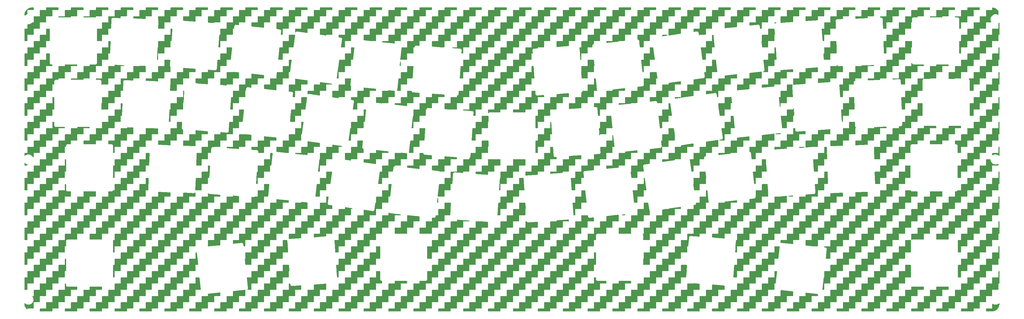
<source format=gbr>
G04 #@! TF.GenerationSoftware,KiCad,Pcbnew,(6.0.10)*
G04 #@! TF.CreationDate,2023-05-24T02:59:03+09:00*
G04 #@! TF.ProjectId,PARALLAX,50415241-4c4c-4415-982e-6b696361645f,rev?*
G04 #@! TF.SameCoordinates,Original*
G04 #@! TF.FileFunction,Copper,L2,Bot*
G04 #@! TF.FilePolarity,Positive*
%FSLAX46Y46*%
G04 Gerber Fmt 4.6, Leading zero omitted, Abs format (unit mm)*
G04 Created by KiCad (PCBNEW (6.0.10)) date 2023-05-24 02:59:03*
%MOMM*%
%LPD*%
G01*
G04 APERTURE LIST*
G04 APERTURE END LIST*
G04 #@! TA.AperFunction,NonConductor*
G36*
X17698371Y-17778502D02*
G01*
X17744864Y-17832158D01*
X17756250Y-17884500D01*
X17756250Y-18461500D01*
X17736248Y-18529621D01*
X17682592Y-18576114D01*
X17630250Y-18587500D01*
X15756250Y-18587500D01*
X15756250Y-19872988D01*
X15736248Y-19941109D01*
X15682592Y-19987602D01*
X15659664Y-19995507D01*
X15621538Y-20004661D01*
X15576409Y-20015495D01*
X15571838Y-20017388D01*
X15571836Y-20017389D01*
X15347072Y-20110489D01*
X15347068Y-20110491D01*
X15342498Y-20112384D01*
X15126624Y-20244672D01*
X15081255Y-20283421D01*
X14996447Y-20355854D01*
X14931657Y-20384885D01*
X14861457Y-20374280D01*
X14808134Y-20327405D01*
X14788625Y-20258503D01*
X14788670Y-20254862D01*
X14788670Y-20254859D01*
X14788729Y-20250000D01*
X14788040Y-20245186D01*
X14788039Y-20245177D01*
X14786869Y-20237006D01*
X14785827Y-20211540D01*
X14801206Y-19957290D01*
X14803040Y-19942186D01*
X14854523Y-19661246D01*
X14858164Y-19646473D01*
X14943141Y-19373773D01*
X14948534Y-19359555D01*
X15065758Y-19099092D01*
X15072828Y-19085621D01*
X15220595Y-18841187D01*
X15229238Y-18828666D01*
X15405385Y-18603829D01*
X15415475Y-18592440D01*
X15549952Y-18457963D01*
X15597528Y-18431983D01*
X15599011Y-18421673D01*
X15635918Y-18374831D01*
X15853666Y-18204238D01*
X15866187Y-18195595D01*
X16110621Y-18047828D01*
X16124094Y-18040757D01*
X16166777Y-18021547D01*
X16384555Y-17923534D01*
X16398769Y-17918142D01*
X16671474Y-17833164D01*
X16686240Y-17829525D01*
X16925511Y-17785677D01*
X16967186Y-17778040D01*
X16982290Y-17776206D01*
X17232904Y-17761047D01*
X17259716Y-17762308D01*
X17259852Y-17762310D01*
X17268724Y-17763691D01*
X17277626Y-17762527D01*
X17277628Y-17762527D01*
X17292677Y-17760559D01*
X17300286Y-17759564D01*
X17316621Y-17758500D01*
X17630250Y-17758500D01*
X17698371Y-17778502D01*
G37*
G04 #@! TD.AperFunction*
G04 #@! TA.AperFunction,NonConductor*
G36*
X313698371Y-17778502D02*
G01*
X313744864Y-17832158D01*
X313756250Y-17884500D01*
X313756250Y-18461500D01*
X313736248Y-18529621D01*
X313682592Y-18576114D01*
X313630250Y-18587500D01*
X311756250Y-18587500D01*
X311756250Y-20461500D01*
X311736248Y-20529621D01*
X311682592Y-20576114D01*
X311630250Y-20587500D01*
X309756250Y-20587500D01*
X309756250Y-20843500D01*
X309736248Y-20911621D01*
X309682592Y-20958114D01*
X309630250Y-20969500D01*
X305882250Y-20969500D01*
X305814129Y-20949498D01*
X305767636Y-20895842D01*
X305756250Y-20843500D01*
X305756250Y-20713500D01*
X305776252Y-20645379D01*
X305829908Y-20598886D01*
X305882250Y-20587500D01*
X307756250Y-20587500D01*
X307756250Y-18713500D01*
X307776252Y-18645379D01*
X307829908Y-18598886D01*
X307882250Y-18587500D01*
X309756250Y-18587500D01*
X309756250Y-17884500D01*
X309776252Y-17816379D01*
X309829908Y-17769886D01*
X309882250Y-17758500D01*
X313630250Y-17758500D01*
X313698371Y-17778502D01*
G37*
G04 #@! TD.AperFunction*
G04 #@! TA.AperFunction,NonConductor*
G36*
X33698371Y-17778502D02*
G01*
X33744864Y-17832158D01*
X33756250Y-17884500D01*
X33756250Y-18461500D01*
X33736248Y-18529621D01*
X33682592Y-18576114D01*
X33630250Y-18587500D01*
X31756250Y-18587500D01*
X31756250Y-20461500D01*
X31736248Y-20529621D01*
X31682592Y-20576114D01*
X31630250Y-20587500D01*
X29756250Y-20587500D01*
X29756250Y-20865500D01*
X29736248Y-20933621D01*
X29682592Y-20980114D01*
X29630250Y-20991500D01*
X25882250Y-20991500D01*
X25814129Y-20971498D01*
X25767636Y-20917842D01*
X25756250Y-20865500D01*
X25756250Y-20713500D01*
X25776252Y-20645379D01*
X25829908Y-20598886D01*
X25882250Y-20587500D01*
X27756250Y-20587500D01*
X27756250Y-18713500D01*
X27776252Y-18645379D01*
X27829908Y-18598886D01*
X27882250Y-18587500D01*
X29756250Y-18587500D01*
X29756250Y-17884500D01*
X29776252Y-17816379D01*
X29829908Y-17769886D01*
X29882250Y-17758500D01*
X33630250Y-17758500D01*
X33698371Y-17778502D01*
G37*
G04 #@! TD.AperFunction*
G04 #@! TA.AperFunction,NonConductor*
G36*
X41698371Y-17778502D02*
G01*
X41744864Y-17832158D01*
X41756250Y-17884500D01*
X41756250Y-18461500D01*
X41736248Y-18529621D01*
X41682592Y-18576114D01*
X41630250Y-18587500D01*
X39756250Y-18587500D01*
X39756250Y-20461500D01*
X39736248Y-20529621D01*
X39682592Y-20576114D01*
X39630250Y-20587500D01*
X37756250Y-20587500D01*
X37756250Y-20865549D01*
X37736248Y-20933670D01*
X37682592Y-20980163D01*
X37629614Y-20989571D01*
X37629614Y-20991500D01*
X37598623Y-20991500D01*
X37597853Y-20991498D01*
X37524215Y-20991048D01*
X37524214Y-20991048D01*
X37520279Y-20991024D01*
X37518935Y-20991408D01*
X37517590Y-20991500D01*
X33882250Y-20991500D01*
X33814129Y-20971498D01*
X33767636Y-20917842D01*
X33756250Y-20865500D01*
X33756250Y-20713500D01*
X33776252Y-20645379D01*
X33829908Y-20598886D01*
X33882250Y-20587500D01*
X35756250Y-20587500D01*
X35756250Y-18713500D01*
X35776252Y-18645379D01*
X35829908Y-18598886D01*
X35882250Y-18587500D01*
X37756250Y-18587500D01*
X37756250Y-17884500D01*
X37776252Y-17816379D01*
X37829908Y-17769886D01*
X37882250Y-17758500D01*
X41630250Y-17758500D01*
X41698371Y-17778502D01*
G37*
G04 #@! TD.AperFunction*
G04 #@! TA.AperFunction,NonConductor*
G36*
X289698371Y-17778502D02*
G01*
X289744864Y-17832158D01*
X289756250Y-17884500D01*
X289756250Y-18461500D01*
X289736248Y-18529621D01*
X289682592Y-18576114D01*
X289630250Y-18587500D01*
X287756250Y-18587500D01*
X287756250Y-20461500D01*
X287736248Y-20529621D01*
X287682592Y-20576114D01*
X287630250Y-20587500D01*
X285756250Y-20587500D01*
X285756250Y-21093098D01*
X285736248Y-21161219D01*
X285682592Y-21207712D01*
X285634647Y-21219021D01*
X281886647Y-21349904D01*
X281817870Y-21332292D01*
X281769533Y-21280291D01*
X281756250Y-21223981D01*
X281756250Y-20713500D01*
X281776252Y-20645379D01*
X281829908Y-20598886D01*
X281882250Y-20587500D01*
X283756250Y-20587500D01*
X283756250Y-18713500D01*
X283776252Y-18645379D01*
X283829908Y-18598886D01*
X283882250Y-18587500D01*
X285756250Y-18587500D01*
X285756250Y-17884500D01*
X285776252Y-17816379D01*
X285829908Y-17769886D01*
X285882250Y-17758500D01*
X289630250Y-17758500D01*
X289698371Y-17778502D01*
G37*
G04 #@! TD.AperFunction*
G04 #@! TA.AperFunction,NonConductor*
G36*
X57698371Y-17778502D02*
G01*
X57744864Y-17832158D01*
X57756250Y-17884500D01*
X57756250Y-18461500D01*
X57736248Y-18529621D01*
X57682592Y-18576114D01*
X57630250Y-18587500D01*
X55756250Y-18587500D01*
X55756250Y-20461500D01*
X55736248Y-20529621D01*
X55682592Y-20576114D01*
X55630250Y-20587500D01*
X53756250Y-20587500D01*
X53756250Y-21325261D01*
X53736248Y-21393382D01*
X53682592Y-21439875D01*
X53625853Y-21451184D01*
X49877853Y-21320301D01*
X49810471Y-21297934D01*
X49765879Y-21242688D01*
X49756250Y-21194378D01*
X49756250Y-20713500D01*
X49776252Y-20645379D01*
X49829908Y-20598886D01*
X49882250Y-20587500D01*
X51756250Y-20587500D01*
X51756250Y-18713500D01*
X51776252Y-18645379D01*
X51829908Y-18598886D01*
X51882250Y-18587500D01*
X53756250Y-18587500D01*
X53756250Y-17884500D01*
X53776252Y-17816379D01*
X53829908Y-17769886D01*
X53882250Y-17758500D01*
X57630250Y-17758500D01*
X57698371Y-17778502D01*
G37*
G04 #@! TD.AperFunction*
G04 #@! TA.AperFunction,NonConductor*
G36*
X273698371Y-17778502D02*
G01*
X273744864Y-17832158D01*
X273756250Y-17884500D01*
X273756250Y-18461500D01*
X273736248Y-18529621D01*
X273682592Y-18576114D01*
X273630250Y-18587500D01*
X271756250Y-18587500D01*
X271756250Y-20461500D01*
X271736248Y-20529621D01*
X271682592Y-20576114D01*
X271630250Y-20587500D01*
X269756250Y-20587500D01*
X269756250Y-21776170D01*
X269736248Y-21844291D01*
X269682592Y-21890784D01*
X269639039Y-21901863D01*
X268541979Y-21978577D01*
X265891038Y-22163949D01*
X265821689Y-22148748D01*
X265771567Y-22098466D01*
X265756250Y-22038256D01*
X265756250Y-20713500D01*
X265776252Y-20645379D01*
X265829908Y-20598886D01*
X265882250Y-20587500D01*
X267756250Y-20587500D01*
X267756250Y-18713500D01*
X267776252Y-18645379D01*
X267829908Y-18598886D01*
X267882250Y-18587500D01*
X269756250Y-18587500D01*
X269756250Y-17884500D01*
X269776252Y-17816379D01*
X269829908Y-17769886D01*
X269882250Y-17758500D01*
X273630250Y-17758500D01*
X273698371Y-17778502D01*
G37*
G04 #@! TD.AperFunction*
G04 #@! TA.AperFunction,NonConductor*
G36*
X73698371Y-17778502D02*
G01*
X73744864Y-17832158D01*
X73756250Y-17884500D01*
X73756250Y-18461500D01*
X73736248Y-18529621D01*
X73682592Y-18576114D01*
X73630250Y-18587500D01*
X71756250Y-18587500D01*
X71756250Y-20461500D01*
X71736248Y-20529621D01*
X71682592Y-20576114D01*
X71630250Y-20587500D01*
X69756250Y-20587500D01*
X69756250Y-22207977D01*
X69736248Y-22276098D01*
X69682592Y-22322591D01*
X69621462Y-22333670D01*
X67034588Y-22152778D01*
X65873461Y-22071584D01*
X65806901Y-22046879D01*
X65764264Y-21990111D01*
X65756250Y-21945891D01*
X65756250Y-20713500D01*
X65776252Y-20645379D01*
X65829908Y-20598886D01*
X65882250Y-20587500D01*
X67756250Y-20587500D01*
X67756250Y-18713500D01*
X67776252Y-18645379D01*
X67829908Y-18598886D01*
X67882250Y-18587500D01*
X69756250Y-18587500D01*
X69756250Y-17884500D01*
X69776252Y-17816379D01*
X69829908Y-17769886D01*
X69882250Y-17758500D01*
X73630250Y-17758500D01*
X73698371Y-17778502D01*
G37*
G04 #@! TD.AperFunction*
G04 #@! TA.AperFunction,NonConductor*
G36*
X265698371Y-17778502D02*
G01*
X265744864Y-17832158D01*
X265756250Y-17884500D01*
X265756250Y-18461500D01*
X265736248Y-18529621D01*
X265682592Y-18576114D01*
X265630250Y-18587500D01*
X263756250Y-18587500D01*
X263756250Y-20461500D01*
X263736248Y-20529621D01*
X263682592Y-20576114D01*
X263630250Y-20587500D01*
X261756250Y-20587500D01*
X261756250Y-22335585D01*
X261736248Y-22403706D01*
X261682592Y-22450199D01*
X261639039Y-22461278D01*
X259838376Y-22587193D01*
X259829587Y-22587500D01*
X259756250Y-22587500D01*
X259756250Y-22591386D01*
X259742117Y-22593924D01*
X258642884Y-22670790D01*
X257888792Y-22723521D01*
X257819442Y-22708320D01*
X257769320Y-22658038D01*
X257754338Y-22588640D01*
X257754503Y-22587500D01*
X257756250Y-22587500D01*
X257756250Y-20713500D01*
X257776252Y-20645379D01*
X257829908Y-20598886D01*
X257882250Y-20587500D01*
X259756250Y-20587500D01*
X259756250Y-18713500D01*
X259776252Y-18645379D01*
X259829908Y-18598886D01*
X259882250Y-18587500D01*
X261756250Y-18587500D01*
X261756250Y-17884500D01*
X261776252Y-17816379D01*
X261829908Y-17769886D01*
X261882250Y-17758500D01*
X265630250Y-17758500D01*
X265698371Y-17778502D01*
G37*
G04 #@! TD.AperFunction*
G04 #@! TA.AperFunction,NonConductor*
G36*
X81698371Y-17778502D02*
G01*
X81744864Y-17832158D01*
X81756250Y-17884500D01*
X81756250Y-18461500D01*
X81736248Y-18529621D01*
X81682592Y-18576114D01*
X81630250Y-18587500D01*
X79756250Y-18587500D01*
X79756250Y-20461500D01*
X79736248Y-20529621D01*
X79682592Y-20576114D01*
X79630250Y-20587500D01*
X77756250Y-20587500D01*
X77756250Y-22461500D01*
X77736248Y-22529621D01*
X77682592Y-22576114D01*
X77630250Y-22587500D01*
X75756250Y-22587500D01*
X75756250Y-22627538D01*
X75736248Y-22695659D01*
X75682592Y-22742152D01*
X75621462Y-22753231D01*
X74798149Y-22695659D01*
X73873461Y-22630998D01*
X73806901Y-22606293D01*
X73764264Y-22549525D01*
X73756250Y-22505305D01*
X73756250Y-20713500D01*
X73776252Y-20645379D01*
X73829908Y-20598886D01*
X73882250Y-20587500D01*
X75756250Y-20587500D01*
X75756250Y-18713500D01*
X75776252Y-18645379D01*
X75829908Y-18598886D01*
X75882250Y-18587500D01*
X77756250Y-18587500D01*
X77756250Y-17884500D01*
X77776252Y-17816379D01*
X77829908Y-17769886D01*
X77882250Y-17758500D01*
X81630250Y-17758500D01*
X81698371Y-17778502D01*
G37*
G04 #@! TD.AperFunction*
G04 #@! TA.AperFunction,NonConductor*
G36*
X256293941Y-22607502D02*
G01*
X256340434Y-22661158D01*
X256350538Y-22731432D01*
X256321044Y-22796012D01*
X256261318Y-22834396D01*
X256234609Y-22839193D01*
X256207364Y-22841098D01*
X256206596Y-22841149D01*
X256192123Y-22842072D01*
X256129234Y-22846084D01*
X256101434Y-22856175D01*
X256084965Y-22860913D01*
X256056059Y-22867136D01*
X256033472Y-22879374D01*
X256016459Y-22887020D01*
X255992318Y-22895783D01*
X255985082Y-22901088D01*
X255985081Y-22901089D01*
X255968467Y-22913271D01*
X255953997Y-22922436D01*
X255942274Y-22928788D01*
X255872854Y-22943654D01*
X255806414Y-22918628D01*
X255764052Y-22861654D01*
X255756250Y-22818005D01*
X255756250Y-22713500D01*
X255776252Y-22645379D01*
X255829908Y-22598886D01*
X255882250Y-22587500D01*
X256225820Y-22587500D01*
X256293941Y-22607502D01*
G37*
G04 #@! TD.AperFunction*
G04 #@! TA.AperFunction,NonConductor*
G36*
X97698371Y-17778502D02*
G01*
X97744864Y-17832158D01*
X97756250Y-17884500D01*
X97756250Y-18461500D01*
X97736248Y-18529621D01*
X97682592Y-18576114D01*
X97630250Y-18587500D01*
X95756250Y-18587500D01*
X95756250Y-20461500D01*
X95736248Y-20529621D01*
X95682592Y-20576114D01*
X95630250Y-20587500D01*
X93756250Y-20587500D01*
X93756250Y-22461500D01*
X93736248Y-22529621D01*
X93682592Y-22576114D01*
X93630250Y-22587500D01*
X91756250Y-22587500D01*
X91756250Y-24151973D01*
X91736248Y-24220094D01*
X91682592Y-24266587D01*
X91617081Y-24277283D01*
X87869078Y-23883352D01*
X87803423Y-23856339D01*
X87762793Y-23798117D01*
X87756250Y-23758042D01*
X87756250Y-22713500D01*
X87776252Y-22645379D01*
X87829908Y-22598886D01*
X87882250Y-22587500D01*
X89756250Y-22587500D01*
X89756250Y-20713500D01*
X89776252Y-20645379D01*
X89829908Y-20598886D01*
X89882250Y-20587500D01*
X91756250Y-20587500D01*
X91756250Y-18713500D01*
X91776252Y-18645379D01*
X91829908Y-18598886D01*
X91882250Y-18587500D01*
X93756250Y-18587500D01*
X93756250Y-17884500D01*
X93776252Y-17816379D01*
X93829908Y-17769886D01*
X93882250Y-17758500D01*
X97630250Y-17758500D01*
X97698371Y-17778502D01*
G37*
G04 #@! TD.AperFunction*
G04 #@! TA.AperFunction,NonConductor*
G36*
X249698371Y-17778502D02*
G01*
X249744864Y-17832158D01*
X249756250Y-17884500D01*
X249756250Y-18461500D01*
X249736248Y-18529621D01*
X249682592Y-18576114D01*
X249630250Y-18587500D01*
X247756250Y-18587500D01*
X247756250Y-20461500D01*
X247736248Y-20529621D01*
X247682592Y-20576114D01*
X247630250Y-20587500D01*
X245756250Y-20587500D01*
X245756250Y-22461500D01*
X245736248Y-22529621D01*
X245682592Y-22576114D01*
X245630250Y-22587500D01*
X243756250Y-22587500D01*
X243756250Y-23933928D01*
X243736248Y-24002049D01*
X243682592Y-24048542D01*
X243643422Y-24059238D01*
X239895420Y-24453168D01*
X239825582Y-24440396D01*
X239773735Y-24391894D01*
X239756250Y-24327858D01*
X239756250Y-22713500D01*
X239776252Y-22645379D01*
X239829908Y-22598886D01*
X239882250Y-22587500D01*
X241756250Y-22587500D01*
X241756250Y-20713500D01*
X241776252Y-20645379D01*
X241829908Y-20598886D01*
X241882250Y-20587500D01*
X243756250Y-20587500D01*
X243756250Y-18713500D01*
X243776252Y-18645379D01*
X243829908Y-18598886D01*
X243882250Y-18587500D01*
X245756250Y-18587500D01*
X245756250Y-17884500D01*
X245776252Y-17816379D01*
X245829908Y-17769886D01*
X245882250Y-17758500D01*
X249630250Y-17758500D01*
X249698371Y-17778502D01*
G37*
G04 #@! TD.AperFunction*
G04 #@! TA.AperFunction,NonConductor*
G36*
X297698371Y-17778502D02*
G01*
X297744864Y-17832158D01*
X297756250Y-17884500D01*
X297756250Y-18461500D01*
X297736248Y-18529621D01*
X297682592Y-18576114D01*
X297630250Y-18587500D01*
X295756250Y-18587500D01*
X295756250Y-20461500D01*
X295736248Y-20529621D01*
X295682592Y-20576114D01*
X295630250Y-20587500D01*
X293756250Y-20587500D01*
X293756250Y-22461500D01*
X293736248Y-22529621D01*
X293682592Y-22576114D01*
X293630250Y-22587500D01*
X291756250Y-22587500D01*
X291756250Y-24461500D01*
X291736248Y-24529621D01*
X291682592Y-24576114D01*
X291630250Y-24587500D01*
X290796951Y-24587500D01*
X290728830Y-24567498D01*
X290682337Y-24513842D01*
X290671028Y-24465897D01*
X290605035Y-22576114D01*
X290569688Y-21563925D01*
X290569667Y-21563269D01*
X290569483Y-21556867D01*
X290567436Y-21485811D01*
X290558325Y-21457686D01*
X290554164Y-21441059D01*
X290550534Y-21420783D01*
X290548952Y-21411946D01*
X290544955Y-21403911D01*
X290544953Y-21403906D01*
X290537514Y-21388954D01*
X290530457Y-21371663D01*
X290525712Y-21357015D01*
X290522546Y-21347244D01*
X290505903Y-21322800D01*
X290497252Y-21308025D01*
X290484073Y-21281535D01*
X290466643Y-21262679D01*
X290455018Y-21248065D01*
X290445622Y-21234265D01*
X290445621Y-21234264D01*
X290440569Y-21226844D01*
X290417738Y-21208057D01*
X290405274Y-21196291D01*
X290391294Y-21181167D01*
X290391292Y-21181166D01*
X290385201Y-21174576D01*
X290363180Y-21161370D01*
X290347924Y-21150608D01*
X290335032Y-21140000D01*
X290335030Y-21139999D01*
X290328096Y-21134293D01*
X290319843Y-21130764D01*
X290319841Y-21130763D01*
X290300906Y-21122667D01*
X290285643Y-21114873D01*
X290267978Y-21104280D01*
X290260282Y-21099665D01*
X290239548Y-21094245D01*
X290235440Y-21093171D01*
X290217771Y-21087121D01*
X290202420Y-21080557D01*
X290202415Y-21080556D01*
X290194167Y-21077029D01*
X290164804Y-21073502D01*
X290147970Y-21070305D01*
X290119360Y-21062826D01*
X290084929Y-21063818D01*
X290084149Y-21063812D01*
X290083047Y-21063680D01*
X290080066Y-21063784D01*
X290080056Y-21063784D01*
X290052124Y-21064759D01*
X290051359Y-21064784D01*
X289977702Y-21066906D01*
X289977695Y-21066907D01*
X289973762Y-21067020D01*
X289972432Y-21067451D01*
X289971091Y-21067590D01*
X289886646Y-21070539D01*
X289817870Y-21052927D01*
X289769533Y-21000927D01*
X289756250Y-20944616D01*
X289756250Y-20713500D01*
X289776252Y-20645379D01*
X289829908Y-20598886D01*
X289882250Y-20587500D01*
X291756250Y-20587500D01*
X291756250Y-18713500D01*
X291776252Y-18645379D01*
X291829908Y-18598886D01*
X291882250Y-18587500D01*
X293756250Y-18587500D01*
X293756250Y-17884500D01*
X293776252Y-17816379D01*
X293829908Y-17769886D01*
X293882250Y-17758500D01*
X297630250Y-17758500D01*
X297698371Y-17778502D01*
G37*
G04 #@! TD.AperFunction*
G04 #@! TA.AperFunction,NonConductor*
G36*
X257698371Y-17778502D02*
G01*
X257744864Y-17832158D01*
X257756250Y-17884500D01*
X257756250Y-18461500D01*
X257736248Y-18529621D01*
X257682592Y-18576114D01*
X257630250Y-18587500D01*
X255756250Y-18587500D01*
X255756250Y-20461500D01*
X255736248Y-20529621D01*
X255682592Y-20576114D01*
X255630250Y-20587500D01*
X253756250Y-20587500D01*
X253756250Y-22461500D01*
X253736248Y-22529621D01*
X253682592Y-22576114D01*
X253630250Y-22587500D01*
X251756250Y-22587500D01*
X251756250Y-24461500D01*
X251736248Y-24529621D01*
X251682592Y-24576114D01*
X251630250Y-24587500D01*
X251281043Y-24587500D01*
X251212922Y-24567498D01*
X251166429Y-24513842D01*
X251155733Y-24474671D01*
X251155629Y-24473679D01*
X251084494Y-23796865D01*
X251084431Y-23796250D01*
X251081131Y-23762886D01*
X251076804Y-23719153D01*
X251065750Y-23691725D01*
X251060441Y-23675434D01*
X251059392Y-23671272D01*
X251053211Y-23646757D01*
X251045707Y-23633992D01*
X251040199Y-23624622D01*
X251031953Y-23607864D01*
X251025712Y-23592379D01*
X251025711Y-23592378D01*
X251022357Y-23584055D01*
X251004053Y-23560837D01*
X250994386Y-23546692D01*
X250979394Y-23521190D01*
X250960691Y-23503596D01*
X250948074Y-23489827D01*
X250937740Y-23476718D01*
X250937738Y-23476716D01*
X250932181Y-23469667D01*
X250908087Y-23452513D01*
X250894845Y-23441655D01*
X250873301Y-23421388D01*
X250865299Y-23417320D01*
X250865297Y-23417318D01*
X250850414Y-23409751D01*
X250834440Y-23400077D01*
X250820842Y-23390395D01*
X250820834Y-23390391D01*
X250813525Y-23385187D01*
X250805046Y-23382243D01*
X250805045Y-23382242D01*
X250785601Y-23375490D01*
X250769832Y-23368780D01*
X250751465Y-23359442D01*
X250743462Y-23355373D01*
X250734642Y-23353714D01*
X250734635Y-23353712D01*
X250718219Y-23350625D01*
X250700174Y-23345824D01*
X250684412Y-23340351D01*
X250684411Y-23340351D01*
X250675928Y-23337405D01*
X250652555Y-23336242D01*
X250646401Y-23335935D01*
X250629382Y-23333921D01*
X250609133Y-23330113D01*
X250609129Y-23330113D01*
X250600313Y-23328455D01*
X250578474Y-23330616D01*
X250566047Y-23331845D01*
X250565250Y-23331895D01*
X250564148Y-23331840D01*
X250533093Y-23335104D01*
X250532689Y-23335145D01*
X250455362Y-23342795D01*
X250454063Y-23343319D01*
X250452742Y-23343549D01*
X247895419Y-23612335D01*
X247825582Y-23599563D01*
X247773735Y-23551061D01*
X247756250Y-23487025D01*
X247756250Y-22713500D01*
X247776252Y-22645379D01*
X247829908Y-22598886D01*
X247882250Y-22587500D01*
X249756250Y-22587500D01*
X249756250Y-20713500D01*
X249776252Y-20645379D01*
X249829908Y-20598886D01*
X249882250Y-20587500D01*
X251756250Y-20587500D01*
X251756250Y-18713500D01*
X251776252Y-18645379D01*
X251829908Y-18598886D01*
X251882250Y-18587500D01*
X253756250Y-18587500D01*
X253756250Y-17884500D01*
X253776252Y-17816379D01*
X253829908Y-17769886D01*
X253882250Y-17758500D01*
X257630250Y-17758500D01*
X257698371Y-17778502D01*
G37*
G04 #@! TD.AperFunction*
G04 #@! TA.AperFunction,NonConductor*
G36*
X321698371Y-17778502D02*
G01*
X321744864Y-17832158D01*
X321756250Y-17884500D01*
X321756250Y-18461500D01*
X321736248Y-18529621D01*
X321682592Y-18576114D01*
X321630250Y-18587500D01*
X319756250Y-18587500D01*
X319756250Y-20461500D01*
X319736248Y-20529621D01*
X319682592Y-20576114D01*
X319630250Y-20587500D01*
X317756250Y-20587500D01*
X317756250Y-22461500D01*
X317736248Y-22529621D01*
X317682592Y-22576114D01*
X317630250Y-22587500D01*
X315756250Y-22587500D01*
X315756250Y-24461500D01*
X315736248Y-24529621D01*
X315682592Y-24576114D01*
X315630250Y-24587500D01*
X315235160Y-24587500D01*
X315167039Y-24567498D01*
X315120546Y-24513842D01*
X315109160Y-24461500D01*
X315109160Y-21486623D01*
X315109162Y-21485853D01*
X315109436Y-21441059D01*
X315109636Y-21408279D01*
X315101510Y-21379847D01*
X315097932Y-21363085D01*
X315097063Y-21357015D01*
X315093740Y-21333813D01*
X315083111Y-21310436D01*
X315076664Y-21292913D01*
X315073412Y-21281535D01*
X315069609Y-21268229D01*
X315064816Y-21260632D01*
X315053830Y-21243220D01*
X315045690Y-21228135D01*
X315043801Y-21223981D01*
X315033452Y-21201218D01*
X315016690Y-21181765D01*
X315005587Y-21166761D01*
X314991884Y-21145042D01*
X314985159Y-21139103D01*
X314985156Y-21139099D01*
X314969722Y-21125468D01*
X314957678Y-21113276D01*
X314944233Y-21097673D01*
X314944230Y-21097671D01*
X314938373Y-21090873D01*
X314924669Y-21081990D01*
X314916825Y-21076906D01*
X314901951Y-21065615D01*
X314889443Y-21054569D01*
X314889442Y-21054568D01*
X314882709Y-21048622D01*
X314855947Y-21036057D01*
X314840969Y-21027737D01*
X314823677Y-21016529D01*
X314823672Y-21016527D01*
X314816145Y-21011648D01*
X314807552Y-21009078D01*
X314807547Y-21009076D01*
X314791540Y-21004289D01*
X314774096Y-20997628D01*
X314758984Y-20990533D01*
X314758982Y-20990532D01*
X314750860Y-20986719D01*
X314741993Y-20985338D01*
X314741992Y-20985338D01*
X314731138Y-20983648D01*
X314721643Y-20982170D01*
X314704928Y-20978387D01*
X314685194Y-20972485D01*
X314685188Y-20972484D01*
X314676594Y-20969914D01*
X314667623Y-20969859D01*
X314667622Y-20969859D01*
X314657563Y-20969798D01*
X314642154Y-20969704D01*
X314641371Y-20969671D01*
X314640274Y-20969500D01*
X314609283Y-20969500D01*
X314608513Y-20969498D01*
X314534875Y-20969048D01*
X314534874Y-20969048D01*
X314530939Y-20969024D01*
X314529595Y-20969408D01*
X314528250Y-20969500D01*
X313882250Y-20969500D01*
X313814129Y-20949498D01*
X313767636Y-20895842D01*
X313756250Y-20843500D01*
X313756250Y-20713500D01*
X313776252Y-20645379D01*
X313829908Y-20598886D01*
X313882250Y-20587500D01*
X315756250Y-20587500D01*
X315756250Y-18713500D01*
X315776252Y-18645379D01*
X315829908Y-18598886D01*
X315882250Y-18587500D01*
X317756250Y-18587500D01*
X317756250Y-17884500D01*
X317776252Y-17816379D01*
X317829908Y-17769886D01*
X317882250Y-17758500D01*
X321630250Y-17758500D01*
X321698371Y-17778502D01*
G37*
G04 #@! TD.AperFunction*
G04 #@! TA.AperFunction,NonConductor*
G36*
X65698371Y-17778502D02*
G01*
X65744864Y-17832158D01*
X65756250Y-17884500D01*
X65756250Y-18461500D01*
X65736248Y-18529621D01*
X65682592Y-18576114D01*
X65630250Y-18587500D01*
X63756250Y-18587500D01*
X63756250Y-20461500D01*
X63736248Y-20529621D01*
X63682592Y-20576114D01*
X63630250Y-20587500D01*
X61756250Y-20587500D01*
X61756250Y-22461500D01*
X61736248Y-22529621D01*
X61682592Y-22576114D01*
X61630250Y-22587500D01*
X59756250Y-22587500D01*
X59756250Y-24461500D01*
X59736248Y-24529621D01*
X59682592Y-24576114D01*
X59630250Y-24587500D01*
X57910432Y-24587500D01*
X57842311Y-24567498D01*
X57795818Y-24513842D01*
X57784509Y-24457103D01*
X57849572Y-22593925D01*
X57866244Y-22116493D01*
X57866271Y-22115781D01*
X57869078Y-22047388D01*
X57869446Y-22038420D01*
X57862319Y-22009728D01*
X57859328Y-21992853D01*
X57858643Y-21986500D01*
X57856159Y-21963445D01*
X57846351Y-21939708D01*
X57840519Y-21921971D01*
X57834331Y-21897059D01*
X57819437Y-21871520D01*
X57811828Y-21856158D01*
X57803964Y-21837124D01*
X57803961Y-21837120D01*
X57800535Y-21828827D01*
X57784460Y-21808798D01*
X57773865Y-21793377D01*
X57773390Y-21792562D01*
X57756250Y-21729116D01*
X57756250Y-20713500D01*
X57776252Y-20645379D01*
X57829908Y-20598886D01*
X57882250Y-20587500D01*
X59756250Y-20587500D01*
X59756250Y-18713500D01*
X59776252Y-18645379D01*
X59829908Y-18598886D01*
X59882250Y-18587500D01*
X61756250Y-18587500D01*
X61756250Y-17884500D01*
X61776252Y-17816379D01*
X61829908Y-17769886D01*
X61882250Y-17758500D01*
X65630250Y-17758500D01*
X65698371Y-17778502D01*
G37*
G04 #@! TD.AperFunction*
G04 #@! TA.AperFunction,NonConductor*
G36*
X113698371Y-17778502D02*
G01*
X113744864Y-17832158D01*
X113756250Y-17884500D01*
X113756250Y-18461500D01*
X113736248Y-18529621D01*
X113682592Y-18576114D01*
X113630250Y-18587500D01*
X111756250Y-18587500D01*
X111756250Y-20461500D01*
X111736248Y-20529621D01*
X111682592Y-20576114D01*
X111630250Y-20587500D01*
X109756250Y-20587500D01*
X109756250Y-22461500D01*
X109736248Y-22529621D01*
X109682592Y-22576114D01*
X109630250Y-22587500D01*
X107756250Y-22587500D01*
X107756250Y-24461500D01*
X107736248Y-24529621D01*
X107682592Y-24576114D01*
X107630250Y-24587500D01*
X105756250Y-24587500D01*
X105756250Y-25834424D01*
X105736248Y-25902545D01*
X105682592Y-25949038D01*
X105612714Y-25959198D01*
X102550698Y-25528860D01*
X102488118Y-25520065D01*
X102487362Y-25519956D01*
X102483731Y-25519423D01*
X102410773Y-25508714D01*
X102381481Y-25512805D01*
X102364397Y-25514014D01*
X102334820Y-25514092D01*
X102326218Y-25516632D01*
X102326210Y-25516633D01*
X102310191Y-25521363D01*
X102291942Y-25525309D01*
X102287251Y-25525964D01*
X102266516Y-25528860D01*
X102239552Y-25541006D01*
X102223498Y-25546961D01*
X102195125Y-25555339D01*
X102173518Y-25569237D01*
X102157128Y-25578136D01*
X102133710Y-25588685D01*
X102126891Y-25594520D01*
X102126890Y-25594520D01*
X102111240Y-25607910D01*
X102097494Y-25618137D01*
X102072621Y-25634136D01*
X102066739Y-25640915D01*
X102066735Y-25640918D01*
X102055793Y-25653528D01*
X102042542Y-25666687D01*
X102029857Y-25677540D01*
X102029855Y-25677542D01*
X102023034Y-25683378D01*
X102018124Y-25690896D01*
X102018123Y-25690897D01*
X102006867Y-25708131D01*
X101996539Y-25721812D01*
X101977535Y-25743712D01*
X101977415Y-25743850D01*
X101917661Y-25782191D01*
X101846664Y-25782139D01*
X101786966Y-25743712D01*
X101757520Y-25679110D01*
X101756250Y-25661269D01*
X101756250Y-24713500D01*
X101776252Y-24645379D01*
X101829908Y-24598886D01*
X101882250Y-24587500D01*
X103756250Y-24587500D01*
X103756250Y-22713500D01*
X103776252Y-22645379D01*
X103829908Y-22598886D01*
X103882250Y-22587500D01*
X105756250Y-22587500D01*
X105756250Y-20713500D01*
X105776252Y-20645379D01*
X105829908Y-20598886D01*
X105882250Y-20587500D01*
X107756250Y-20587500D01*
X107756250Y-18713500D01*
X107776252Y-18645379D01*
X107829908Y-18598886D01*
X107882250Y-18587500D01*
X109756250Y-18587500D01*
X109756250Y-17884500D01*
X109776252Y-17816379D01*
X109829908Y-17769886D01*
X109882250Y-17758500D01*
X113630250Y-17758500D01*
X113698371Y-17778502D01*
G37*
G04 #@! TD.AperFunction*
G04 #@! TA.AperFunction,NonConductor*
G36*
X105698371Y-17778502D02*
G01*
X105744864Y-17832158D01*
X105756250Y-17884500D01*
X105756250Y-18461500D01*
X105736248Y-18529621D01*
X105682592Y-18576114D01*
X105630250Y-18587500D01*
X103756250Y-18587500D01*
X103756250Y-20461500D01*
X103736248Y-20529621D01*
X103682592Y-20576114D01*
X103630250Y-20587500D01*
X101756250Y-20587500D01*
X101756250Y-22461500D01*
X101736248Y-22529621D01*
X101682592Y-22576114D01*
X101630250Y-22587500D01*
X99756250Y-22587500D01*
X99756250Y-24461500D01*
X99736248Y-24529621D01*
X99682592Y-24576114D01*
X99630250Y-24587500D01*
X97756250Y-24587500D01*
X97756250Y-26461500D01*
X97736248Y-26529621D01*
X97682592Y-26576114D01*
X97630250Y-26587500D01*
X97292632Y-26587500D01*
X97224511Y-26567498D01*
X97178018Y-26513842D01*
X97167322Y-26448329D01*
X97195714Y-26178202D01*
X97255067Y-25613492D01*
X97278335Y-25392110D01*
X97278418Y-25391345D01*
X97285987Y-25323332D01*
X97286980Y-25314409D01*
X97285429Y-25305568D01*
X97285429Y-25305564D01*
X97281871Y-25285281D01*
X97280065Y-25268242D01*
X97279292Y-25247663D01*
X97278955Y-25238690D01*
X97276113Y-25230170D01*
X97270830Y-25214334D01*
X97266250Y-25196233D01*
X97263365Y-25179789D01*
X97263363Y-25179782D01*
X97261812Y-25170943D01*
X97257843Y-25162895D01*
X97257842Y-25162891D01*
X97248733Y-25144420D01*
X97242216Y-25128569D01*
X97232858Y-25100520D01*
X97227743Y-25093146D01*
X97227740Y-25093141D01*
X97218220Y-25079418D01*
X97208741Y-25063326D01*
X97201360Y-25048358D01*
X97201359Y-25048357D01*
X97197389Y-25040306D01*
X97177393Y-25018522D01*
X97166690Y-25005138D01*
X97154955Y-24988222D01*
X97154953Y-24988219D01*
X97149834Y-24980841D01*
X97142851Y-24975197D01*
X97142847Y-24975192D01*
X97129867Y-24964700D01*
X97116255Y-24951918D01*
X97104963Y-24939617D01*
X97098891Y-24933002D01*
X97073591Y-24917710D01*
X97059558Y-24907866D01*
X97043539Y-24894917D01*
X97036557Y-24889273D01*
X97012863Y-24879386D01*
X96996208Y-24870937D01*
X96981917Y-24862299D01*
X96981916Y-24862299D01*
X96974235Y-24857656D01*
X96965561Y-24855356D01*
X96965556Y-24855354D01*
X96945644Y-24850075D01*
X96929417Y-24844566D01*
X96902132Y-24833181D01*
X96893214Y-24832188D01*
X96893212Y-24832188D01*
X96867919Y-24829373D01*
X96867129Y-24829257D01*
X96866054Y-24828972D01*
X96835027Y-24825711D01*
X96834335Y-24825637D01*
X96804545Y-24822321D01*
X96761279Y-24817506D01*
X96761276Y-24817506D01*
X96757368Y-24817071D01*
X96755991Y-24817313D01*
X96754658Y-24817264D01*
X95866659Y-24723932D01*
X95801004Y-24696919D01*
X95760374Y-24638697D01*
X95757567Y-24587500D01*
X95756250Y-24587500D01*
X95756250Y-22713500D01*
X95776252Y-22645379D01*
X95829908Y-22598886D01*
X95882250Y-22587500D01*
X97756250Y-22587500D01*
X97756250Y-20713500D01*
X97776252Y-20645379D01*
X97829908Y-20598886D01*
X97882250Y-20587500D01*
X99756250Y-20587500D01*
X99756250Y-18713500D01*
X99776252Y-18645379D01*
X99829908Y-18598886D01*
X99882250Y-18587500D01*
X101756250Y-18587500D01*
X101756250Y-17884500D01*
X101776252Y-17816379D01*
X101829908Y-17769886D01*
X101882250Y-17758500D01*
X105630250Y-17758500D01*
X105698371Y-17778502D01*
G37*
G04 #@! TD.AperFunction*
G04 #@! TA.AperFunction,NonConductor*
G36*
X241698371Y-17778502D02*
G01*
X241744864Y-17832158D01*
X241756250Y-17884500D01*
X241756250Y-18461500D01*
X241736248Y-18529621D01*
X241682592Y-18576114D01*
X241630250Y-18587500D01*
X239756250Y-18587500D01*
X239756250Y-20461500D01*
X239736248Y-20529621D01*
X239682592Y-20576114D01*
X239630250Y-20587500D01*
X237756250Y-20587500D01*
X237756250Y-22461500D01*
X237736248Y-22529621D01*
X237682592Y-22576114D01*
X237630250Y-22587500D01*
X235756250Y-22587500D01*
X235756250Y-24461500D01*
X235736248Y-24529621D01*
X235682592Y-24576114D01*
X235630250Y-24587500D01*
X233756250Y-24587500D01*
X233756250Y-26461500D01*
X233736248Y-26529621D01*
X233682592Y-26576114D01*
X233630250Y-26587500D01*
X231756250Y-26587500D01*
X231756250Y-26595294D01*
X231747580Y-26605299D01*
X231726427Y-26644039D01*
X231664115Y-26678064D01*
X231593299Y-26672999D01*
X231536464Y-26630452D01*
X231512558Y-26572479D01*
X231512517Y-26572183D01*
X231447572Y-26110081D01*
X231424379Y-25945050D01*
X231424274Y-25944287D01*
X231415164Y-25876458D01*
X231415164Y-25876457D01*
X231413969Y-25867562D01*
X231401964Y-25840534D01*
X231396093Y-25824446D01*
X231390362Y-25804657D01*
X231390360Y-25804653D01*
X231387864Y-25796033D01*
X231374091Y-25774372D01*
X231365265Y-25757913D01*
X231358483Y-25742644D01*
X231358482Y-25742643D01*
X231354841Y-25734445D01*
X231344147Y-25721812D01*
X231335734Y-25711875D01*
X231325579Y-25698076D01*
X231309710Y-25673119D01*
X231290405Y-25656189D01*
X231277316Y-25642870D01*
X231269923Y-25634136D01*
X231260728Y-25623275D01*
X231253242Y-25618329D01*
X231253238Y-25618326D01*
X231236057Y-25606976D01*
X231222431Y-25596577D01*
X231200199Y-25577080D01*
X231192064Y-25573295D01*
X231192062Y-25573294D01*
X231176917Y-25566248D01*
X231160616Y-25557137D01*
X231146689Y-25547936D01*
X231146683Y-25547933D01*
X231139196Y-25542987D01*
X231110945Y-25534268D01*
X231094952Y-25528113D01*
X231076272Y-25519423D01*
X231068134Y-25515637D01*
X231046787Y-25512389D01*
X231042749Y-25511775D01*
X231024549Y-25507606D01*
X231008596Y-25502683D01*
X231008589Y-25502682D01*
X231000015Y-25500036D01*
X230986012Y-25499828D01*
X230970447Y-25499597D01*
X230953369Y-25498178D01*
X230933007Y-25495081D01*
X230924133Y-25493731D01*
X230915243Y-25494925D01*
X230915238Y-25494925D01*
X230890022Y-25498312D01*
X230889217Y-25498391D01*
X230888109Y-25498375D01*
X230885154Y-25498790D01*
X230885137Y-25498792D01*
X230857227Y-25502715D01*
X230856464Y-25502820D01*
X230783670Y-25512597D01*
X230783664Y-25512598D01*
X230779772Y-25513121D01*
X230778495Y-25513688D01*
X230777186Y-25513964D01*
X230500869Y-25552798D01*
X229899786Y-25637274D01*
X229829544Y-25626947D01*
X229776036Y-25580284D01*
X229756250Y-25512500D01*
X229756250Y-24713500D01*
X229776252Y-24645379D01*
X229829908Y-24598886D01*
X229882250Y-24587500D01*
X231756250Y-24587500D01*
X231756250Y-22713500D01*
X231776252Y-22645379D01*
X231829908Y-22598886D01*
X231882250Y-22587500D01*
X233756250Y-22587500D01*
X233756250Y-20713500D01*
X233776252Y-20645379D01*
X233829908Y-20598886D01*
X233882250Y-20587500D01*
X235756250Y-20587500D01*
X235756250Y-18713500D01*
X235776252Y-18645379D01*
X235829908Y-18598886D01*
X235882250Y-18587500D01*
X237756250Y-18587500D01*
X237756250Y-17884500D01*
X237776252Y-17816379D01*
X237829908Y-17769886D01*
X237882250Y-17758500D01*
X241630250Y-17758500D01*
X241698371Y-17778502D01*
G37*
G04 #@! TD.AperFunction*
G04 #@! TA.AperFunction,NonConductor*
G36*
X233698371Y-17778502D02*
G01*
X233744864Y-17832158D01*
X233756250Y-17884500D01*
X233756250Y-18461500D01*
X233736248Y-18529621D01*
X233682592Y-18576114D01*
X233630250Y-18587500D01*
X231756250Y-18587500D01*
X231756250Y-20461500D01*
X231736248Y-20529621D01*
X231682592Y-20576114D01*
X231630250Y-20587500D01*
X229756250Y-20587500D01*
X229756250Y-22461500D01*
X229736248Y-22529621D01*
X229682592Y-22576114D01*
X229630250Y-22587500D01*
X227756250Y-22587500D01*
X227756250Y-24461500D01*
X227736248Y-24529621D01*
X227682592Y-24576114D01*
X227630250Y-24587500D01*
X225756250Y-24587500D01*
X225756250Y-26110081D01*
X225736248Y-26178202D01*
X225682592Y-26224695D01*
X225647789Y-26234854D01*
X221888716Y-26763157D01*
X221818475Y-26752830D01*
X221764967Y-26706167D01*
X221745182Y-26637983D01*
X221748061Y-26611600D01*
X221753304Y-26587500D01*
X221756250Y-26587500D01*
X221756250Y-24713500D01*
X221776252Y-24645379D01*
X221829908Y-24598886D01*
X221882250Y-24587500D01*
X223756250Y-24587500D01*
X223756250Y-22713500D01*
X223776252Y-22645379D01*
X223829908Y-22598886D01*
X223882250Y-22587500D01*
X225756250Y-22587500D01*
X225756250Y-20713500D01*
X225776252Y-20645379D01*
X225829908Y-20598886D01*
X225882250Y-20587500D01*
X227756250Y-20587500D01*
X227756250Y-18713500D01*
X227776252Y-18645379D01*
X227829908Y-18598886D01*
X227882250Y-18587500D01*
X229756250Y-18587500D01*
X229756250Y-17884500D01*
X229776252Y-17816379D01*
X229829908Y-17769886D01*
X229882250Y-17758500D01*
X233630250Y-17758500D01*
X233698371Y-17778502D01*
G37*
G04 #@! TD.AperFunction*
G04 #@! TA.AperFunction,NonConductor*
G36*
X121698371Y-17778502D02*
G01*
X121744864Y-17832158D01*
X121756250Y-17884500D01*
X121756250Y-18461500D01*
X121736248Y-18529621D01*
X121682592Y-18576114D01*
X121630250Y-18587500D01*
X119756250Y-18587500D01*
X119756250Y-20461500D01*
X119736248Y-20529621D01*
X119682592Y-20576114D01*
X119630250Y-20587500D01*
X117756250Y-20587500D01*
X117756250Y-22461500D01*
X117736248Y-22529621D01*
X117682592Y-22576114D01*
X117630250Y-22587500D01*
X115756250Y-22587500D01*
X115756250Y-24461500D01*
X115736248Y-24529621D01*
X115682592Y-24576114D01*
X115630250Y-24587500D01*
X113756250Y-24587500D01*
X113756250Y-26461500D01*
X113736248Y-26529621D01*
X113682592Y-26576114D01*
X113630250Y-26587500D01*
X111756250Y-26587500D01*
X111756250Y-26677668D01*
X111736248Y-26745789D01*
X111682592Y-26792282D01*
X111612714Y-26802442D01*
X110691674Y-26672999D01*
X109864713Y-26556777D01*
X109800040Y-26527490D01*
X109761467Y-26467886D01*
X109756250Y-26432004D01*
X109756250Y-24713500D01*
X109776252Y-24645379D01*
X109829908Y-24598886D01*
X109882250Y-24587500D01*
X111756250Y-24587500D01*
X111756250Y-22713500D01*
X111776252Y-22645379D01*
X111829908Y-22598886D01*
X111882250Y-22587500D01*
X113756250Y-22587500D01*
X113756250Y-20713500D01*
X113776252Y-20645379D01*
X113829908Y-20598886D01*
X113882250Y-20587500D01*
X115756250Y-20587500D01*
X115756250Y-18713500D01*
X115776252Y-18645379D01*
X115829908Y-18598886D01*
X115882250Y-18587500D01*
X117756250Y-18587500D01*
X117756250Y-17884500D01*
X117776252Y-17816379D01*
X117829908Y-17769886D01*
X117882250Y-17758500D01*
X121630250Y-17758500D01*
X121698371Y-17778502D01*
G37*
G04 #@! TD.AperFunction*
G04 #@! TA.AperFunction,NonConductor*
G36*
X221404814Y-26607502D02*
G01*
X221451307Y-26661158D01*
X221461411Y-26731432D01*
X221431917Y-26796012D01*
X221372191Y-26834396D01*
X221354229Y-26838274D01*
X219899786Y-27042682D01*
X219829544Y-27032355D01*
X219776036Y-26985692D01*
X219756250Y-26917908D01*
X219756250Y-26713500D01*
X219776252Y-26645379D01*
X219829908Y-26598886D01*
X219882250Y-26587500D01*
X221336693Y-26587500D01*
X221404814Y-26607502D01*
G37*
G04 #@! TD.AperFunction*
G04 #@! TA.AperFunction,NonConductor*
G36*
X281698371Y-17778502D02*
G01*
X281744864Y-17832158D01*
X281756250Y-17884500D01*
X281756250Y-18461500D01*
X281736248Y-18529621D01*
X281682592Y-18576114D01*
X281630250Y-18587500D01*
X279756250Y-18587500D01*
X279756250Y-20461500D01*
X279736248Y-20529621D01*
X279682592Y-20576114D01*
X279630250Y-20587500D01*
X277756250Y-20587500D01*
X277756250Y-21372465D01*
X277736248Y-21440586D01*
X277682592Y-21487079D01*
X277634647Y-21498388D01*
X276793645Y-21527756D01*
X275960575Y-21556848D01*
X275960081Y-21556864D01*
X275882351Y-21559103D01*
X275873819Y-21561867D01*
X275873814Y-21561868D01*
X275854222Y-21568216D01*
X275837605Y-21572375D01*
X275808486Y-21577588D01*
X275800448Y-21581587D01*
X275800445Y-21581588D01*
X275785496Y-21589026D01*
X275768204Y-21596083D01*
X275743784Y-21603994D01*
X275719341Y-21620636D01*
X275704559Y-21629291D01*
X275686109Y-21638470D01*
X275678075Y-21642467D01*
X275671487Y-21648557D01*
X275659216Y-21659899D01*
X275644606Y-21671519D01*
X275630809Y-21680913D01*
X275630803Y-21680919D01*
X275623384Y-21685970D01*
X275617679Y-21692903D01*
X275617677Y-21692905D01*
X275604592Y-21708807D01*
X275592827Y-21721270D01*
X275571116Y-21741339D01*
X275566500Y-21749037D01*
X275566499Y-21749038D01*
X275557910Y-21763361D01*
X275547150Y-21778614D01*
X275530833Y-21798444D01*
X275526406Y-21808798D01*
X275519207Y-21825634D01*
X275511413Y-21840897D01*
X275496205Y-21866258D01*
X275493936Y-21874939D01*
X275489711Y-21891100D01*
X275483661Y-21908769D01*
X275477097Y-21924120D01*
X275477096Y-21924125D01*
X275473569Y-21932373D01*
X275470833Y-21955154D01*
X275470042Y-21961735D01*
X275466845Y-21978570D01*
X275459366Y-22007180D01*
X275460266Y-22038420D01*
X275460358Y-22041601D01*
X275460352Y-22042391D01*
X275460220Y-22043493D01*
X275460324Y-22046474D01*
X275460324Y-22046484D01*
X275461299Y-22074416D01*
X275461324Y-22075181D01*
X275463446Y-22148839D01*
X275463447Y-22148846D01*
X275463560Y-22152778D01*
X275463991Y-22154108D01*
X275464130Y-22155451D01*
X275481681Y-22658038D01*
X275544505Y-24457103D01*
X275526893Y-24525880D01*
X275474892Y-24574217D01*
X275418582Y-24587500D01*
X273756250Y-24587500D01*
X273756250Y-26461500D01*
X273736248Y-26529621D01*
X273682592Y-26576114D01*
X273630250Y-26587500D01*
X271756250Y-26587500D01*
X271756250Y-28461500D01*
X271736248Y-28529621D01*
X271682592Y-28576114D01*
X271630250Y-28587500D01*
X271362274Y-28587500D01*
X271294153Y-28567498D01*
X271247660Y-28513842D01*
X271236581Y-28470289D01*
X271114988Y-26731432D01*
X270974495Y-24722288D01*
X270989696Y-24652939D01*
X271039978Y-24602817D01*
X271100188Y-24587500D01*
X271756250Y-24587500D01*
X271756250Y-22713500D01*
X271776252Y-22645379D01*
X271829908Y-22598886D01*
X271882250Y-22587500D01*
X273756250Y-22587500D01*
X273756250Y-20713500D01*
X273776252Y-20645379D01*
X273829908Y-20598886D01*
X273882250Y-20587500D01*
X275756250Y-20587500D01*
X275756250Y-18713500D01*
X275776252Y-18645379D01*
X275829908Y-18598886D01*
X275882250Y-18587500D01*
X277756250Y-18587500D01*
X277756250Y-17884500D01*
X277776252Y-17816379D01*
X277829908Y-17769886D01*
X277882250Y-17758500D01*
X281630250Y-17758500D01*
X281698371Y-17778502D01*
G37*
G04 #@! TD.AperFunction*
G04 #@! TA.AperFunction,NonConductor*
G36*
X49698371Y-17778502D02*
G01*
X49744864Y-17832158D01*
X49756250Y-17884500D01*
X49756250Y-18461500D01*
X49736248Y-18529621D01*
X49682592Y-18576114D01*
X49630250Y-18587500D01*
X47756250Y-18587500D01*
X47756250Y-20461500D01*
X47736248Y-20529621D01*
X47682592Y-20576114D01*
X47630250Y-20587500D01*
X45756250Y-20587500D01*
X45756250Y-21045894D01*
X45736248Y-21114015D01*
X45682592Y-21160508D01*
X45625853Y-21171817D01*
X43862703Y-21110247D01*
X43293093Y-21090356D01*
X43292428Y-21090331D01*
X43237892Y-21088093D01*
X43223988Y-21087522D01*
X43215020Y-21087154D01*
X43192787Y-21092677D01*
X43186328Y-21094281D01*
X43169453Y-21097272D01*
X43167069Y-21097529D01*
X43140045Y-21100441D01*
X43116308Y-21110249D01*
X43098572Y-21116081D01*
X43073659Y-21122269D01*
X43065903Y-21126792D01*
X43065901Y-21126793D01*
X43048120Y-21137163D01*
X43032758Y-21144772D01*
X43013724Y-21152636D01*
X43013720Y-21152639D01*
X43005427Y-21156065D01*
X42998429Y-21161681D01*
X42998428Y-21161682D01*
X42985398Y-21172140D01*
X42970012Y-21182714D01*
X42947834Y-21195648D01*
X42929715Y-21214775D01*
X42927500Y-21217113D01*
X42914893Y-21228725D01*
X42903722Y-21237691D01*
X42891831Y-21247235D01*
X42886689Y-21254591D01*
X42886685Y-21254596D01*
X42877113Y-21268290D01*
X42865319Y-21282752D01*
X42847663Y-21301391D01*
X42843567Y-21309378D01*
X42843565Y-21309381D01*
X42834172Y-21327697D01*
X42825336Y-21342376D01*
X42808388Y-21366624D01*
X42800174Y-21390963D01*
X42792915Y-21408148D01*
X42781196Y-21430999D01*
X42779506Y-21439818D01*
X42775630Y-21460040D01*
X42771266Y-21476616D01*
X42761810Y-21504633D01*
X42761442Y-21513600D01*
X42760398Y-21539033D01*
X42760337Y-21539824D01*
X42760128Y-21540917D01*
X42760024Y-21543909D01*
X42760023Y-21543916D01*
X42759043Y-21571995D01*
X42759014Y-21572766D01*
X42755837Y-21650169D01*
X42756174Y-21651524D01*
X42756218Y-21652869D01*
X42657985Y-24465897D01*
X42635618Y-24533279D01*
X42580372Y-24577871D01*
X42532062Y-24587500D01*
X41756250Y-24587500D01*
X41756250Y-26461500D01*
X41736248Y-26529621D01*
X41682592Y-26576114D01*
X41630250Y-26587500D01*
X39756250Y-26587500D01*
X39756250Y-28461500D01*
X39736248Y-28529621D01*
X39682592Y-28576114D01*
X39630250Y-28587500D01*
X38224500Y-28587500D01*
X38156379Y-28567498D01*
X38109886Y-28513842D01*
X38098500Y-28461500D01*
X38098500Y-24713500D01*
X38118502Y-24645379D01*
X38172158Y-24598886D01*
X38224500Y-24587500D01*
X39756250Y-24587500D01*
X39756250Y-22713500D01*
X39776252Y-22645379D01*
X39829908Y-22598886D01*
X39882250Y-22587500D01*
X41756250Y-22587500D01*
X41756250Y-20713500D01*
X41776252Y-20645379D01*
X41829908Y-20598886D01*
X41882250Y-20587500D01*
X43756250Y-20587500D01*
X43756250Y-18713500D01*
X43776252Y-18645379D01*
X43829908Y-18598886D01*
X43882250Y-18587500D01*
X45756250Y-18587500D01*
X45756250Y-17884500D01*
X45776252Y-17816379D01*
X45829908Y-17769886D01*
X45882250Y-17758500D01*
X49630250Y-17758500D01*
X49698371Y-17778502D01*
G37*
G04 #@! TD.AperFunction*
G04 #@! TA.AperFunction,NonConductor*
G36*
X137698371Y-17778502D02*
G01*
X137744864Y-17832158D01*
X137756250Y-17884500D01*
X137756250Y-18461500D01*
X137736248Y-18529621D01*
X137682592Y-18576114D01*
X137630250Y-18587500D01*
X135756250Y-18587500D01*
X135756250Y-20461500D01*
X135736248Y-20529621D01*
X135682592Y-20576114D01*
X135630250Y-20587500D01*
X133756250Y-20587500D01*
X133756250Y-22461500D01*
X133736248Y-22529621D01*
X133682592Y-22576114D01*
X133630250Y-22587500D01*
X131756250Y-22587500D01*
X131756250Y-24461500D01*
X131736248Y-24529621D01*
X131682592Y-24576114D01*
X131630250Y-24587500D01*
X129756250Y-24587500D01*
X129756250Y-26461500D01*
X129736248Y-26529621D01*
X129682592Y-26576114D01*
X129630250Y-26587500D01*
X127756250Y-26587500D01*
X127756250Y-28461500D01*
X127736248Y-28529621D01*
X127682592Y-28576114D01*
X127630250Y-28587500D01*
X126160458Y-28587500D01*
X126147287Y-28586810D01*
X126024951Y-28573952D01*
X123869078Y-28347361D01*
X123803423Y-28320348D01*
X123762793Y-28262126D01*
X123756250Y-28222051D01*
X123756250Y-26713500D01*
X123776252Y-26645379D01*
X123829908Y-26598886D01*
X123882250Y-26587500D01*
X125756250Y-26587500D01*
X125756250Y-24713500D01*
X125776252Y-24645379D01*
X125829908Y-24598886D01*
X125882250Y-24587500D01*
X127756250Y-24587500D01*
X127756250Y-22713500D01*
X127776252Y-22645379D01*
X127829908Y-22598886D01*
X127882250Y-22587500D01*
X129756250Y-22587500D01*
X129756250Y-20713500D01*
X129776252Y-20645379D01*
X129829908Y-20598886D01*
X129882250Y-20587500D01*
X131756250Y-20587500D01*
X131756250Y-18713500D01*
X131776252Y-18645379D01*
X131829908Y-18598886D01*
X131882250Y-18587500D01*
X133756250Y-18587500D01*
X133756250Y-17884500D01*
X133776252Y-17816379D01*
X133829908Y-17769886D01*
X133882250Y-17758500D01*
X137630250Y-17758500D01*
X137698371Y-17778502D01*
G37*
G04 #@! TD.AperFunction*
G04 #@! TA.AperFunction,NonConductor*
G36*
X25698371Y-17778502D02*
G01*
X25744864Y-17832158D01*
X25756250Y-17884500D01*
X25756250Y-18461500D01*
X25736248Y-18529621D01*
X25682592Y-18576114D01*
X25630250Y-18587500D01*
X23756250Y-18587500D01*
X23756250Y-20461500D01*
X23736248Y-20529621D01*
X23682592Y-20576114D01*
X23630250Y-20587500D01*
X21756250Y-20587500D01*
X21756250Y-22461500D01*
X21736248Y-22529621D01*
X21682592Y-22576114D01*
X21630250Y-22587500D01*
X19756250Y-22587500D01*
X19756250Y-24461500D01*
X19736248Y-24529621D01*
X19682592Y-24576114D01*
X19630250Y-24587500D01*
X17756250Y-24587500D01*
X17756250Y-26461500D01*
X17736248Y-26529621D01*
X17682592Y-26576114D01*
X17630250Y-26587500D01*
X15756250Y-26587500D01*
X15756250Y-28461500D01*
X15736248Y-28529621D01*
X15682592Y-28576114D01*
X15630250Y-28587500D01*
X14909500Y-28587500D01*
X14841379Y-28567498D01*
X14794886Y-28513842D01*
X14783500Y-28461500D01*
X14783500Y-24713500D01*
X14803502Y-24645379D01*
X14857158Y-24598886D01*
X14909500Y-24587500D01*
X15756250Y-24587500D01*
X15756250Y-23274694D01*
X15776252Y-23206573D01*
X15829908Y-23160080D01*
X15892136Y-23149082D01*
X16075000Y-23163474D01*
X16327403Y-23143609D01*
X16332210Y-23142455D01*
X16332216Y-23142454D01*
X16488968Y-23104821D01*
X16573591Y-23084505D01*
X16578164Y-23082611D01*
X16802928Y-22989511D01*
X16802932Y-22989509D01*
X16807502Y-22987616D01*
X17023376Y-22855328D01*
X17215898Y-22690898D01*
X17266485Y-22631669D01*
X17325936Y-22592860D01*
X17362296Y-22587500D01*
X17756250Y-22587500D01*
X17756250Y-20713500D01*
X17776252Y-20645379D01*
X17829908Y-20598886D01*
X17882250Y-20587500D01*
X19756250Y-20587500D01*
X19756250Y-18713500D01*
X19776252Y-18645379D01*
X19829908Y-18598886D01*
X19882250Y-18587500D01*
X21756250Y-18587500D01*
X21756250Y-17884500D01*
X21776252Y-17816379D01*
X21829908Y-17769886D01*
X21882250Y-17758500D01*
X25630250Y-17758500D01*
X25698371Y-17778502D01*
G37*
G04 #@! TD.AperFunction*
G04 #@! TA.AperFunction,NonConductor*
G36*
X217698371Y-17778502D02*
G01*
X217744864Y-17832158D01*
X217756250Y-17884500D01*
X217756250Y-18461500D01*
X217736248Y-18529621D01*
X217682592Y-18576114D01*
X217630250Y-18587500D01*
X215756250Y-18587500D01*
X215756250Y-20461500D01*
X215736248Y-20529621D01*
X215682592Y-20576114D01*
X215630250Y-20587500D01*
X213756250Y-20587500D01*
X213756250Y-22461500D01*
X213736248Y-22529621D01*
X213682592Y-22576114D01*
X213630250Y-22587500D01*
X211756250Y-22587500D01*
X211756250Y-24461500D01*
X211736248Y-24529621D01*
X211682592Y-24576114D01*
X211630250Y-24587500D01*
X209756250Y-24587500D01*
X209756250Y-26461500D01*
X209736248Y-26529621D01*
X209682592Y-26576114D01*
X209630250Y-26587500D01*
X207756250Y-26587500D01*
X207756250Y-28402996D01*
X207736248Y-28471117D01*
X207682592Y-28517610D01*
X207643422Y-28528306D01*
X207209127Y-28573952D01*
X207086791Y-28586810D01*
X207073620Y-28587500D01*
X205756250Y-28587500D01*
X205756250Y-28613204D01*
X205736248Y-28681325D01*
X205682592Y-28727818D01*
X205643422Y-28738514D01*
X201895419Y-29132445D01*
X201825582Y-29119673D01*
X201773735Y-29071171D01*
X201756250Y-29007135D01*
X201756250Y-28713500D01*
X201776252Y-28645379D01*
X201829908Y-28598886D01*
X201882250Y-28587500D01*
X203756250Y-28587500D01*
X203756250Y-26713500D01*
X203776252Y-26645379D01*
X203829908Y-26598886D01*
X203882250Y-26587500D01*
X205756250Y-26587500D01*
X205756250Y-24713500D01*
X205776252Y-24645379D01*
X205829908Y-24598886D01*
X205882250Y-24587500D01*
X207756250Y-24587500D01*
X207756250Y-22713500D01*
X207776252Y-22645379D01*
X207829908Y-22598886D01*
X207882250Y-22587500D01*
X209756250Y-22587500D01*
X209756250Y-20713500D01*
X209776252Y-20645379D01*
X209829908Y-20598886D01*
X209882250Y-20587500D01*
X211756250Y-20587500D01*
X211756250Y-18713500D01*
X211776252Y-18645379D01*
X211829908Y-18598886D01*
X211882250Y-18587500D01*
X213756250Y-18587500D01*
X213756250Y-17884500D01*
X213776252Y-17816379D01*
X213829908Y-17769886D01*
X213882250Y-17758500D01*
X217630250Y-17758500D01*
X217698371Y-17778502D01*
G37*
G04 #@! TD.AperFunction*
G04 #@! TA.AperFunction,NonConductor*
G36*
X145698371Y-17778502D02*
G01*
X145744864Y-17832158D01*
X145756250Y-17884500D01*
X145756250Y-18461500D01*
X145736248Y-18529621D01*
X145682592Y-18576114D01*
X145630250Y-18587500D01*
X143756250Y-18587500D01*
X143756250Y-20461500D01*
X143736248Y-20529621D01*
X143682592Y-20576114D01*
X143630250Y-20587500D01*
X141756250Y-20587500D01*
X141756250Y-22461500D01*
X141736248Y-22529621D01*
X141682592Y-22576114D01*
X141630250Y-22587500D01*
X139756250Y-22587500D01*
X139756250Y-24461500D01*
X139736248Y-24529621D01*
X139682592Y-24576114D01*
X139630250Y-24587500D01*
X137756250Y-24587500D01*
X137756250Y-26461500D01*
X137736248Y-26529621D01*
X137682592Y-26576114D01*
X137630250Y-26587500D01*
X135756250Y-26587500D01*
X135756250Y-28461500D01*
X135736248Y-28529621D01*
X135682592Y-28576114D01*
X135630250Y-28587500D01*
X133756250Y-28587500D01*
X133756250Y-29246607D01*
X133736248Y-29314728D01*
X133682592Y-29361221D01*
X133617081Y-29371917D01*
X129869078Y-28977986D01*
X129803423Y-28950973D01*
X129762793Y-28892751D01*
X129756250Y-28852676D01*
X129756250Y-28713500D01*
X129776252Y-28645379D01*
X129829908Y-28598886D01*
X129882250Y-28587500D01*
X131756250Y-28587500D01*
X131756250Y-26713500D01*
X131776252Y-26645379D01*
X131829908Y-26598886D01*
X131882250Y-26587500D01*
X133756250Y-26587500D01*
X133756250Y-24713500D01*
X133776252Y-24645379D01*
X133829908Y-24598886D01*
X133882250Y-24587500D01*
X135756250Y-24587500D01*
X135756250Y-22713500D01*
X135776252Y-22645379D01*
X135829908Y-22598886D01*
X135882250Y-22587500D01*
X137756250Y-22587500D01*
X137756250Y-20713500D01*
X137776252Y-20645379D01*
X137829908Y-20598886D01*
X137882250Y-20587500D01*
X139756250Y-20587500D01*
X139756250Y-18713500D01*
X139776252Y-18645379D01*
X139829908Y-18598886D01*
X139882250Y-18587500D01*
X141756250Y-18587500D01*
X141756250Y-17884500D01*
X141776252Y-17816379D01*
X141829908Y-17769886D01*
X141882250Y-17758500D01*
X145630250Y-17758500D01*
X145698371Y-17778502D01*
G37*
G04 #@! TD.AperFunction*
G04 #@! TA.AperFunction,NonConductor*
G36*
X201698371Y-17778502D02*
G01*
X201744864Y-17832158D01*
X201756250Y-17884500D01*
X201756250Y-18461500D01*
X201736248Y-18529621D01*
X201682592Y-18576114D01*
X201630250Y-18587500D01*
X199756250Y-18587500D01*
X199756250Y-20461500D01*
X199736248Y-20529621D01*
X199682592Y-20576114D01*
X199630250Y-20587500D01*
X197756250Y-20587500D01*
X197756250Y-22461500D01*
X197736248Y-22529621D01*
X197682592Y-22576114D01*
X197630250Y-22587500D01*
X195756250Y-22587500D01*
X195756250Y-24461500D01*
X195736248Y-24529621D01*
X195682592Y-24576114D01*
X195630250Y-24587500D01*
X193756250Y-24587500D01*
X193756250Y-26461500D01*
X193736248Y-26529621D01*
X193682592Y-26576114D01*
X193630250Y-26587500D01*
X191756250Y-26587500D01*
X191756250Y-28461500D01*
X191736248Y-28529621D01*
X191682592Y-28576114D01*
X191630250Y-28587500D01*
X189756250Y-28587500D01*
X189756250Y-30098477D01*
X189736248Y-30166598D01*
X189682592Y-30213091D01*
X189639039Y-30224170D01*
X188426992Y-30308925D01*
X185891038Y-30486257D01*
X185821689Y-30471056D01*
X185771567Y-30420774D01*
X185756250Y-30360564D01*
X185756250Y-28713500D01*
X185776252Y-28645379D01*
X185829908Y-28598886D01*
X185882250Y-28587500D01*
X187756250Y-28587500D01*
X187756250Y-26713500D01*
X187776252Y-26645379D01*
X187829908Y-26598886D01*
X187882250Y-26587500D01*
X189756250Y-26587500D01*
X189756250Y-24713500D01*
X189776252Y-24645379D01*
X189829908Y-24598886D01*
X189882250Y-24587500D01*
X191756250Y-24587500D01*
X191756250Y-22713500D01*
X191776252Y-22645379D01*
X191829908Y-22598886D01*
X191882250Y-22587500D01*
X193756250Y-22587500D01*
X193756250Y-20713500D01*
X193776252Y-20645379D01*
X193829908Y-20598886D01*
X193882250Y-20587500D01*
X195756250Y-20587500D01*
X195756250Y-18713500D01*
X195776252Y-18645379D01*
X195829908Y-18598886D01*
X195882250Y-18587500D01*
X197756250Y-18587500D01*
X197756250Y-17884500D01*
X197776252Y-17816379D01*
X197829908Y-17769886D01*
X197882250Y-17758500D01*
X201630250Y-17758500D01*
X201698371Y-17778502D01*
G37*
G04 #@! TD.AperFunction*
G04 #@! TA.AperFunction,NonConductor*
G36*
X89698371Y-17778502D02*
G01*
X89744864Y-17832158D01*
X89756250Y-17884500D01*
X89756250Y-18461500D01*
X89736248Y-18529621D01*
X89682592Y-18576114D01*
X89630250Y-18587500D01*
X87756250Y-18587500D01*
X87756250Y-20461500D01*
X87736248Y-20529621D01*
X87682592Y-20576114D01*
X87630250Y-20587500D01*
X85756250Y-20587500D01*
X85756250Y-22461500D01*
X85736248Y-22529621D01*
X85682592Y-22576114D01*
X85630250Y-22587500D01*
X83756250Y-22587500D01*
X83756250Y-23311140D01*
X83736248Y-23379261D01*
X83682592Y-23425754D01*
X83617081Y-23436450D01*
X83024903Y-23374209D01*
X82812310Y-23351865D01*
X82811545Y-23351782D01*
X82743532Y-23344213D01*
X82734609Y-23343220D01*
X82725768Y-23344771D01*
X82725764Y-23344771D01*
X82705481Y-23348329D01*
X82688442Y-23350135D01*
X82667863Y-23350908D01*
X82658890Y-23351245D01*
X82650373Y-23354087D01*
X82650370Y-23354087D01*
X82634534Y-23359370D01*
X82616433Y-23363950D01*
X82599986Y-23366836D01*
X82599982Y-23366837D01*
X82591143Y-23368388D01*
X82583098Y-23372355D01*
X82583093Y-23372357D01*
X82564624Y-23381465D01*
X82548773Y-23387982D01*
X82529238Y-23394499D01*
X82529233Y-23394502D01*
X82520719Y-23397342D01*
X82513345Y-23402458D01*
X82513338Y-23402461D01*
X82499614Y-23411982D01*
X82483531Y-23421456D01*
X82460506Y-23432811D01*
X82438721Y-23452808D01*
X82425350Y-23463501D01*
X82401040Y-23480366D01*
X82384899Y-23500334D01*
X82372122Y-23513942D01*
X82353202Y-23531309D01*
X82348561Y-23538987D01*
X82348557Y-23538992D01*
X82337905Y-23556615D01*
X82328065Y-23570642D01*
X82309473Y-23593643D01*
X82306015Y-23601931D01*
X82299586Y-23617337D01*
X82291137Y-23633992D01*
X82283422Y-23646757D01*
X82277856Y-23655965D01*
X82275556Y-23664639D01*
X82275554Y-23664644D01*
X82270275Y-23684556D01*
X82264766Y-23700783D01*
X82253381Y-23728068D01*
X82252388Y-23736986D01*
X82252388Y-23736988D01*
X82249574Y-23762273D01*
X82249456Y-23763076D01*
X82249172Y-23764146D01*
X82248859Y-23767125D01*
X82245912Y-23795160D01*
X82245848Y-23795747D01*
X82237270Y-23872832D01*
X82237511Y-23874208D01*
X82237462Y-23875552D01*
X82201250Y-24220094D01*
X82175216Y-24467795D01*
X82174493Y-24474670D01*
X82147480Y-24540327D01*
X82089258Y-24580957D01*
X82049183Y-24587500D01*
X81756250Y-24587500D01*
X81756250Y-26461500D01*
X81736248Y-26529621D01*
X81682592Y-26576114D01*
X81630250Y-26587500D01*
X79756250Y-26587500D01*
X79756250Y-28461500D01*
X79736248Y-28529621D01*
X79682592Y-28576114D01*
X79630250Y-28587500D01*
X77756250Y-28587500D01*
X77756250Y-30461500D01*
X77736248Y-30529621D01*
X77682592Y-30576114D01*
X77630250Y-30587500D01*
X77234090Y-30587500D01*
X77165969Y-30567498D01*
X77119476Y-30513842D01*
X77108397Y-30452711D01*
X77108704Y-30448329D01*
X77299648Y-27717691D01*
X77370483Y-26704711D01*
X77395188Y-26638151D01*
X77451956Y-26595514D01*
X77496176Y-26587500D01*
X77756250Y-26587500D01*
X77756250Y-24713500D01*
X77776252Y-24645379D01*
X77829908Y-24598886D01*
X77882250Y-24587500D01*
X79756250Y-24587500D01*
X79756250Y-22713500D01*
X79776252Y-22645379D01*
X79829908Y-22598886D01*
X79882250Y-22587500D01*
X81756250Y-22587500D01*
X81756250Y-20713500D01*
X81776252Y-20645379D01*
X81829908Y-20598886D01*
X81882250Y-20587500D01*
X83756250Y-20587500D01*
X83756250Y-18713500D01*
X83776252Y-18645379D01*
X83829908Y-18598886D01*
X83882250Y-18587500D01*
X85756250Y-18587500D01*
X85756250Y-17884500D01*
X85776252Y-17816379D01*
X85829908Y-17769886D01*
X85882250Y-17758500D01*
X89630250Y-17758500D01*
X89698371Y-17778502D01*
G37*
G04 #@! TD.AperFunction*
G04 #@! TA.AperFunction,NonConductor*
G36*
X255761780Y-24607502D02*
G01*
X255808273Y-24661158D01*
X255819351Y-24704709D01*
X255941584Y-26452711D01*
X255926383Y-26522061D01*
X255876101Y-26572183D01*
X255815891Y-26587500D01*
X255756250Y-26587500D01*
X255756250Y-28461500D01*
X255736248Y-28529621D01*
X255682592Y-28576114D01*
X255630250Y-28587500D01*
X253756250Y-28587500D01*
X253756250Y-30461500D01*
X253736248Y-30529621D01*
X253682592Y-30576114D01*
X253630250Y-30587500D01*
X251911669Y-30587500D01*
X251843548Y-30567498D01*
X251797055Y-30513842D01*
X251786359Y-30474671D01*
X251784975Y-30461500D01*
X251602636Y-28726669D01*
X251615408Y-28656832D01*
X251663910Y-28604986D01*
X251727946Y-28587500D01*
X251756250Y-28587500D01*
X251756250Y-26713500D01*
X251776252Y-26645379D01*
X251829908Y-26598886D01*
X251882250Y-26587500D01*
X253756250Y-26587500D01*
X253756250Y-24713500D01*
X253776252Y-24645379D01*
X253829908Y-24598886D01*
X253882250Y-24587500D01*
X255693659Y-24587500D01*
X255761780Y-24607502D01*
G37*
G04 #@! TD.AperFunction*
G04 #@! TA.AperFunction,NonConductor*
G36*
X129698371Y-17778502D02*
G01*
X129744864Y-17832158D01*
X129756250Y-17884500D01*
X129756250Y-18461500D01*
X129736248Y-18529621D01*
X129682592Y-18576114D01*
X129630250Y-18587500D01*
X127756250Y-18587500D01*
X127756250Y-20461500D01*
X127736248Y-20529621D01*
X127682592Y-20576114D01*
X127630250Y-20587500D01*
X125756250Y-20587500D01*
X125756250Y-22461500D01*
X125736248Y-22529621D01*
X125682592Y-22576114D01*
X125630250Y-22587500D01*
X123756250Y-22587500D01*
X123756250Y-24461500D01*
X123736248Y-24529621D01*
X123682592Y-24576114D01*
X123630250Y-24587500D01*
X121756250Y-24587500D01*
X121756250Y-26461500D01*
X121736248Y-26529621D01*
X121682592Y-26576114D01*
X121630250Y-26587500D01*
X119756250Y-26587500D01*
X119756250Y-28461500D01*
X119736248Y-28529621D01*
X119682592Y-28576114D01*
X119630250Y-28587500D01*
X117756250Y-28587500D01*
X117756250Y-30461500D01*
X117736248Y-30529621D01*
X117682592Y-30576114D01*
X117630250Y-30587500D01*
X116664416Y-30587500D01*
X116596295Y-30567498D01*
X116549802Y-30513842D01*
X116539642Y-30443964D01*
X116867814Y-28108896D01*
X116874135Y-28063918D01*
X116874244Y-28063162D01*
X116874529Y-28061220D01*
X116885486Y-27986573D01*
X116881395Y-27957281D01*
X116880185Y-27940190D01*
X116880108Y-27910620D01*
X116877568Y-27902018D01*
X116877567Y-27902010D01*
X116872837Y-27885991D01*
X116868891Y-27867742D01*
X116866581Y-27851205D01*
X116865340Y-27842316D01*
X116853194Y-27815352D01*
X116847239Y-27799298D01*
X116838861Y-27770925D01*
X116824963Y-27749318D01*
X116816064Y-27732928D01*
X116805515Y-27709510D01*
X116786290Y-27687040D01*
X116776059Y-27673289D01*
X116764920Y-27655971D01*
X116760064Y-27648421D01*
X116753285Y-27642539D01*
X116753282Y-27642535D01*
X116740672Y-27631593D01*
X116727513Y-27618342D01*
X116716660Y-27605657D01*
X116716658Y-27605655D01*
X116710822Y-27598834D01*
X116703303Y-27593923D01*
X116686069Y-27582667D01*
X116672387Y-27572338D01*
X116656831Y-27558838D01*
X116656828Y-27558836D01*
X116650052Y-27552956D01*
X116626704Y-27542242D01*
X116610358Y-27533218D01*
X116596389Y-27524094D01*
X116596387Y-27524093D01*
X116588871Y-27519184D01*
X116560573Y-27510613D01*
X116544548Y-27504542D01*
X116525823Y-27495949D01*
X116525820Y-27495948D01*
X116517667Y-27492207D01*
X116483610Y-27487208D01*
X116482817Y-27487063D01*
X116481758Y-27486742D01*
X116478801Y-27486326D01*
X116478777Y-27486322D01*
X116450887Y-27482402D01*
X116450128Y-27482293D01*
X116377457Y-27471627D01*
X116373553Y-27471054D01*
X116372167Y-27471248D01*
X116370828Y-27471152D01*
X116204818Y-27447821D01*
X115864713Y-27400022D01*
X115800040Y-27370735D01*
X115761467Y-27311131D01*
X115756250Y-27275249D01*
X115756250Y-26713500D01*
X115776252Y-26645379D01*
X115829908Y-26598886D01*
X115882250Y-26587500D01*
X117756250Y-26587500D01*
X117756250Y-24713500D01*
X117776252Y-24645379D01*
X117829908Y-24598886D01*
X117882250Y-24587500D01*
X119756250Y-24587500D01*
X119756250Y-22713500D01*
X119776252Y-22645379D01*
X119829908Y-22598886D01*
X119882250Y-22587500D01*
X121756250Y-22587500D01*
X121756250Y-20713500D01*
X121776252Y-20645379D01*
X121829908Y-20598886D01*
X121882250Y-20587500D01*
X123756250Y-20587500D01*
X123756250Y-18713500D01*
X123776252Y-18645379D01*
X123829908Y-18598886D01*
X123882250Y-18587500D01*
X125756250Y-18587500D01*
X125756250Y-17884500D01*
X125776252Y-17816379D01*
X125829908Y-17769886D01*
X125882250Y-17758500D01*
X129630250Y-17758500D01*
X129698371Y-17778502D01*
G37*
G04 #@! TD.AperFunction*
G04 #@! TA.AperFunction,NonConductor*
G36*
X225698371Y-17778502D02*
G01*
X225744864Y-17832158D01*
X225756250Y-17884500D01*
X225756250Y-18461500D01*
X225736248Y-18529621D01*
X225682592Y-18576114D01*
X225630250Y-18587500D01*
X223756250Y-18587500D01*
X223756250Y-20461500D01*
X223736248Y-20529621D01*
X223682592Y-20576114D01*
X223630250Y-20587500D01*
X221756250Y-20587500D01*
X221756250Y-22461500D01*
X221736248Y-22529621D01*
X221682592Y-22576114D01*
X221630250Y-22587500D01*
X219756250Y-22587500D01*
X219756250Y-24461500D01*
X219736248Y-24529621D01*
X219682592Y-24576114D01*
X219630250Y-24587500D01*
X217756250Y-24587500D01*
X217756250Y-26461500D01*
X217736248Y-26529621D01*
X217682592Y-26576114D01*
X217630250Y-26587500D01*
X215756250Y-26587500D01*
X215756250Y-28461500D01*
X215736248Y-28529621D01*
X215682592Y-28576114D01*
X215630250Y-28587500D01*
X213756250Y-28587500D01*
X213756250Y-30461500D01*
X213736248Y-30529621D01*
X213682592Y-30576114D01*
X213630250Y-30587500D01*
X212643343Y-30587500D01*
X212575222Y-30567498D01*
X212528729Y-30513842D01*
X212518033Y-30474671D01*
X212517573Y-30470288D01*
X212378497Y-29147072D01*
X212316478Y-28557000D01*
X212316400Y-28556234D01*
X212309658Y-28488087D01*
X212309658Y-28488086D01*
X212308774Y-28479153D01*
X212297720Y-28451725D01*
X212292411Y-28435434D01*
X212287375Y-28415461D01*
X212285181Y-28406757D01*
X212272169Y-28384622D01*
X212263923Y-28367864D01*
X212257682Y-28352379D01*
X212257681Y-28352378D01*
X212254327Y-28344055D01*
X212236023Y-28320837D01*
X212226356Y-28306692D01*
X212211364Y-28281190D01*
X212192661Y-28263596D01*
X212180044Y-28249827D01*
X212169710Y-28236718D01*
X212169708Y-28236716D01*
X212164151Y-28229667D01*
X212140057Y-28212513D01*
X212126815Y-28201655D01*
X212105271Y-28181388D01*
X212097269Y-28177320D01*
X212097267Y-28177318D01*
X212082384Y-28169751D01*
X212066410Y-28160077D01*
X212052812Y-28150395D01*
X212052804Y-28150391D01*
X212045495Y-28145187D01*
X212037016Y-28142243D01*
X212037015Y-28142242D01*
X212017571Y-28135490D01*
X212001802Y-28128780D01*
X211983435Y-28119442D01*
X211975432Y-28115373D01*
X211966612Y-28113714D01*
X211966605Y-28113712D01*
X211950189Y-28110625D01*
X211932144Y-28105824D01*
X211916382Y-28100351D01*
X211916381Y-28100351D01*
X211907898Y-28097405D01*
X211884525Y-28096242D01*
X211878371Y-28095935D01*
X211861345Y-28093919D01*
X211858958Y-28093470D01*
X211795709Y-28061220D01*
X211759936Y-27999895D01*
X211756250Y-27969642D01*
X211756250Y-26713500D01*
X211776252Y-26645379D01*
X211829908Y-26598886D01*
X211882250Y-26587500D01*
X213756250Y-26587500D01*
X213756250Y-24713500D01*
X213776252Y-24645379D01*
X213829908Y-24598886D01*
X213882250Y-24587500D01*
X215756250Y-24587500D01*
X215756250Y-22713500D01*
X215776252Y-22645379D01*
X215829908Y-22598886D01*
X215882250Y-22587500D01*
X217756250Y-22587500D01*
X217756250Y-20713500D01*
X217776252Y-20645379D01*
X217829908Y-20598886D01*
X217882250Y-20587500D01*
X219756250Y-20587500D01*
X219756250Y-18713500D01*
X219776252Y-18645379D01*
X219829908Y-18598886D01*
X219882250Y-18587500D01*
X221756250Y-18587500D01*
X221756250Y-17884500D01*
X221776252Y-17816379D01*
X221829908Y-17769886D01*
X221882250Y-17758500D01*
X225630250Y-17758500D01*
X225698371Y-17778502D01*
G37*
G04 #@! TD.AperFunction*
G04 #@! TA.AperFunction,NonConductor*
G36*
X161698371Y-17778502D02*
G01*
X161744864Y-17832158D01*
X161756250Y-17884500D01*
X161756250Y-18461500D01*
X161736248Y-18529621D01*
X161682592Y-18576114D01*
X161630250Y-18587500D01*
X159756250Y-18587500D01*
X159756250Y-20461500D01*
X159736248Y-20529621D01*
X159682592Y-20576114D01*
X159630250Y-20587500D01*
X157756250Y-20587500D01*
X157756250Y-22461500D01*
X157736248Y-22529621D01*
X157682592Y-22576114D01*
X157630250Y-22587500D01*
X155756250Y-22587500D01*
X155756250Y-24461500D01*
X155736248Y-24529621D01*
X155682592Y-24576114D01*
X155630250Y-24587500D01*
X153756250Y-24587500D01*
X153756250Y-26461500D01*
X153736248Y-26529621D01*
X153682592Y-26576114D01*
X153630250Y-26587500D01*
X151756250Y-26587500D01*
X151756250Y-28461500D01*
X151736248Y-28529621D01*
X151682592Y-28576114D01*
X151630250Y-28587500D01*
X149756250Y-28587500D01*
X149756250Y-30461500D01*
X149736248Y-30529621D01*
X149682592Y-30576114D01*
X149630250Y-30587500D01*
X148790604Y-30587500D01*
X148781815Y-30587193D01*
X145873461Y-30383821D01*
X145806901Y-30359116D01*
X145764264Y-30302348D01*
X145756250Y-30258128D01*
X145756250Y-28713500D01*
X145776252Y-28645379D01*
X145829908Y-28598886D01*
X145882250Y-28587500D01*
X147756250Y-28587500D01*
X147756250Y-26713500D01*
X147776252Y-26645379D01*
X147829908Y-26598886D01*
X147882250Y-26587500D01*
X149756250Y-26587500D01*
X149756250Y-24713500D01*
X149776252Y-24645379D01*
X149829908Y-24598886D01*
X149882250Y-24587500D01*
X151756250Y-24587500D01*
X151756250Y-22713500D01*
X151776252Y-22645379D01*
X151829908Y-22598886D01*
X151882250Y-22587500D01*
X153756250Y-22587500D01*
X153756250Y-20713500D01*
X153776252Y-20645379D01*
X153829908Y-20598886D01*
X153882250Y-20587500D01*
X155756250Y-20587500D01*
X155756250Y-18713500D01*
X155776252Y-18645379D01*
X155829908Y-18598886D01*
X155882250Y-18587500D01*
X157756250Y-18587500D01*
X157756250Y-17884500D01*
X157776252Y-17816379D01*
X157829908Y-17769886D01*
X157882250Y-17758500D01*
X161630250Y-17758500D01*
X161698371Y-17778502D01*
G37*
G04 #@! TD.AperFunction*
G04 #@! TA.AperFunction,NonConductor*
G36*
X169698371Y-17778502D02*
G01*
X169744864Y-17832158D01*
X169756250Y-17884500D01*
X169756250Y-18461500D01*
X169736248Y-18529621D01*
X169682592Y-18576114D01*
X169630250Y-18587500D01*
X167756250Y-18587500D01*
X167756250Y-20461500D01*
X167736248Y-20529621D01*
X167682592Y-20576114D01*
X167630250Y-20587500D01*
X165756250Y-20587500D01*
X165756250Y-22461500D01*
X165736248Y-22529621D01*
X165682592Y-22576114D01*
X165630250Y-22587500D01*
X163756250Y-22587500D01*
X163756250Y-24461500D01*
X163736248Y-24529621D01*
X163682592Y-24576114D01*
X163630250Y-24587500D01*
X161756250Y-24587500D01*
X161756250Y-26461500D01*
X161736248Y-26529621D01*
X161682592Y-26576114D01*
X161630250Y-26587500D01*
X159756250Y-26587500D01*
X159756250Y-28461500D01*
X159736248Y-28529621D01*
X159682592Y-28576114D01*
X159630250Y-28587500D01*
X157756250Y-28587500D01*
X157756250Y-30461500D01*
X157736248Y-30529621D01*
X157682592Y-30576114D01*
X157630250Y-30587500D01*
X155756250Y-30587500D01*
X155756250Y-32461500D01*
X155736248Y-32529621D01*
X155682592Y-32576114D01*
X155630250Y-32587500D01*
X155344040Y-32587500D01*
X155275919Y-32567498D01*
X155229426Y-32513842D01*
X155218347Y-32452711D01*
X155280768Y-31560049D01*
X155280824Y-31559280D01*
X155286029Y-31490863D01*
X155286029Y-31490862D01*
X155286710Y-31481910D01*
X155284851Y-31473128D01*
X155284851Y-31473124D01*
X155280588Y-31452983D01*
X155278187Y-31436012D01*
X155276697Y-31415473D01*
X155276697Y-31415471D01*
X155276047Y-31406517D01*
X155267076Y-31382459D01*
X155261866Y-31364526D01*
X155258410Y-31348195D01*
X155258409Y-31348192D01*
X155256550Y-31339409D01*
X155242555Y-31313363D01*
X155235488Y-31297749D01*
X155228291Y-31278448D01*
X155228290Y-31278446D01*
X155225155Y-31270039D01*
X155219785Y-31262847D01*
X155219783Y-31262844D01*
X155209790Y-31249461D01*
X155199758Y-31233715D01*
X155193216Y-31221540D01*
X155187607Y-31211101D01*
X155166859Y-31190025D01*
X155155701Y-31177029D01*
X155138005Y-31153331D01*
X155117484Y-31137895D01*
X155103434Y-31125595D01*
X155102050Y-31124189D01*
X155085424Y-31107300D01*
X155059601Y-31092898D01*
X155045244Y-31083557D01*
X155038318Y-31078347D01*
X155028774Y-31071167D01*
X155028771Y-31071165D01*
X155021601Y-31065772D01*
X154997570Y-31056716D01*
X154980632Y-31048853D01*
X154958214Y-31036350D01*
X154929382Y-31029773D01*
X154912973Y-31024834D01*
X154893703Y-31017572D01*
X154893700Y-31017571D01*
X154885301Y-31014406D01*
X154876353Y-31013725D01*
X154876352Y-31013725D01*
X154870348Y-31013268D01*
X154850961Y-31011793D01*
X154850184Y-31011706D01*
X154849099Y-31011459D01*
X154825604Y-31009816D01*
X154818137Y-31009294D01*
X154817369Y-31009238D01*
X154743997Y-31003656D01*
X154743993Y-31003656D01*
X154740063Y-31003357D01*
X154738692Y-31003647D01*
X154737352Y-31003645D01*
X152385579Y-30839193D01*
X152319019Y-30814488D01*
X152276382Y-30757720D01*
X152271205Y-30686912D01*
X152305131Y-30624546D01*
X152367389Y-30590422D01*
X152394368Y-30587500D01*
X153756250Y-30587500D01*
X153756250Y-28713500D01*
X153776252Y-28645379D01*
X153829908Y-28598886D01*
X153882250Y-28587500D01*
X155756250Y-28587500D01*
X155756250Y-26713500D01*
X155776252Y-26645379D01*
X155829908Y-26598886D01*
X155882250Y-26587500D01*
X157756250Y-26587500D01*
X157756250Y-24713500D01*
X157776252Y-24645379D01*
X157829908Y-24598886D01*
X157882250Y-24587500D01*
X159756250Y-24587500D01*
X159756250Y-22713500D01*
X159776252Y-22645379D01*
X159829908Y-22598886D01*
X159882250Y-22587500D01*
X161756250Y-22587500D01*
X161756250Y-20713500D01*
X161776252Y-20645379D01*
X161829908Y-20598886D01*
X161882250Y-20587500D01*
X163756250Y-20587500D01*
X163756250Y-18713500D01*
X163776252Y-18645379D01*
X163829908Y-18598886D01*
X163882250Y-18587500D01*
X165756250Y-18587500D01*
X165756250Y-17884500D01*
X165776252Y-17816379D01*
X165829908Y-17769886D01*
X165882250Y-17758500D01*
X169630250Y-17758500D01*
X169698371Y-17778502D01*
G37*
G04 #@! TD.AperFunction*
G04 #@! TA.AperFunction,NonConductor*
G36*
X305698371Y-17778502D02*
G01*
X305744864Y-17832158D01*
X305756250Y-17884500D01*
X305756250Y-18461500D01*
X305736248Y-18529621D01*
X305682592Y-18576114D01*
X305630250Y-18587500D01*
X303756250Y-18587500D01*
X303756250Y-20461500D01*
X303736248Y-20529621D01*
X303682592Y-20576114D01*
X303630250Y-20587500D01*
X301756250Y-20587500D01*
X301756250Y-20843500D01*
X301736248Y-20911621D01*
X301682592Y-20958114D01*
X301630250Y-20969500D01*
X300509283Y-20969500D01*
X300508513Y-20969498D01*
X300507697Y-20969493D01*
X300430939Y-20969024D01*
X300408578Y-20975415D01*
X300402507Y-20977150D01*
X300385745Y-20980728D01*
X300356473Y-20984920D01*
X300348305Y-20988634D01*
X300348304Y-20988634D01*
X300333098Y-20995548D01*
X300315574Y-21001996D01*
X300290889Y-21009051D01*
X300283295Y-21013843D01*
X300283292Y-21013844D01*
X300265880Y-21024830D01*
X300250797Y-21032969D01*
X300223878Y-21045208D01*
X300217076Y-21051069D01*
X300204425Y-21061970D01*
X300189421Y-21073073D01*
X300167702Y-21086776D01*
X300161763Y-21093501D01*
X300161759Y-21093504D01*
X300148128Y-21108938D01*
X300135936Y-21120982D01*
X300120333Y-21134427D01*
X300120331Y-21134430D01*
X300113533Y-21140287D01*
X300108653Y-21147816D01*
X300108652Y-21147817D01*
X300099566Y-21161835D01*
X300088275Y-21176709D01*
X300077229Y-21189217D01*
X300071282Y-21195951D01*
X300058718Y-21222711D01*
X300050397Y-21237691D01*
X300039189Y-21254983D01*
X300039187Y-21254988D01*
X300034308Y-21262515D01*
X300031738Y-21271108D01*
X300031736Y-21271113D01*
X300026949Y-21287120D01*
X300020288Y-21304564D01*
X300015056Y-21315708D01*
X300009379Y-21327800D01*
X300007998Y-21336667D01*
X300007998Y-21336668D01*
X300007108Y-21342385D01*
X300005022Y-21355785D01*
X300004830Y-21357015D01*
X300001047Y-21373732D01*
X299995145Y-21393466D01*
X299995144Y-21393472D01*
X299992574Y-21402066D01*
X299992519Y-21411037D01*
X299992519Y-21411038D01*
X299992364Y-21436497D01*
X299992331Y-21437289D01*
X299992160Y-21438386D01*
X299992160Y-21469377D01*
X299992158Y-21470147D01*
X299991684Y-21547721D01*
X299992068Y-21549065D01*
X299992160Y-21550410D01*
X299992160Y-22461500D01*
X299972158Y-22529621D01*
X299918502Y-22576114D01*
X299866160Y-22587500D01*
X299756250Y-22587500D01*
X299756250Y-24461500D01*
X299736248Y-24529621D01*
X299682592Y-24576114D01*
X299630250Y-24587500D01*
X297756250Y-24587500D01*
X297756250Y-26461500D01*
X297736248Y-26529621D01*
X297682592Y-26576114D01*
X297630250Y-26587500D01*
X295756250Y-26587500D01*
X295756250Y-28461500D01*
X295736248Y-28529621D01*
X295682592Y-28576114D01*
X295630250Y-28587500D01*
X293756250Y-28587500D01*
X293756250Y-30461500D01*
X293736248Y-30529621D01*
X293682592Y-30576114D01*
X293630250Y-30587500D01*
X291756250Y-30587500D01*
X291756250Y-32461500D01*
X291736248Y-32529621D01*
X291682592Y-32576114D01*
X291630250Y-32587500D01*
X291076317Y-32587500D01*
X291008196Y-32567498D01*
X290961703Y-32513842D01*
X290950394Y-32465897D01*
X290819511Y-28717897D01*
X290837123Y-28649120D01*
X290889124Y-28600783D01*
X290945434Y-28587500D01*
X291756250Y-28587500D01*
X291756250Y-26713500D01*
X291776252Y-26645379D01*
X291829908Y-26598886D01*
X291882250Y-26587500D01*
X293756250Y-26587500D01*
X293756250Y-24713500D01*
X293776252Y-24645379D01*
X293829908Y-24598886D01*
X293882250Y-24587500D01*
X295756250Y-24587500D01*
X295756250Y-22713500D01*
X295776252Y-22645379D01*
X295829908Y-22598886D01*
X295882250Y-22587500D01*
X297756250Y-22587500D01*
X297756250Y-20713500D01*
X297776252Y-20645379D01*
X297829908Y-20598886D01*
X297882250Y-20587500D01*
X299756250Y-20587500D01*
X299756250Y-18713500D01*
X299776252Y-18645379D01*
X299829908Y-18598886D01*
X299882250Y-18587500D01*
X301756250Y-18587500D01*
X301756250Y-17884500D01*
X301776252Y-17816379D01*
X301829908Y-17769886D01*
X301882250Y-17758500D01*
X305630250Y-17758500D01*
X305698371Y-17778502D01*
G37*
G04 #@! TD.AperFunction*
G04 #@! TA.AperFunction,NonConductor*
G36*
X325905357Y-17775459D02*
G01*
X325917711Y-17776206D01*
X325932814Y-17778040D01*
X325974489Y-17785677D01*
X326213760Y-17829525D01*
X326228526Y-17833164D01*
X326501231Y-17918142D01*
X326515445Y-17923534D01*
X326733223Y-18021547D01*
X326775906Y-18040757D01*
X326789379Y-18047828D01*
X327033813Y-18195595D01*
X327046334Y-18204238D01*
X327271171Y-18380385D01*
X327282560Y-18390475D01*
X327484525Y-18592440D01*
X327494615Y-18603829D01*
X327670762Y-18828666D01*
X327679405Y-18841187D01*
X327738078Y-18938243D01*
X327756250Y-19003428D01*
X327756250Y-20009187D01*
X327736248Y-20077308D01*
X327682592Y-20123801D01*
X327612318Y-20133905D01*
X327564418Y-20116622D01*
X327561722Y-20114970D01*
X327557502Y-20112384D01*
X327552932Y-20110491D01*
X327552928Y-20110489D01*
X327328164Y-20017389D01*
X327328162Y-20017388D01*
X327323591Y-20015495D01*
X327238968Y-19995179D01*
X327082216Y-19957546D01*
X327082210Y-19957545D01*
X327077403Y-19956391D01*
X326825000Y-19936526D01*
X326572597Y-19956391D01*
X326567790Y-19957545D01*
X326567784Y-19957546D01*
X326411032Y-19995179D01*
X326326409Y-20015495D01*
X326321838Y-20017388D01*
X326321836Y-20017389D01*
X326097072Y-20110489D01*
X326097068Y-20110491D01*
X326092498Y-20112384D01*
X325876624Y-20244672D01*
X325684102Y-20409102D01*
X325519672Y-20601624D01*
X325387384Y-20817498D01*
X325385491Y-20822068D01*
X325385489Y-20822072D01*
X325292779Y-21045894D01*
X325290495Y-21051409D01*
X325279705Y-21096352D01*
X325235546Y-21280291D01*
X325231391Y-21297597D01*
X325211526Y-21550000D01*
X325231391Y-21802403D01*
X325232545Y-21807210D01*
X325232546Y-21807216D01*
X325254860Y-21900159D01*
X325290495Y-22048591D01*
X325292388Y-22053162D01*
X325292389Y-22053164D01*
X325356515Y-22207977D01*
X325387384Y-22282502D01*
X325389969Y-22286721D01*
X325389975Y-22286732D01*
X325456730Y-22395665D01*
X325475269Y-22464198D01*
X325453813Y-22531875D01*
X325399174Y-22577208D01*
X325349298Y-22587500D01*
X323756250Y-22587500D01*
X323756250Y-24461500D01*
X323736248Y-24529621D01*
X323682592Y-24576114D01*
X323630250Y-24587500D01*
X321756250Y-24587500D01*
X321756250Y-26461500D01*
X321736248Y-26529621D01*
X321682592Y-26576114D01*
X321630250Y-26587500D01*
X319756250Y-26587500D01*
X319756250Y-28461500D01*
X319736248Y-28529621D01*
X319682592Y-28576114D01*
X319630250Y-28587500D01*
X317756250Y-28587500D01*
X317756250Y-30461500D01*
X317736248Y-30529621D01*
X317682592Y-30576114D01*
X317630250Y-30587500D01*
X315756250Y-30587500D01*
X315756250Y-32461500D01*
X315736248Y-32529621D01*
X315682592Y-32576114D01*
X315630250Y-32587500D01*
X315235160Y-32587500D01*
X315167039Y-32567498D01*
X315120546Y-32513842D01*
X315109160Y-32461500D01*
X315109160Y-28713500D01*
X315129162Y-28645379D01*
X315182818Y-28598886D01*
X315235160Y-28587500D01*
X315756250Y-28587500D01*
X315756250Y-26713500D01*
X315776252Y-26645379D01*
X315829908Y-26598886D01*
X315882250Y-26587500D01*
X317756250Y-26587500D01*
X317756250Y-24713500D01*
X317776252Y-24645379D01*
X317829908Y-24598886D01*
X317882250Y-24587500D01*
X319756250Y-24587500D01*
X319756250Y-22713500D01*
X319776252Y-22645379D01*
X319829908Y-22598886D01*
X319882250Y-22587500D01*
X321756250Y-22587500D01*
X321756250Y-20713500D01*
X321776252Y-20645379D01*
X321829908Y-20598886D01*
X321882250Y-20587500D01*
X323756250Y-20587500D01*
X323756250Y-18713500D01*
X323776252Y-18645379D01*
X323829908Y-18598886D01*
X323882250Y-18587500D01*
X325756250Y-18587500D01*
X325756250Y-17900291D01*
X325776252Y-17832170D01*
X325829908Y-17785677D01*
X325889859Y-17774521D01*
X325905357Y-17775459D01*
G37*
G04 #@! TD.AperFunction*
G04 #@! TA.AperFunction,NonConductor*
G36*
X62297622Y-24607502D02*
G01*
X62344115Y-24661158D01*
X62355194Y-24722288D01*
X62214701Y-26731432D01*
X62093108Y-28470289D01*
X62068403Y-28536849D01*
X62011635Y-28579486D01*
X61967415Y-28587500D01*
X61756250Y-28587500D01*
X61756250Y-30461500D01*
X61736248Y-30529621D01*
X61682592Y-30576114D01*
X61630250Y-30587500D01*
X59756250Y-30587500D01*
X59756250Y-32461500D01*
X59736248Y-32529621D01*
X59682592Y-32576114D01*
X59630250Y-32587500D01*
X57756250Y-32587500D01*
X57756250Y-34461500D01*
X57736248Y-34529621D01*
X57682592Y-34576114D01*
X57630250Y-34587500D01*
X57561224Y-34587500D01*
X57493103Y-34567498D01*
X57446610Y-34513842D01*
X57435301Y-34457103D01*
X57566184Y-30709103D01*
X57588551Y-30641721D01*
X57643797Y-30597129D01*
X57692107Y-30587500D01*
X57756250Y-30587500D01*
X57756250Y-28713500D01*
X57776252Y-28645379D01*
X57829908Y-28598886D01*
X57882250Y-28587500D01*
X59756250Y-28587500D01*
X59756250Y-26713500D01*
X59776252Y-26645379D01*
X59829908Y-26598886D01*
X59882250Y-26587500D01*
X61756250Y-26587500D01*
X61756250Y-24713500D01*
X61776252Y-24645379D01*
X61829908Y-24598886D01*
X61882250Y-24587500D01*
X62229501Y-24587500D01*
X62297622Y-24607502D01*
G37*
G04 #@! TD.AperFunction*
G04 #@! TA.AperFunction,NonConductor*
G36*
X209698371Y-17778502D02*
G01*
X209744864Y-17832158D01*
X209756250Y-17884500D01*
X209756250Y-18461500D01*
X209736248Y-18529621D01*
X209682592Y-18576114D01*
X209630250Y-18587500D01*
X207756250Y-18587500D01*
X207756250Y-20461500D01*
X207736248Y-20529621D01*
X207682592Y-20576114D01*
X207630250Y-20587500D01*
X205756250Y-20587500D01*
X205756250Y-22461500D01*
X205736248Y-22529621D01*
X205682592Y-22576114D01*
X205630250Y-22587500D01*
X203756250Y-22587500D01*
X203756250Y-24461500D01*
X203736248Y-24529621D01*
X203682592Y-24576114D01*
X203630250Y-24587500D01*
X201756250Y-24587500D01*
X201756250Y-26461500D01*
X201736248Y-26529621D01*
X201682592Y-26576114D01*
X201630250Y-26587500D01*
X199756250Y-26587500D01*
X199756250Y-28461500D01*
X199736248Y-28529621D01*
X199682592Y-28576114D01*
X199630250Y-28587500D01*
X197756250Y-28587500D01*
X197756250Y-29456642D01*
X197736248Y-29524763D01*
X197682592Y-29571256D01*
X197668090Y-29576298D01*
X197664573Y-29576646D01*
X197637145Y-29587700D01*
X197620853Y-29593009D01*
X197592177Y-29600239D01*
X197584436Y-29604790D01*
X197584435Y-29604790D01*
X197570042Y-29613251D01*
X197553284Y-29621497D01*
X197537799Y-29627738D01*
X197529475Y-29631093D01*
X197522429Y-29636647D01*
X197522430Y-29636647D01*
X197506258Y-29649396D01*
X197492112Y-29659064D01*
X197466610Y-29674056D01*
X197460457Y-29680597D01*
X197449016Y-29692759D01*
X197435247Y-29705376D01*
X197422137Y-29715711D01*
X197415087Y-29721269D01*
X197409882Y-29728580D01*
X197397937Y-29745357D01*
X197387069Y-29758611D01*
X197366808Y-29780149D01*
X197362741Y-29788148D01*
X197362739Y-29788151D01*
X197355170Y-29803038D01*
X197345496Y-29819012D01*
X197330607Y-29839924D01*
X197327662Y-29848406D01*
X197320909Y-29867851D01*
X197314199Y-29883620D01*
X197304863Y-29901982D01*
X197304862Y-29901985D01*
X197300793Y-29909988D01*
X197296045Y-29935237D01*
X197291248Y-29953265D01*
X197282825Y-29977522D01*
X197282379Y-29986486D01*
X197281355Y-30007049D01*
X197279341Y-30024068D01*
X197275533Y-30044317D01*
X197275533Y-30044321D01*
X197273875Y-30053137D01*
X197275347Y-30068012D01*
X197277265Y-30087403D01*
X197277315Y-30088200D01*
X197277260Y-30089302D01*
X197280524Y-30120357D01*
X197280565Y-30120761D01*
X197288215Y-30198088D01*
X197288739Y-30199387D01*
X197288969Y-30200708D01*
X197312100Y-30420774D01*
X197314996Y-30448329D01*
X197302224Y-30518168D01*
X197253722Y-30570014D01*
X197189686Y-30587500D01*
X195756250Y-30587500D01*
X195756250Y-32461500D01*
X195736248Y-32529621D01*
X195682592Y-32576114D01*
X195630250Y-32587500D01*
X193756250Y-32587500D01*
X193756250Y-34461500D01*
X193736248Y-34529621D01*
X193682592Y-34576114D01*
X193630250Y-34587500D01*
X193532332Y-34587500D01*
X193464211Y-34567498D01*
X193417718Y-34513842D01*
X193406639Y-34470289D01*
X193276380Y-32607502D01*
X193144553Y-30722288D01*
X193159754Y-30652939D01*
X193210036Y-30602817D01*
X193270246Y-30587500D01*
X193756250Y-30587500D01*
X193756250Y-28713500D01*
X193776252Y-28645379D01*
X193829908Y-28598886D01*
X193882250Y-28587500D01*
X195756250Y-28587500D01*
X195756250Y-26713500D01*
X195776252Y-26645379D01*
X195829908Y-26598886D01*
X195882250Y-26587500D01*
X197756250Y-26587500D01*
X197756250Y-24713500D01*
X197776252Y-24645379D01*
X197829908Y-24598886D01*
X197882250Y-24587500D01*
X199756250Y-24587500D01*
X199756250Y-22713500D01*
X199776252Y-22645379D01*
X199829908Y-22598886D01*
X199882250Y-22587500D01*
X201756250Y-22587500D01*
X201756250Y-20713500D01*
X201776252Y-20645379D01*
X201829908Y-20598886D01*
X201882250Y-20587500D01*
X203756250Y-20587500D01*
X203756250Y-18713500D01*
X203776252Y-18645379D01*
X203829908Y-18598886D01*
X203882250Y-18587500D01*
X205756250Y-18587500D01*
X205756250Y-17884500D01*
X205776252Y-17816379D01*
X205829908Y-17769886D01*
X205882250Y-17758500D01*
X209630250Y-17758500D01*
X209698371Y-17778502D01*
G37*
G04 #@! TD.AperFunction*
G04 #@! TA.AperFunction,NonConductor*
G36*
X101739244Y-26607502D02*
G01*
X101785737Y-26661158D01*
X101795897Y-26731034D01*
X101269763Y-30474671D01*
X101269150Y-30479036D01*
X101239862Y-30543710D01*
X101180258Y-30582283D01*
X101144376Y-30587500D01*
X99756250Y-30587500D01*
X99756250Y-32461500D01*
X99736248Y-32529621D01*
X99682592Y-32576114D01*
X99630250Y-32587500D01*
X97756250Y-32587500D01*
X97756250Y-34461500D01*
X97736248Y-34529621D01*
X97682592Y-34576114D01*
X97630250Y-34587500D01*
X96451798Y-34587500D01*
X96383677Y-34567498D01*
X96337184Y-34513842D01*
X96326488Y-34448329D01*
X96507903Y-32722289D01*
X96720419Y-30700328D01*
X96747432Y-30634673D01*
X96805654Y-30594043D01*
X96845729Y-30587500D01*
X97756250Y-30587500D01*
X97756250Y-28713500D01*
X97776252Y-28645379D01*
X97829908Y-28598886D01*
X97882250Y-28587500D01*
X99756250Y-28587500D01*
X99756250Y-26713500D01*
X99776252Y-26645379D01*
X99829908Y-26598886D01*
X99882250Y-26587500D01*
X101671123Y-26587500D01*
X101739244Y-26607502D01*
G37*
G04 #@! TD.AperFunction*
G04 #@! TA.AperFunction,NonConductor*
G36*
X275635186Y-28607502D02*
G01*
X275681679Y-28661158D01*
X275692988Y-28709103D01*
X275758117Y-30574165D01*
X275756918Y-30587500D01*
X275756250Y-30587500D01*
X275756250Y-32461500D01*
X275736248Y-32529621D01*
X275682592Y-32576114D01*
X275630250Y-32587500D01*
X273756250Y-32587500D01*
X273756250Y-34461500D01*
X273736248Y-34529621D01*
X273682592Y-34576114D01*
X273630250Y-34587500D01*
X271781836Y-34587500D01*
X271713715Y-34567498D01*
X271667222Y-34513842D01*
X271656143Y-34470289D01*
X271533910Y-32722289D01*
X271549111Y-32652939D01*
X271599393Y-32602817D01*
X271659603Y-32587500D01*
X271756250Y-32587500D01*
X271756250Y-30713500D01*
X271776252Y-30645379D01*
X271829908Y-30598886D01*
X271882250Y-30587500D01*
X273756250Y-30587500D01*
X273756250Y-28713500D01*
X273776252Y-28645379D01*
X273829908Y-28598886D01*
X273882250Y-28587500D01*
X275567065Y-28587500D01*
X275635186Y-28607502D01*
G37*
G04 #@! TD.AperFunction*
G04 #@! TA.AperFunction,NonConductor*
G36*
X236132202Y-26607502D02*
G01*
X236178695Y-26661158D01*
X236189391Y-26700328D01*
X236580471Y-30421199D01*
X236583322Y-30448329D01*
X236570550Y-30518168D01*
X236522048Y-30570015D01*
X236458012Y-30587500D01*
X235756250Y-30587500D01*
X235756250Y-32461500D01*
X235736248Y-32529621D01*
X235682592Y-32576114D01*
X235630250Y-32587500D01*
X233756250Y-32587500D01*
X233756250Y-34461500D01*
X233736248Y-34529621D01*
X233682592Y-34576114D01*
X233630250Y-34587500D01*
X232748526Y-34587500D01*
X232680405Y-34567498D01*
X232633912Y-34513842D01*
X232623752Y-34479036D01*
X232621288Y-34461500D01*
X232205584Y-31503613D01*
X232097006Y-30731036D01*
X232107333Y-30660794D01*
X232153996Y-30607286D01*
X232221780Y-30587500D01*
X233756250Y-30587500D01*
X233756250Y-28713500D01*
X233776252Y-28645379D01*
X233829908Y-28598886D01*
X233882250Y-28587500D01*
X235756250Y-28587500D01*
X235756250Y-26713500D01*
X235776252Y-26645379D01*
X235829908Y-26598886D01*
X235882250Y-26587500D01*
X236064081Y-26587500D01*
X236132202Y-26607502D01*
G37*
G04 #@! TD.AperFunction*
G04 #@! TA.AperFunction,NonConductor*
G36*
X153698371Y-17778502D02*
G01*
X153744864Y-17832158D01*
X153756250Y-17884500D01*
X153756250Y-18461500D01*
X153736248Y-18529621D01*
X153682592Y-18576114D01*
X153630250Y-18587500D01*
X151756250Y-18587500D01*
X151756250Y-20461500D01*
X151736248Y-20529621D01*
X151682592Y-20576114D01*
X151630250Y-20587500D01*
X149756250Y-20587500D01*
X149756250Y-22461500D01*
X149736248Y-22529621D01*
X149682592Y-22576114D01*
X149630250Y-22587500D01*
X147756250Y-22587500D01*
X147756250Y-24461500D01*
X147736248Y-24529621D01*
X147682592Y-24576114D01*
X147630250Y-24587500D01*
X145756250Y-24587500D01*
X145756250Y-26461500D01*
X145736248Y-26529621D01*
X145682592Y-26576114D01*
X145630250Y-26587500D01*
X143756250Y-26587500D01*
X143756250Y-28461500D01*
X143736248Y-28529621D01*
X143682592Y-28576114D01*
X143630250Y-28587500D01*
X141756250Y-28587500D01*
X141756250Y-29960799D01*
X141736248Y-30028920D01*
X141682592Y-30075413D01*
X141621462Y-30086492D01*
X141272180Y-30062068D01*
X140752549Y-30025732D01*
X140751780Y-30025676D01*
X140683363Y-30020471D01*
X140683362Y-30020471D01*
X140674410Y-30019790D01*
X140665628Y-30021649D01*
X140665624Y-30021649D01*
X140645483Y-30025912D01*
X140628512Y-30028313D01*
X140607973Y-30029803D01*
X140607971Y-30029803D01*
X140599017Y-30030453D01*
X140590601Y-30033591D01*
X140590602Y-30033591D01*
X140574959Y-30039424D01*
X140557026Y-30044634D01*
X140540695Y-30048090D01*
X140540692Y-30048091D01*
X140531909Y-30049950D01*
X140523999Y-30054200D01*
X140523997Y-30054201D01*
X140505863Y-30063945D01*
X140490249Y-30071012D01*
X140470948Y-30078209D01*
X140470946Y-30078210D01*
X140462539Y-30081345D01*
X140455347Y-30086715D01*
X140455344Y-30086717D01*
X140441961Y-30096710D01*
X140426220Y-30106739D01*
X140403601Y-30118893D01*
X140382525Y-30139641D01*
X140369529Y-30150799D01*
X140345831Y-30168495D01*
X140340434Y-30175670D01*
X140340433Y-30175671D01*
X140330395Y-30189016D01*
X140318095Y-30203066D01*
X140299800Y-30221076D01*
X140285398Y-30246899D01*
X140276054Y-30261260D01*
X140263667Y-30277726D01*
X140263665Y-30277729D01*
X140258272Y-30284899D01*
X140251697Y-30302348D01*
X140249218Y-30308925D01*
X140241353Y-30325868D01*
X140228850Y-30348286D01*
X140226854Y-30357036D01*
X140222273Y-30377118D01*
X140217334Y-30393527D01*
X140211448Y-30409146D01*
X140206906Y-30421199D01*
X140204509Y-30452711D01*
X140204294Y-30455531D01*
X140204206Y-30456317D01*
X140203959Y-30457401D01*
X140203751Y-30460376D01*
X140203750Y-30460385D01*
X140203058Y-30470288D01*
X140178354Y-30536848D01*
X140121586Y-30579485D01*
X140077365Y-30587500D01*
X139756250Y-30587500D01*
X139756250Y-32461500D01*
X139736248Y-32529621D01*
X139682592Y-32576114D01*
X139630250Y-32587500D01*
X137756250Y-32587500D01*
X137756250Y-34461500D01*
X137736248Y-34529621D01*
X137682592Y-34576114D01*
X137630250Y-34587500D01*
X135756250Y-34587500D01*
X135756250Y-34592820D01*
X135754519Y-34593328D01*
X135683523Y-34593328D01*
X135623796Y-34554945D01*
X135594303Y-34490365D01*
X135593710Y-34459261D01*
X135892757Y-31614013D01*
X135988789Y-30700328D01*
X136015802Y-30634673D01*
X136074024Y-30594043D01*
X136114099Y-30587500D01*
X137756250Y-30587500D01*
X137756250Y-28713500D01*
X137776252Y-28645379D01*
X137829908Y-28598886D01*
X137882250Y-28587500D01*
X139756250Y-28587500D01*
X139756250Y-26713500D01*
X139776252Y-26645379D01*
X139829908Y-26598886D01*
X139882250Y-26587500D01*
X141756250Y-26587500D01*
X141756250Y-24713500D01*
X141776252Y-24645379D01*
X141829908Y-24598886D01*
X141882250Y-24587500D01*
X143756250Y-24587500D01*
X143756250Y-22713500D01*
X143776252Y-22645379D01*
X143829908Y-22598886D01*
X143882250Y-22587500D01*
X145756250Y-22587500D01*
X145756250Y-20713500D01*
X145776252Y-20645379D01*
X145829908Y-20598886D01*
X145882250Y-20587500D01*
X147756250Y-20587500D01*
X147756250Y-18713500D01*
X147776252Y-18645379D01*
X147829908Y-18598886D01*
X147882250Y-18587500D01*
X149756250Y-18587500D01*
X149756250Y-17884500D01*
X149776252Y-17816379D01*
X149829908Y-17769886D01*
X149882250Y-17758500D01*
X153630250Y-17758500D01*
X153698371Y-17778502D01*
G37*
G04 #@! TD.AperFunction*
G04 #@! TA.AperFunction,NonConductor*
G36*
X22923621Y-24607502D02*
G01*
X22970114Y-24661158D01*
X22981500Y-24713500D01*
X22981500Y-28461500D01*
X22961498Y-28529621D01*
X22907842Y-28576114D01*
X22855500Y-28587500D01*
X21756250Y-28587500D01*
X21756250Y-30461500D01*
X21736248Y-30529621D01*
X21682592Y-30576114D01*
X21630250Y-30587500D01*
X19756250Y-30587500D01*
X19756250Y-32461500D01*
X19736248Y-32529621D01*
X19682592Y-32576114D01*
X19630250Y-32587500D01*
X17756250Y-32587500D01*
X17756250Y-34461500D01*
X17736248Y-34529621D01*
X17682592Y-34576114D01*
X17630250Y-34587500D01*
X15756250Y-34587500D01*
X15756250Y-36461500D01*
X15736248Y-36529621D01*
X15682592Y-36576114D01*
X15630250Y-36587500D01*
X14909500Y-36587500D01*
X14841379Y-36567498D01*
X14794886Y-36513842D01*
X14783500Y-36461500D01*
X14783500Y-32713500D01*
X14803502Y-32645379D01*
X14857158Y-32598886D01*
X14909500Y-32587500D01*
X15756250Y-32587500D01*
X15756250Y-30713500D01*
X15776252Y-30645379D01*
X15829908Y-30598886D01*
X15882250Y-30587500D01*
X17756250Y-30587500D01*
X17756250Y-28713500D01*
X17776252Y-28645379D01*
X17829908Y-28598886D01*
X17882250Y-28587500D01*
X19756250Y-28587500D01*
X19756250Y-26713500D01*
X19776252Y-26645379D01*
X19829908Y-26598886D01*
X19882250Y-26587500D01*
X21756250Y-26587500D01*
X21756250Y-24713500D01*
X21776252Y-24645379D01*
X21829908Y-24598886D01*
X21882250Y-24587500D01*
X22855500Y-24587500D01*
X22923621Y-24607502D01*
G37*
G04 #@! TD.AperFunction*
G04 #@! TA.AperFunction,NonConductor*
G36*
X135722264Y-35230943D02*
G01*
X135754194Y-35294354D01*
X135756250Y-35317021D01*
X135756250Y-36461500D01*
X135736248Y-36529621D01*
X135682592Y-36576114D01*
X135630250Y-36587500D01*
X135509960Y-36587500D01*
X135441839Y-36567498D01*
X135395346Y-36513842D01*
X135384650Y-36448329D01*
X135384721Y-36447659D01*
X135504940Y-35303850D01*
X135531953Y-35238194D01*
X135590175Y-35197564D01*
X135661120Y-35194861D01*
X135722264Y-35230943D01*
G37*
G04 #@! TD.AperFunction*
G04 #@! TA.AperFunction,NonConductor*
G36*
X216769860Y-30607502D02*
G01*
X216816353Y-30661158D01*
X216826512Y-30695961D01*
X217092979Y-32591975D01*
X217353259Y-34443964D01*
X217342932Y-34514206D01*
X217296269Y-34567714D01*
X217228485Y-34587500D01*
X215756250Y-34587500D01*
X215756250Y-36461500D01*
X215736248Y-36529621D01*
X215682592Y-36576114D01*
X215630250Y-36587500D01*
X213756250Y-36587500D01*
X213756250Y-38461500D01*
X213736248Y-38529621D01*
X213682592Y-38576114D01*
X213630250Y-38587500D01*
X213484176Y-38587500D01*
X213416055Y-38567498D01*
X213369562Y-38513842D01*
X213358866Y-38474671D01*
X213356879Y-38455765D01*
X212964935Y-34726669D01*
X212977707Y-34656832D01*
X213026209Y-34604985D01*
X213090245Y-34587500D01*
X213756250Y-34587500D01*
X213756250Y-32713500D01*
X213776252Y-32645379D01*
X213829908Y-32598886D01*
X213882250Y-32587500D01*
X215756250Y-32587500D01*
X215756250Y-30713500D01*
X215776252Y-30645379D01*
X215829908Y-30598886D01*
X215882250Y-30587500D01*
X216701739Y-30587500D01*
X216769860Y-30607502D01*
G37*
G04 #@! TD.AperFunction*
G04 #@! TA.AperFunction,NonConductor*
G36*
X256181341Y-30607502D02*
G01*
X256227834Y-30661158D01*
X256238913Y-30704711D01*
X256283296Y-31339409D01*
X256500694Y-34448329D01*
X256501000Y-34452711D01*
X256485799Y-34522061D01*
X256435517Y-34572183D01*
X256375307Y-34587500D01*
X255756250Y-34587500D01*
X255756250Y-36461500D01*
X255736248Y-36529621D01*
X255682592Y-36576114D01*
X255630250Y-36587500D01*
X253756250Y-36587500D01*
X253756250Y-38461500D01*
X253736248Y-38529621D01*
X253682592Y-38576114D01*
X253630250Y-38587500D01*
X252278564Y-38587500D01*
X252210443Y-38567498D01*
X252163950Y-38513842D01*
X252153846Y-38443568D01*
X252183340Y-38378988D01*
X252230753Y-38344923D01*
X252237988Y-38341956D01*
X252246693Y-38339761D01*
X252268828Y-38326749D01*
X252285586Y-38318503D01*
X252301071Y-38312262D01*
X252301072Y-38312261D01*
X252309395Y-38308907D01*
X252332613Y-38290603D01*
X252346758Y-38280936D01*
X252372260Y-38265944D01*
X252389854Y-38247241D01*
X252403623Y-38234624D01*
X252416732Y-38224290D01*
X252416734Y-38224288D01*
X252423783Y-38218731D01*
X252440937Y-38194637D01*
X252451795Y-38181395D01*
X252472062Y-38159851D01*
X252476133Y-38151844D01*
X252483701Y-38136960D01*
X252493370Y-38120993D01*
X252508263Y-38100075D01*
X252517960Y-38072148D01*
X252524672Y-38056376D01*
X252534008Y-38038014D01*
X252534009Y-38038010D01*
X252538076Y-38030012D01*
X252539734Y-38021197D01*
X252539735Y-38021193D01*
X252542822Y-38004774D01*
X252547623Y-37986731D01*
X252556045Y-37962478D01*
X252557515Y-37932946D01*
X252559530Y-37915923D01*
X252563336Y-37895687D01*
X252563336Y-37895684D01*
X252564995Y-37886863D01*
X252561605Y-37852597D01*
X252561555Y-37851800D01*
X252561610Y-37850698D01*
X252558346Y-37819643D01*
X252558289Y-37819081D01*
X252558216Y-37818336D01*
X252550655Y-37741912D01*
X252550131Y-37740613D01*
X252549900Y-37739289D01*
X252541049Y-37655075D01*
X252233261Y-34726669D01*
X252246033Y-34656832D01*
X252294535Y-34604985D01*
X252358571Y-34587500D01*
X253756250Y-34587500D01*
X253756250Y-32713500D01*
X253776252Y-32645379D01*
X253829908Y-32598886D01*
X253882250Y-32587500D01*
X255756250Y-32587500D01*
X255756250Y-30713500D01*
X255776252Y-30645379D01*
X255829908Y-30598886D01*
X255882250Y-30587500D01*
X256113220Y-30587500D01*
X256181341Y-30607502D01*
G37*
G04 #@! TD.AperFunction*
G04 #@! TA.AperFunction,NonConductor*
G36*
X120728563Y-30607502D02*
G01*
X120775056Y-30661158D01*
X120785752Y-30726669D01*
X120391822Y-34474671D01*
X120364809Y-34540327D01*
X120306587Y-34580957D01*
X120266512Y-34587500D01*
X119756250Y-34587500D01*
X119756250Y-36461500D01*
X119736248Y-36529621D01*
X119682592Y-36576114D01*
X119630250Y-36587500D01*
X117756250Y-36587500D01*
X117756250Y-38461500D01*
X117736248Y-38529621D01*
X117682592Y-38576114D01*
X117630250Y-38587500D01*
X115756250Y-38587500D01*
X115756250Y-40461500D01*
X115736248Y-40529621D01*
X115682592Y-40576114D01*
X115630250Y-40587500D01*
X115259008Y-40587500D01*
X115190887Y-40567498D01*
X115144394Y-40513842D01*
X115134234Y-40443964D01*
X115416539Y-38435254D01*
X115662250Y-36686927D01*
X115691538Y-36622254D01*
X115745429Y-36587500D01*
X115756250Y-36587500D01*
X115756250Y-36026900D01*
X115757476Y-36009364D01*
X115813056Y-35613888D01*
X115942063Y-34695963D01*
X115971350Y-34631290D01*
X116030954Y-34592717D01*
X116066836Y-34587500D01*
X117756250Y-34587500D01*
X117756250Y-32713500D01*
X117776252Y-32645379D01*
X117829908Y-32598886D01*
X117882250Y-32587500D01*
X119756250Y-32587500D01*
X119756250Y-30713500D01*
X119776252Y-30645379D01*
X119829908Y-30598886D01*
X119882250Y-30587500D01*
X120660442Y-30587500D01*
X120728563Y-30607502D01*
G37*
G04 #@! TD.AperFunction*
G04 #@! TA.AperFunction,NonConductor*
G36*
X197704709Y-34607502D02*
G01*
X197751202Y-34661158D01*
X197761898Y-34700328D01*
X197945551Y-36447659D01*
X197945621Y-36448329D01*
X197932849Y-36518168D01*
X197884347Y-36570014D01*
X197820311Y-36587500D01*
X197756250Y-36587500D01*
X197756250Y-38461500D01*
X197736248Y-38529621D01*
X197682592Y-38576114D01*
X197630250Y-38587500D01*
X195756250Y-38587500D01*
X195756250Y-40461500D01*
X195736248Y-40529621D01*
X195682592Y-40576114D01*
X195630250Y-40587500D01*
X193951894Y-40587500D01*
X193883773Y-40567498D01*
X193837280Y-40513842D01*
X193826201Y-40470289D01*
X193704580Y-38731036D01*
X193702279Y-38698131D01*
X193717480Y-38628781D01*
X193732748Y-38606830D01*
X193749497Y-38587500D01*
X193756250Y-38587500D01*
X193756250Y-36713500D01*
X193776252Y-36645379D01*
X193829908Y-36598886D01*
X193882250Y-36587500D01*
X195756250Y-36587500D01*
X195756250Y-34713500D01*
X195776252Y-34645379D01*
X195829908Y-34598886D01*
X195882250Y-34587500D01*
X197636588Y-34587500D01*
X197704709Y-34607502D01*
G37*
G04 #@! TD.AperFunction*
G04 #@! TA.AperFunction,NonConductor*
G36*
X177698371Y-17778502D02*
G01*
X177744864Y-17832158D01*
X177756250Y-17884500D01*
X177756250Y-18461500D01*
X177736248Y-18529621D01*
X177682592Y-18576114D01*
X177630250Y-18587500D01*
X175756250Y-18587500D01*
X175756250Y-20461500D01*
X175736248Y-20529621D01*
X175682592Y-20576114D01*
X175630250Y-20587500D01*
X173756250Y-20587500D01*
X173756250Y-22461500D01*
X173736248Y-22529621D01*
X173682592Y-22576114D01*
X173630250Y-22587500D01*
X171756250Y-22587500D01*
X171756250Y-24461500D01*
X171736248Y-24529621D01*
X171682592Y-24576114D01*
X171630250Y-24587500D01*
X169756250Y-24587500D01*
X169756250Y-26461500D01*
X169736248Y-26529621D01*
X169682592Y-26576114D01*
X169630250Y-26587500D01*
X167756250Y-26587500D01*
X167756250Y-28461500D01*
X167736248Y-28529621D01*
X167682592Y-28576114D01*
X167630250Y-28587500D01*
X165756250Y-28587500D01*
X165756250Y-30461500D01*
X165736248Y-30529621D01*
X165682592Y-30576114D01*
X165630250Y-30587500D01*
X163756250Y-30587500D01*
X163756250Y-32461500D01*
X163736248Y-32529621D01*
X163682592Y-32576114D01*
X163630250Y-32587500D01*
X161756250Y-32587500D01*
X161756250Y-34461500D01*
X161736248Y-34529621D01*
X161682592Y-34576114D01*
X161630250Y-34587500D01*
X159756250Y-34587500D01*
X159756250Y-36461500D01*
X159736248Y-36529621D01*
X159682592Y-36576114D01*
X159630250Y-36587500D01*
X157756250Y-36587500D01*
X157756250Y-38461500D01*
X157736248Y-38529621D01*
X157682592Y-38576114D01*
X157630250Y-38587500D01*
X155756250Y-38587500D01*
X155756250Y-40461500D01*
X155736248Y-40529621D01*
X155682592Y-40576114D01*
X155630250Y-40587500D01*
X154784625Y-40587500D01*
X154716504Y-40567498D01*
X154670011Y-40513842D01*
X154658932Y-40452711D01*
X154659931Y-40438434D01*
X154838938Y-37878508D01*
X154921018Y-36704711D01*
X154945723Y-36638151D01*
X155002491Y-36595514D01*
X155046711Y-36587500D01*
X155756250Y-36587500D01*
X155756250Y-34713500D01*
X155776252Y-34645379D01*
X155829908Y-34598886D01*
X155882250Y-34587500D01*
X157756250Y-34587500D01*
X157756250Y-32713500D01*
X157776252Y-32645379D01*
X157829908Y-32598886D01*
X157882250Y-32587500D01*
X159756250Y-32587500D01*
X159756250Y-30713500D01*
X159776252Y-30645379D01*
X159829908Y-30598886D01*
X159882250Y-30587500D01*
X161756250Y-30587500D01*
X161756250Y-28713500D01*
X161776252Y-28645379D01*
X161829908Y-28598886D01*
X161882250Y-28587500D01*
X163756250Y-28587500D01*
X163756250Y-26713500D01*
X163776252Y-26645379D01*
X163829908Y-26598886D01*
X163882250Y-26587500D01*
X165756250Y-26587500D01*
X165756250Y-24713500D01*
X165776252Y-24645379D01*
X165829908Y-24598886D01*
X165882250Y-24587500D01*
X167756250Y-24587500D01*
X167756250Y-22713500D01*
X167776252Y-22645379D01*
X167829908Y-22598886D01*
X167882250Y-22587500D01*
X169756250Y-22587500D01*
X169756250Y-20713500D01*
X169776252Y-20645379D01*
X169829908Y-20598886D01*
X169882250Y-20587500D01*
X171756250Y-20587500D01*
X171756250Y-18713500D01*
X171776252Y-18645379D01*
X171829908Y-18598886D01*
X171882250Y-18587500D01*
X173756250Y-18587500D01*
X173756250Y-17884500D01*
X173776252Y-17816379D01*
X173829908Y-17769886D01*
X173882250Y-17758500D01*
X177630250Y-17758500D01*
X177698371Y-17778502D01*
G37*
G04 #@! TD.AperFunction*
G04 #@! TA.AperFunction,NonConductor*
G36*
X311698371Y-36106502D02*
G01*
X311744864Y-36160158D01*
X311756250Y-36212500D01*
X311756250Y-36461500D01*
X311736248Y-36529621D01*
X311682592Y-36576114D01*
X311630250Y-36587500D01*
X309756250Y-36587500D01*
X309756250Y-38461500D01*
X309736248Y-38529621D01*
X309682592Y-38576114D01*
X309630250Y-38587500D01*
X307756250Y-38587500D01*
X307756250Y-40461500D01*
X307736248Y-40529621D01*
X307682592Y-40576114D01*
X307630250Y-40587500D01*
X305756250Y-40587500D01*
X305756250Y-40630500D01*
X305736248Y-40698621D01*
X305682592Y-40745114D01*
X305630250Y-40756500D01*
X303908623Y-40756500D01*
X303907853Y-40756498D01*
X303901044Y-40756456D01*
X303872174Y-40756280D01*
X303804177Y-40735862D01*
X303758013Y-40681923D01*
X303748338Y-40611589D01*
X303749823Y-40603501D01*
X303753304Y-40587500D01*
X303756250Y-40587500D01*
X303756250Y-38713500D01*
X303776252Y-38645379D01*
X303829908Y-38598886D01*
X303882250Y-38587500D01*
X305756250Y-38587500D01*
X305756250Y-36713500D01*
X305776252Y-36645379D01*
X305829908Y-36598886D01*
X305882250Y-36587500D01*
X307756250Y-36587500D01*
X307756250Y-36212500D01*
X307776252Y-36144379D01*
X307829908Y-36097886D01*
X307882250Y-36086500D01*
X311630250Y-36086500D01*
X311698371Y-36106502D01*
G37*
G04 #@! TD.AperFunction*
G04 #@! TA.AperFunction,NonConductor*
G36*
X328043659Y-22721350D02*
G01*
X328096981Y-22768224D01*
X328116500Y-22835587D01*
X328116500Y-26461500D01*
X328096498Y-26529621D01*
X328042842Y-26576114D01*
X327990500Y-26587500D01*
X327756250Y-26587500D01*
X327756250Y-28461500D01*
X327736248Y-28529621D01*
X327682592Y-28576114D01*
X327630250Y-28587500D01*
X325756250Y-28587500D01*
X325756250Y-30461500D01*
X325736248Y-30529621D01*
X325682592Y-30576114D01*
X325630250Y-30587500D01*
X323756250Y-30587500D01*
X323756250Y-32461500D01*
X323736248Y-32529621D01*
X323682592Y-32576114D01*
X323630250Y-32587500D01*
X321756250Y-32587500D01*
X321756250Y-34461500D01*
X321736248Y-34529621D01*
X321682592Y-34576114D01*
X321630250Y-34587500D01*
X319756250Y-34587500D01*
X319756250Y-36461500D01*
X319736248Y-36529621D01*
X319682592Y-36576114D01*
X319630250Y-36587500D01*
X317756250Y-36587500D01*
X317756250Y-38461500D01*
X317736248Y-38529621D01*
X317682592Y-38576114D01*
X317630250Y-38587500D01*
X315756250Y-38587500D01*
X315756250Y-40461500D01*
X315736248Y-40529621D01*
X315682592Y-40576114D01*
X315630250Y-40587500D01*
X313756250Y-40587500D01*
X313756250Y-40630500D01*
X313736248Y-40698621D01*
X313682592Y-40745114D01*
X313630250Y-40756500D01*
X311872896Y-40756500D01*
X311804775Y-40736498D01*
X311758282Y-40682842D01*
X311748178Y-40612568D01*
X311749775Y-40603717D01*
X311753303Y-40587500D01*
X311756250Y-40587500D01*
X311756250Y-38713500D01*
X311776252Y-38645379D01*
X311829908Y-38598886D01*
X311882250Y-38587500D01*
X313756250Y-38587500D01*
X313756250Y-36713500D01*
X313776252Y-36645379D01*
X313829908Y-36598886D01*
X313882250Y-36587500D01*
X315756250Y-36587500D01*
X315756250Y-34713500D01*
X315776252Y-34645379D01*
X315829908Y-34598886D01*
X315882250Y-34587500D01*
X317756250Y-34587500D01*
X317756250Y-32713500D01*
X317776252Y-32645379D01*
X317829908Y-32598886D01*
X317882250Y-32587500D01*
X319756250Y-32587500D01*
X319756250Y-30713500D01*
X319776252Y-30645379D01*
X319829908Y-30598886D01*
X319882250Y-30587500D01*
X321756250Y-30587500D01*
X321756250Y-28713500D01*
X321776252Y-28645379D01*
X321829908Y-28598886D01*
X321882250Y-28587500D01*
X323756250Y-28587500D01*
X323756250Y-26713500D01*
X323776252Y-26645379D01*
X323829908Y-26598886D01*
X323882250Y-26587500D01*
X325756250Y-26587500D01*
X325756250Y-24713500D01*
X325776252Y-24645379D01*
X325829908Y-24598886D01*
X325882250Y-24587500D01*
X327756250Y-24587500D01*
X327756250Y-22928042D01*
X327776252Y-22859921D01*
X327800419Y-22832231D01*
X327875361Y-22768224D01*
X327908670Y-22739776D01*
X327973459Y-22710745D01*
X328043659Y-22721350D01*
G37*
G04 #@! TD.AperFunction*
G04 #@! TA.AperFunction,NonConductor*
G36*
X42451700Y-28607502D02*
G01*
X42498193Y-28661158D01*
X42509502Y-28717897D01*
X42378619Y-32465897D01*
X42356252Y-32533279D01*
X42301006Y-32577871D01*
X42252696Y-32587500D01*
X41756250Y-32587500D01*
X41756250Y-34461500D01*
X41736248Y-34529621D01*
X41682592Y-34576114D01*
X41630250Y-34587500D01*
X39756250Y-34587500D01*
X39756250Y-36461500D01*
X39736248Y-36529621D01*
X39682592Y-36576114D01*
X39630250Y-36587500D01*
X37756250Y-36587500D01*
X37756250Y-38461500D01*
X37736248Y-38529621D01*
X37682592Y-38576114D01*
X37630250Y-38587500D01*
X35756250Y-38587500D01*
X35756250Y-40461500D01*
X35736248Y-40529621D01*
X35682592Y-40576114D01*
X35630250Y-40587500D01*
X33756250Y-40587500D01*
X33756250Y-40940500D01*
X33736248Y-41008621D01*
X33682592Y-41055114D01*
X33630250Y-41066500D01*
X29882250Y-41066500D01*
X29814129Y-41046498D01*
X29767636Y-40992842D01*
X29756250Y-40940500D01*
X29756250Y-40713500D01*
X29776252Y-40645379D01*
X29829908Y-40598886D01*
X29882250Y-40587500D01*
X31756250Y-40587500D01*
X31756250Y-38713500D01*
X31776252Y-38645379D01*
X31829908Y-38598886D01*
X31882250Y-38587500D01*
X33756250Y-38587500D01*
X33756250Y-36713500D01*
X33776252Y-36645379D01*
X33829908Y-36598886D01*
X33882250Y-36587500D01*
X35756250Y-36587500D01*
X35756250Y-36234500D01*
X35776252Y-36166379D01*
X35829908Y-36119886D01*
X35882250Y-36108500D01*
X37581377Y-36108500D01*
X37582148Y-36108502D01*
X37659721Y-36108976D01*
X37688152Y-36100850D01*
X37704915Y-36097272D01*
X37705753Y-36097152D01*
X37734187Y-36093080D01*
X37757564Y-36082451D01*
X37775087Y-36076004D01*
X37778068Y-36075152D01*
X37799771Y-36068949D01*
X37807365Y-36064157D01*
X37807368Y-36064156D01*
X37824780Y-36053170D01*
X37839865Y-36045030D01*
X37866782Y-36032792D01*
X37886235Y-36016030D01*
X37901239Y-36004927D01*
X37922958Y-35991224D01*
X37928897Y-35984499D01*
X37928901Y-35984496D01*
X37942532Y-35969062D01*
X37954724Y-35957018D01*
X37970327Y-35943573D01*
X37970329Y-35943570D01*
X37977127Y-35937713D01*
X37991094Y-35916165D01*
X38002385Y-35901291D01*
X38013431Y-35888783D01*
X38013432Y-35888782D01*
X38019378Y-35882049D01*
X38031943Y-35855287D01*
X38040263Y-35840309D01*
X38051471Y-35823017D01*
X38051473Y-35823012D01*
X38056352Y-35815485D01*
X38058922Y-35806892D01*
X38058924Y-35806887D01*
X38063711Y-35790880D01*
X38070372Y-35773436D01*
X38077467Y-35758324D01*
X38077468Y-35758322D01*
X38081281Y-35750200D01*
X38085830Y-35720983D01*
X38089613Y-35704268D01*
X38095515Y-35684534D01*
X38095516Y-35684528D01*
X38098086Y-35675934D01*
X38098296Y-35641494D01*
X38098329Y-35640711D01*
X38098500Y-35639614D01*
X38098500Y-35608623D01*
X38098502Y-35607853D01*
X38098952Y-35534215D01*
X38098952Y-35534214D01*
X38098976Y-35530279D01*
X38098592Y-35528935D01*
X38098500Y-35527590D01*
X38098500Y-32713500D01*
X38118502Y-32645379D01*
X38172158Y-32598886D01*
X38224500Y-32587500D01*
X39756250Y-32587500D01*
X39756250Y-30713500D01*
X39776252Y-30645379D01*
X39829908Y-30598886D01*
X39882250Y-30587500D01*
X41756250Y-30587500D01*
X41756250Y-28713500D01*
X41776252Y-28645379D01*
X41829908Y-28598886D01*
X41882250Y-28587500D01*
X42383579Y-28587500D01*
X42451700Y-28607502D01*
G37*
G04 #@! TD.AperFunction*
G04 #@! TA.AperFunction,NonConductor*
G36*
X299961385Y-28562759D02*
G01*
X299990878Y-28627339D01*
X299992160Y-28645271D01*
X299992160Y-30461500D01*
X299972158Y-30529621D01*
X299918502Y-30576114D01*
X299866160Y-30587500D01*
X299756250Y-30587500D01*
X299756250Y-32461500D01*
X299736248Y-32529621D01*
X299682592Y-32576114D01*
X299630250Y-32587500D01*
X297756250Y-32587500D01*
X297756250Y-34461500D01*
X297736248Y-34529621D01*
X297682592Y-34576114D01*
X297630250Y-34587500D01*
X295756250Y-34587500D01*
X295756250Y-36461500D01*
X295736248Y-36529621D01*
X295682592Y-36576114D01*
X295630250Y-36587500D01*
X293756250Y-36587500D01*
X293756250Y-38461500D01*
X293736248Y-38529621D01*
X293682592Y-38576114D01*
X293630250Y-38587500D01*
X291756250Y-38587500D01*
X291756250Y-40461500D01*
X291736248Y-40529621D01*
X291682592Y-40576114D01*
X291630250Y-40587500D01*
X289756250Y-40587500D01*
X289756250Y-40945277D01*
X289736248Y-41013398D01*
X289682592Y-41059891D01*
X289634647Y-41071200D01*
X285886647Y-41202083D01*
X285817870Y-41184471D01*
X285769533Y-41132470D01*
X285756250Y-41076160D01*
X285756250Y-40713500D01*
X285776252Y-40645379D01*
X285829908Y-40598886D01*
X285882250Y-40587500D01*
X287756250Y-40587500D01*
X287756250Y-38713500D01*
X287776252Y-38645379D01*
X287829908Y-38598886D01*
X287882250Y-38587500D01*
X289756250Y-38587500D01*
X289756250Y-36713500D01*
X289776252Y-36645379D01*
X289829908Y-36598886D01*
X289882250Y-36587500D01*
X291756250Y-36587500D01*
X291756250Y-34713500D01*
X291776252Y-34645379D01*
X291829908Y-34598886D01*
X291882250Y-34587500D01*
X293756250Y-34587500D01*
X293756250Y-32713500D01*
X293776252Y-32645379D01*
X293829908Y-32598886D01*
X293882250Y-32587500D01*
X295756250Y-32587500D01*
X295756250Y-30713500D01*
X295776252Y-30645379D01*
X295829908Y-30598886D01*
X295882250Y-30587500D01*
X297756250Y-30587500D01*
X297756250Y-28713500D01*
X297776252Y-28645379D01*
X297829908Y-28598886D01*
X297882250Y-28587500D01*
X299756250Y-28587500D01*
X299756250Y-28579706D01*
X299770936Y-28562758D01*
X299830662Y-28524375D01*
X299901658Y-28524375D01*
X299961385Y-28562759D01*
G37*
G04 #@! TD.AperFunction*
G04 #@! TA.AperFunction,NonConductor*
G36*
X61598354Y-34607502D02*
G01*
X61644847Y-34661158D01*
X61655926Y-34722288D01*
X61655314Y-34731036D01*
X61538332Y-36403951D01*
X61538276Y-36404720D01*
X61533737Y-36464388D01*
X61532390Y-36482090D01*
X61534249Y-36490872D01*
X61534249Y-36490876D01*
X61538512Y-36511017D01*
X61540913Y-36527988D01*
X61541032Y-36529621D01*
X61543053Y-36557483D01*
X61547210Y-36568630D01*
X61552024Y-36581541D01*
X61557234Y-36599473D01*
X61562550Y-36624591D01*
X61575903Y-36649442D01*
X61576549Y-36650645D01*
X61583609Y-36666243D01*
X61593945Y-36693961D01*
X61608535Y-36713500D01*
X61609306Y-36714532D01*
X61619338Y-36730280D01*
X61627244Y-36744993D01*
X61631493Y-36752900D01*
X61637787Y-36759294D01*
X61637788Y-36759295D01*
X61652242Y-36773978D01*
X61663405Y-36786980D01*
X61681095Y-36810669D01*
X61688270Y-36816066D01*
X61701615Y-36826104D01*
X61715657Y-36838396D01*
X61720041Y-36842850D01*
X61753576Y-36905424D01*
X61756250Y-36931243D01*
X61756250Y-38461500D01*
X61736248Y-38529621D01*
X61682592Y-38576114D01*
X61630250Y-38587500D01*
X59756250Y-38587500D01*
X59756250Y-40461500D01*
X59736248Y-40529621D01*
X59682592Y-40576114D01*
X59630250Y-40587500D01*
X57756250Y-40587500D01*
X57756250Y-41407332D01*
X57736248Y-41475453D01*
X57682592Y-41521946D01*
X57625853Y-41533255D01*
X53877853Y-41402372D01*
X53810471Y-41380005D01*
X53765879Y-41324759D01*
X53756250Y-41276449D01*
X53756250Y-40713500D01*
X53776252Y-40645379D01*
X53829908Y-40598886D01*
X53882250Y-40587500D01*
X55756250Y-40587500D01*
X55756250Y-38713500D01*
X55776252Y-38645379D01*
X55829908Y-38598886D01*
X55882250Y-38587500D01*
X57756250Y-38587500D01*
X57756250Y-36713500D01*
X57776252Y-36645379D01*
X57829908Y-36598886D01*
X57882250Y-36587500D01*
X59756250Y-36587500D01*
X59756250Y-34713500D01*
X59776252Y-34645379D01*
X59829908Y-34598886D01*
X59882250Y-34587500D01*
X61530233Y-34587500D01*
X61598354Y-34607502D01*
G37*
G04 #@! TD.AperFunction*
G04 #@! TA.AperFunction,NonConductor*
G36*
X275964762Y-36329595D02*
G01*
X275995403Y-36369390D01*
X275997768Y-36374217D01*
X276000534Y-36382756D01*
X276005583Y-36390171D01*
X276005587Y-36390180D01*
X276017177Y-36407203D01*
X276025834Y-36421987D01*
X276039007Y-36448464D01*
X276045098Y-36455053D01*
X276056435Y-36467318D01*
X276068059Y-36481932D01*
X276082510Y-36503156D01*
X276089444Y-36508861D01*
X276089446Y-36508864D01*
X276105346Y-36521948D01*
X276117807Y-36533711D01*
X276131783Y-36548830D01*
X276131786Y-36548832D01*
X276137879Y-36555424D01*
X276145577Y-36560040D01*
X276145578Y-36560041D01*
X276159901Y-36568630D01*
X276175154Y-36579390D01*
X276194984Y-36595707D01*
X276216604Y-36604951D01*
X276222174Y-36607333D01*
X276237437Y-36615127D01*
X276255096Y-36625717D01*
X276255100Y-36625719D01*
X276262798Y-36630335D01*
X276271486Y-36632606D01*
X276287634Y-36636827D01*
X276305305Y-36642877D01*
X276328913Y-36652971D01*
X276358287Y-36656500D01*
X276375110Y-36659694D01*
X276403720Y-36667173D01*
X276412688Y-36666915D01*
X276412691Y-36666915D01*
X276438130Y-36666182D01*
X276438931Y-36666187D01*
X276440033Y-36666320D01*
X276443040Y-36666215D01*
X276443041Y-36666215D01*
X276445462Y-36666130D01*
X276471252Y-36665230D01*
X276471823Y-36665211D01*
X276549318Y-36662979D01*
X276550647Y-36662548D01*
X276551978Y-36662411D01*
X276991653Y-36647057D01*
X277625853Y-36624911D01*
X277694630Y-36642523D01*
X277742967Y-36694524D01*
X277756250Y-36750834D01*
X277756250Y-38461500D01*
X277736248Y-38529621D01*
X277682592Y-38576114D01*
X277630250Y-38587500D01*
X275756250Y-38587500D01*
X275756250Y-40461500D01*
X275736248Y-40529621D01*
X275682592Y-40576114D01*
X275630250Y-40587500D01*
X273756250Y-40587500D01*
X273756250Y-41687647D01*
X273736248Y-41755768D01*
X273682592Y-41802261D01*
X273639039Y-41813340D01*
X272554335Y-41889190D01*
X269891038Y-42075426D01*
X269821689Y-42060225D01*
X269771567Y-42009943D01*
X269756250Y-41949733D01*
X269756250Y-40713500D01*
X269776252Y-40645379D01*
X269829908Y-40598886D01*
X269882250Y-40587500D01*
X271756250Y-40587500D01*
X271756250Y-38713500D01*
X271776252Y-38645379D01*
X271829908Y-38598886D01*
X271882250Y-38587500D01*
X273756250Y-38587500D01*
X273756250Y-36713500D01*
X273776252Y-36645379D01*
X273829908Y-36598886D01*
X273882250Y-36587500D01*
X275756250Y-36587500D01*
X275756250Y-36424819D01*
X275776252Y-36356698D01*
X275829908Y-36310205D01*
X275900182Y-36300101D01*
X275964762Y-36329595D01*
G37*
G04 #@! TD.AperFunction*
G04 #@! TA.AperFunction,NonConductor*
G36*
X81460193Y-30607502D02*
G01*
X81506686Y-30661158D01*
X81517382Y-30726669D01*
X81123451Y-34474671D01*
X81096438Y-34540327D01*
X81038216Y-34580957D01*
X80998141Y-34587500D01*
X79756250Y-34587500D01*
X79756250Y-36461500D01*
X79736248Y-36529621D01*
X79682592Y-36576114D01*
X79630250Y-36587500D01*
X77756250Y-36587500D01*
X77756250Y-38461500D01*
X77736248Y-38529621D01*
X77682592Y-38576114D01*
X77630250Y-38587500D01*
X75756250Y-38587500D01*
X75756250Y-40461500D01*
X75736248Y-40529621D01*
X75682592Y-40576114D01*
X75630250Y-40587500D01*
X73756250Y-40587500D01*
X73756250Y-42300144D01*
X73736248Y-42368265D01*
X73682592Y-42414758D01*
X73621462Y-42425837D01*
X71150235Y-42253032D01*
X69873461Y-42163751D01*
X69806901Y-42139046D01*
X69764264Y-42082278D01*
X69756250Y-42038058D01*
X69756250Y-40713500D01*
X69776252Y-40645379D01*
X69829908Y-40598886D01*
X69882250Y-40587500D01*
X71756250Y-40587500D01*
X71756250Y-38713500D01*
X71776252Y-38645379D01*
X71829908Y-38598886D01*
X71882250Y-38587500D01*
X73756250Y-38587500D01*
X73756250Y-37911834D01*
X73776252Y-37843713D01*
X73829908Y-37797220D01*
X73891038Y-37786141D01*
X74908114Y-37857262D01*
X76066551Y-37938268D01*
X76067320Y-37938324D01*
X76135737Y-37943529D01*
X76135738Y-37943529D01*
X76144690Y-37944210D01*
X76153472Y-37942351D01*
X76153476Y-37942351D01*
X76173617Y-37938088D01*
X76190588Y-37935687D01*
X76211127Y-37934197D01*
X76211129Y-37934197D01*
X76220083Y-37933547D01*
X76244141Y-37924576D01*
X76262074Y-37919366D01*
X76287191Y-37914050D01*
X76313246Y-37900051D01*
X76328843Y-37892991D01*
X76356561Y-37882655D01*
X76377132Y-37867294D01*
X76392880Y-37857262D01*
X76407593Y-37849356D01*
X76407595Y-37849355D01*
X76415500Y-37845107D01*
X76436578Y-37824358D01*
X76449580Y-37813195D01*
X76466075Y-37800877D01*
X76473269Y-37795505D01*
X76488704Y-37774984D01*
X76501005Y-37760934D01*
X76512904Y-37749220D01*
X76519300Y-37742924D01*
X76533702Y-37717101D01*
X76543046Y-37702740D01*
X76555433Y-37686274D01*
X76555435Y-37686271D01*
X76560828Y-37679101D01*
X76569884Y-37655070D01*
X76577748Y-37638129D01*
X76590250Y-37615714D01*
X76596827Y-37586882D01*
X76601766Y-37570473D01*
X76609028Y-37551203D01*
X76609029Y-37551200D01*
X76612194Y-37542801D01*
X76614807Y-37508461D01*
X76614894Y-37507684D01*
X76615141Y-37506599D01*
X76617306Y-37475637D01*
X76617362Y-37474869D01*
X76622944Y-37401497D01*
X76622944Y-37401493D01*
X76623243Y-37397563D01*
X76622953Y-37396192D01*
X76622955Y-37394846D01*
X76624227Y-37376665D01*
X76811068Y-34704711D01*
X76835773Y-34638151D01*
X76892541Y-34595514D01*
X76936761Y-34587500D01*
X77756250Y-34587500D01*
X77756250Y-32713500D01*
X77776252Y-32645379D01*
X77829908Y-32598886D01*
X77882250Y-32587500D01*
X79756250Y-32587500D01*
X79756250Y-30713500D01*
X79776252Y-30645379D01*
X79829908Y-30598886D01*
X79882250Y-30587500D01*
X81392072Y-30587500D01*
X81460193Y-30607502D01*
G37*
G04 #@! TD.AperFunction*
G04 #@! TA.AperFunction,NonConductor*
G36*
X299964762Y-35640614D02*
G01*
X300003146Y-35700340D01*
X300004963Y-35708704D01*
X300006308Y-35713303D01*
X300007580Y-35722187D01*
X300011294Y-35730355D01*
X300011294Y-35730356D01*
X300018208Y-35745562D01*
X300024656Y-35763086D01*
X300031711Y-35787771D01*
X300036503Y-35795365D01*
X300036504Y-35795368D01*
X300047490Y-35812780D01*
X300055629Y-35827863D01*
X300067868Y-35854782D01*
X300073729Y-35861584D01*
X300084630Y-35874235D01*
X300095733Y-35889239D01*
X300109436Y-35910958D01*
X300116161Y-35916897D01*
X300116164Y-35916901D01*
X300131598Y-35930532D01*
X300143642Y-35942724D01*
X300157087Y-35958327D01*
X300157090Y-35958329D01*
X300162947Y-35965127D01*
X300170476Y-35970007D01*
X300170477Y-35970008D01*
X300184495Y-35979094D01*
X300199369Y-35990385D01*
X300211877Y-36001431D01*
X300218611Y-36007378D01*
X300237039Y-36016030D01*
X300245371Y-36019942D01*
X300260351Y-36028263D01*
X300277643Y-36039471D01*
X300277648Y-36039473D01*
X300285175Y-36044352D01*
X300293768Y-36046922D01*
X300293773Y-36046924D01*
X300309780Y-36051711D01*
X300327224Y-36058372D01*
X300342336Y-36065467D01*
X300342338Y-36065468D01*
X300350460Y-36069281D01*
X300359327Y-36070662D01*
X300359328Y-36070662D01*
X300364171Y-36071416D01*
X300379677Y-36073830D01*
X300396392Y-36077613D01*
X300416126Y-36083515D01*
X300416132Y-36083516D01*
X300424726Y-36086086D01*
X300433697Y-36086141D01*
X300433698Y-36086141D01*
X300443757Y-36086202D01*
X300459166Y-36086296D01*
X300459949Y-36086329D01*
X300461046Y-36086500D01*
X300492037Y-36086500D01*
X300492807Y-36086502D01*
X300566445Y-36086952D01*
X300566446Y-36086952D01*
X300570381Y-36086976D01*
X300571725Y-36086592D01*
X300573070Y-36086500D01*
X303630250Y-36086500D01*
X303698371Y-36106502D01*
X303744864Y-36160158D01*
X303756250Y-36212500D01*
X303756250Y-36461500D01*
X303736248Y-36529621D01*
X303682592Y-36576114D01*
X303630250Y-36587500D01*
X301756250Y-36587500D01*
X301756250Y-38461500D01*
X301736248Y-38529621D01*
X301682592Y-38576114D01*
X301630250Y-38587500D01*
X299756250Y-38587500D01*
X299756250Y-40461500D01*
X299736248Y-40529621D01*
X299682592Y-40576114D01*
X299630250Y-40587500D01*
X297756250Y-40587500D01*
X297756250Y-42461500D01*
X297736248Y-42529621D01*
X297682592Y-42576114D01*
X297630250Y-42587500D01*
X296515003Y-42587500D01*
X296446882Y-42567498D01*
X296400389Y-42513842D01*
X296389080Y-42465897D01*
X296360537Y-41648562D01*
X296350248Y-41353925D01*
X296350227Y-41353269D01*
X296350190Y-41351983D01*
X296347996Y-41275811D01*
X296338885Y-41247686D01*
X296334724Y-41231059D01*
X296331094Y-41210783D01*
X296329512Y-41201946D01*
X296325515Y-41193911D01*
X296325513Y-41193906D01*
X296318074Y-41178954D01*
X296311017Y-41161663D01*
X296305873Y-41145785D01*
X296303106Y-41137244D01*
X296286463Y-41112800D01*
X296277812Y-41098025D01*
X296264633Y-41071535D01*
X296257541Y-41063862D01*
X296247203Y-41052679D01*
X296235578Y-41038065D01*
X296226182Y-41024265D01*
X296226181Y-41024264D01*
X296221129Y-41016844D01*
X296198298Y-40998057D01*
X296185834Y-40986291D01*
X296171854Y-40971167D01*
X296171852Y-40971166D01*
X296165761Y-40964576D01*
X296143740Y-40951370D01*
X296128484Y-40940608D01*
X296115592Y-40930000D01*
X296115590Y-40929999D01*
X296108656Y-40924293D01*
X296100403Y-40920764D01*
X296100401Y-40920763D01*
X296081466Y-40912667D01*
X296066203Y-40904873D01*
X296048538Y-40894280D01*
X296040842Y-40889665D01*
X296016001Y-40883171D01*
X295998331Y-40877121D01*
X295982980Y-40870557D01*
X295982975Y-40870556D01*
X295974727Y-40867029D01*
X295945364Y-40863502D01*
X295928530Y-40860305D01*
X295899920Y-40852826D01*
X295865489Y-40853818D01*
X295864709Y-40853812D01*
X295863607Y-40853680D01*
X295860626Y-40853784D01*
X295860616Y-40853784D01*
X295832684Y-40854759D01*
X295831919Y-40854784D01*
X295758261Y-40856906D01*
X295758254Y-40856907D01*
X295754322Y-40857020D01*
X295752992Y-40857451D01*
X295751649Y-40857590D01*
X295380319Y-40870557D01*
X293886647Y-40922717D01*
X293817870Y-40905105D01*
X293769533Y-40853104D01*
X293756250Y-40796794D01*
X293756250Y-40713500D01*
X293776252Y-40645379D01*
X293829908Y-40598886D01*
X293882250Y-40587500D01*
X295756250Y-40587500D01*
X295756250Y-38713500D01*
X295776252Y-38645379D01*
X295829908Y-38598886D01*
X295882250Y-38587500D01*
X297756250Y-38587500D01*
X297756250Y-36713500D01*
X297776252Y-36645379D01*
X297829908Y-36598886D01*
X297882250Y-36587500D01*
X299756250Y-36587500D01*
X299756250Y-35735838D01*
X299776252Y-35667717D01*
X299829908Y-35621224D01*
X299900182Y-35611120D01*
X299964762Y-35640614D01*
G37*
G04 #@! TD.AperFunction*
G04 #@! TA.AperFunction,NonConductor*
G36*
X269690811Y-37072207D02*
G01*
X269740933Y-37122489D01*
X269756250Y-37182699D01*
X269756250Y-38461500D01*
X269736248Y-38529621D01*
X269682592Y-38576114D01*
X269630250Y-38587500D01*
X267756250Y-38587500D01*
X267756250Y-40461500D01*
X267736248Y-40529621D01*
X267682592Y-40576114D01*
X267630250Y-40587500D01*
X265756250Y-40587500D01*
X265756250Y-42247062D01*
X265736248Y-42315183D01*
X265682592Y-42361676D01*
X265639039Y-42372755D01*
X261987464Y-42628098D01*
X261986696Y-42628149D01*
X261918295Y-42632512D01*
X261918292Y-42632513D01*
X261909334Y-42633084D01*
X261905537Y-42634462D01*
X261837242Y-42629009D01*
X261780760Y-42585994D01*
X261756501Y-42519271D01*
X261756250Y-42511322D01*
X261756250Y-40713500D01*
X261776252Y-40645379D01*
X261829908Y-40598886D01*
X261882250Y-40587500D01*
X263756250Y-40587500D01*
X263756250Y-38713500D01*
X263776252Y-38645379D01*
X263829908Y-38598886D01*
X263882250Y-38587500D01*
X265756250Y-38587500D01*
X265756250Y-37444786D01*
X265776252Y-37376665D01*
X265829908Y-37330172D01*
X265873461Y-37319093D01*
X267329147Y-37217301D01*
X269621462Y-37057006D01*
X269690811Y-37072207D01*
G37*
G04 #@! TD.AperFunction*
G04 #@! TA.AperFunction,NonConductor*
G36*
X46700954Y-36335577D02*
G01*
X46768336Y-36357944D01*
X46812928Y-36413190D01*
X46820573Y-36483773D01*
X46788844Y-36547285D01*
X46727814Y-36583561D01*
X46696557Y-36587500D01*
X45756250Y-36587500D01*
X45756250Y-38461500D01*
X45736248Y-38529621D01*
X45682592Y-38576114D01*
X45630250Y-38587500D01*
X43756250Y-38587500D01*
X43756250Y-40461500D01*
X43736248Y-40529621D01*
X43682592Y-40576114D01*
X43630250Y-40587500D01*
X41756250Y-40587500D01*
X41756250Y-42461500D01*
X41736248Y-42529621D01*
X41682592Y-42576114D01*
X41630250Y-42587500D01*
X39756250Y-42587500D01*
X39756250Y-42595294D01*
X39736861Y-42617670D01*
X39736049Y-42616966D01*
X39729846Y-42628326D01*
X39667534Y-42662351D01*
X39596718Y-42657287D01*
X39539882Y-42614741D01*
X39515071Y-42548221D01*
X39514750Y-42539231D01*
X39514750Y-41583623D01*
X39514752Y-41582853D01*
X39515050Y-41534102D01*
X39515226Y-41505279D01*
X39507100Y-41476847D01*
X39503522Y-41460085D01*
X39500602Y-41439698D01*
X39499330Y-41430813D01*
X39488701Y-41407436D01*
X39482254Y-41389913D01*
X39477666Y-41373862D01*
X39475199Y-41365229D01*
X39467653Y-41353269D01*
X39459420Y-41340220D01*
X39451280Y-41325135D01*
X39451109Y-41324759D01*
X39439042Y-41298218D01*
X39422280Y-41278765D01*
X39411177Y-41263761D01*
X39397474Y-41242042D01*
X39390749Y-41236103D01*
X39390746Y-41236099D01*
X39375312Y-41222468D01*
X39363268Y-41210276D01*
X39349823Y-41194673D01*
X39349820Y-41194671D01*
X39343963Y-41187873D01*
X39330259Y-41178990D01*
X39322415Y-41173906D01*
X39307541Y-41162615D01*
X39295033Y-41151569D01*
X39295032Y-41151568D01*
X39288299Y-41145622D01*
X39261537Y-41133057D01*
X39246559Y-41124737D01*
X39229267Y-41113529D01*
X39229262Y-41113527D01*
X39221735Y-41108648D01*
X39213142Y-41106078D01*
X39213137Y-41106076D01*
X39197130Y-41101289D01*
X39179686Y-41094628D01*
X39164574Y-41087533D01*
X39164572Y-41087532D01*
X39156450Y-41083719D01*
X39147583Y-41082338D01*
X39147582Y-41082338D01*
X39136728Y-41080648D01*
X39127233Y-41079170D01*
X39110518Y-41075387D01*
X39090784Y-41069485D01*
X39090778Y-41069484D01*
X39082184Y-41066914D01*
X39073213Y-41066859D01*
X39073212Y-41066859D01*
X39063153Y-41066798D01*
X39047744Y-41066704D01*
X39046961Y-41066671D01*
X39045864Y-41066500D01*
X39014873Y-41066500D01*
X39014103Y-41066498D01*
X38940465Y-41066048D01*
X38940464Y-41066048D01*
X38936529Y-41066024D01*
X38935185Y-41066408D01*
X38933840Y-41066500D01*
X37882250Y-41066500D01*
X37814129Y-41046498D01*
X37767636Y-40992842D01*
X37756250Y-40940500D01*
X37756250Y-40713500D01*
X37776252Y-40645379D01*
X37829908Y-40598886D01*
X37882250Y-40587500D01*
X39756250Y-40587500D01*
X39756250Y-38713500D01*
X39776252Y-38645379D01*
X39829908Y-38598886D01*
X39882250Y-38587500D01*
X41756250Y-38587500D01*
X41756250Y-36713500D01*
X41776252Y-36645379D01*
X41829908Y-36598886D01*
X41882250Y-36587500D01*
X43756250Y-36587500D01*
X43756250Y-36363222D01*
X43776252Y-36295101D01*
X43829908Y-36248608D01*
X43886647Y-36237299D01*
X46700954Y-36335577D01*
G37*
G04 #@! TD.AperFunction*
G04 #@! TA.AperFunction,NonConductor*
G36*
X83643422Y-38639487D02*
G01*
X83709077Y-38666500D01*
X83749707Y-38724722D01*
X83756250Y-38764797D01*
X83756250Y-40461500D01*
X83736248Y-40529621D01*
X83682592Y-40576114D01*
X83630250Y-40587500D01*
X81756250Y-40587500D01*
X81756250Y-42461500D01*
X81736248Y-42529621D01*
X81682592Y-42576114D01*
X81630250Y-42587500D01*
X79756250Y-42587500D01*
X79756250Y-42719705D01*
X79736248Y-42787826D01*
X79682592Y-42834319D01*
X79621462Y-42845398D01*
X78231399Y-42748195D01*
X77871324Y-42723016D01*
X77804764Y-42698311D01*
X77762127Y-42641543D01*
X77758219Y-42587500D01*
X77756250Y-42587500D01*
X77756250Y-40713500D01*
X77776252Y-40645379D01*
X77829908Y-40598886D01*
X77882250Y-40587500D01*
X79756250Y-40587500D01*
X79756250Y-38713500D01*
X79776252Y-38645379D01*
X79829908Y-38598886D01*
X79882250Y-38587500D01*
X81756250Y-38587500D01*
X81756250Y-38573952D01*
X81759129Y-38560717D01*
X81762042Y-38561351D01*
X81776252Y-38512954D01*
X81829908Y-38466461D01*
X81895419Y-38455765D01*
X83643422Y-38639487D01*
G37*
G04 #@! TD.AperFunction*
G04 #@! TA.AperFunction,NonConductor*
G36*
X261690811Y-37631622D02*
G01*
X261740933Y-37681904D01*
X261756250Y-37742114D01*
X261756250Y-38461500D01*
X261736248Y-38529621D01*
X261682592Y-38576114D01*
X261630250Y-38587500D01*
X259756250Y-38587500D01*
X259756250Y-40461500D01*
X259736248Y-40529621D01*
X259682592Y-40576114D01*
X259630250Y-40587500D01*
X257756250Y-40587500D01*
X257756250Y-42461500D01*
X257736248Y-42529621D01*
X257682592Y-42576114D01*
X257630250Y-42587500D01*
X255756250Y-42587500D01*
X255756250Y-43066185D01*
X255736248Y-43134306D01*
X255682592Y-43180799D01*
X255643422Y-43191495D01*
X251895419Y-43585426D01*
X251825582Y-43572654D01*
X251773735Y-43524152D01*
X251756250Y-43460116D01*
X251756250Y-42713500D01*
X251776252Y-42645379D01*
X251829908Y-42598886D01*
X251882250Y-42587500D01*
X253756250Y-42587500D01*
X253756250Y-40713500D01*
X253776252Y-40645379D01*
X253829908Y-40598886D01*
X253882250Y-40587500D01*
X255756250Y-40587500D01*
X255756250Y-38713500D01*
X255776252Y-38645379D01*
X255829908Y-38598886D01*
X255882250Y-38587500D01*
X257756250Y-38587500D01*
X257756250Y-38004201D01*
X257776252Y-37936080D01*
X257829908Y-37889587D01*
X257873461Y-37878508D01*
X259329147Y-37776716D01*
X261621462Y-37616421D01*
X261690811Y-37631622D01*
G37*
G04 #@! TD.AperFunction*
G04 #@! TA.AperFunction,NonConductor*
G36*
X100614916Y-34607502D02*
G01*
X100661409Y-34661158D01*
X100671569Y-34731036D01*
X100445359Y-36340604D01*
X100147288Y-38461500D01*
X100144823Y-38479036D01*
X100115535Y-38543710D01*
X100055931Y-38582283D01*
X100020049Y-38587500D01*
X99756250Y-38587500D01*
X99756250Y-40461500D01*
X99736248Y-40529621D01*
X99682592Y-40576114D01*
X99630250Y-40587500D01*
X97756250Y-40587500D01*
X97756250Y-42461500D01*
X97736248Y-42529621D01*
X97682592Y-42576114D01*
X97630250Y-42587500D01*
X95756250Y-42587500D01*
X95756250Y-44254294D01*
X95736248Y-44322415D01*
X95682592Y-44368908D01*
X95617081Y-44379604D01*
X91869078Y-43985673D01*
X91803423Y-43958660D01*
X91762793Y-43900438D01*
X91756250Y-43860363D01*
X91756250Y-42713500D01*
X91776252Y-42645379D01*
X91829908Y-42598886D01*
X91882250Y-42587500D01*
X93756250Y-42587500D01*
X93756250Y-40713500D01*
X93776252Y-40645379D01*
X93829908Y-40598886D01*
X93882250Y-40587500D01*
X95756250Y-40587500D01*
X95756250Y-39614800D01*
X95766267Y-39565567D01*
X95767902Y-39561715D01*
X95772544Y-39554035D01*
X95774843Y-39545363D01*
X95774845Y-39545359D01*
X95780125Y-39525444D01*
X95785634Y-39509217D01*
X95797019Y-39481932D01*
X95800825Y-39447729D01*
X95800943Y-39446928D01*
X95801228Y-39445855D01*
X95804490Y-39414816D01*
X95804573Y-39414049D01*
X95812694Y-39341077D01*
X95813129Y-39337168D01*
X95812887Y-39335791D01*
X95812936Y-39334455D01*
X95814083Y-39323548D01*
X95879586Y-38700329D01*
X95906599Y-38634673D01*
X95964821Y-38594043D01*
X96004896Y-38587500D01*
X97756250Y-38587500D01*
X97756250Y-36713500D01*
X97776252Y-36645379D01*
X97829908Y-36598886D01*
X97882250Y-36587500D01*
X99756250Y-36587500D01*
X99756250Y-34713500D01*
X99776252Y-34645379D01*
X99829908Y-34598886D01*
X99882250Y-34587500D01*
X100546795Y-34587500D01*
X100614916Y-34607502D01*
G37*
G04 #@! TD.AperFunction*
G04 #@! TA.AperFunction,NonConductor*
G36*
X251695989Y-38433260D02*
G01*
X251747836Y-38481762D01*
X251765230Y-38550595D01*
X251762442Y-38572579D01*
X251759196Y-38587500D01*
X251756250Y-38587500D01*
X251756250Y-40461500D01*
X251736248Y-40529621D01*
X251682592Y-40576114D01*
X251630250Y-40587500D01*
X249756250Y-40587500D01*
X249756250Y-42461500D01*
X249736248Y-42529621D01*
X249682592Y-42576114D01*
X249630250Y-42587500D01*
X247756250Y-42587500D01*
X247756250Y-43907018D01*
X247736248Y-43975139D01*
X247682592Y-44021632D01*
X247643422Y-44032328D01*
X243895419Y-44426259D01*
X243825582Y-44413487D01*
X243773735Y-44364985D01*
X243756250Y-44300949D01*
X243756250Y-42713500D01*
X243776252Y-42645379D01*
X243829908Y-42598886D01*
X243882250Y-42587500D01*
X245756250Y-42587500D01*
X245756250Y-40713500D01*
X245776252Y-40645379D01*
X245829908Y-40598886D01*
X245882250Y-40587500D01*
X247756250Y-40587500D01*
X247756250Y-38940682D01*
X247776252Y-38872561D01*
X247829908Y-38826068D01*
X247869078Y-38815372D01*
X251626151Y-38420488D01*
X251695989Y-38433260D01*
G37*
G04 #@! TD.AperFunction*
G04 #@! TA.AperFunction,NonConductor*
G36*
X139708303Y-36607502D02*
G01*
X139754796Y-36661158D01*
X139765875Y-36722289D01*
X139503789Y-40470289D01*
X139479084Y-40536849D01*
X139422316Y-40579486D01*
X139378096Y-40587500D01*
X137756250Y-40587500D01*
X137756250Y-42461500D01*
X137736248Y-42529621D01*
X137682592Y-42576114D01*
X137630250Y-42587500D01*
X135756250Y-42587500D01*
X135756250Y-44461500D01*
X135736248Y-44529621D01*
X135682592Y-44576114D01*
X135630250Y-44587500D01*
X134598678Y-44587500D01*
X134530557Y-44567498D01*
X134484064Y-44513842D01*
X134473960Y-44443568D01*
X134500690Y-44382289D01*
X134503883Y-44378339D01*
X134509527Y-44371357D01*
X134519414Y-44347663D01*
X134527863Y-44331008D01*
X134536501Y-44316717D01*
X134536501Y-44316716D01*
X134541144Y-44309035D01*
X134543444Y-44300361D01*
X134543446Y-44300356D01*
X134548725Y-44280444D01*
X134554234Y-44264217D01*
X134565619Y-44236932D01*
X134569425Y-44202729D01*
X134569543Y-44201928D01*
X134569828Y-44200855D01*
X134573090Y-44169816D01*
X134573173Y-44169049D01*
X134581294Y-44096077D01*
X134581729Y-44092168D01*
X134581487Y-44090791D01*
X134581536Y-44089455D01*
X134587541Y-44032328D01*
X134937748Y-40700328D01*
X134964761Y-40634673D01*
X135022983Y-40594043D01*
X135063058Y-40587500D01*
X135756250Y-40587500D01*
X135756250Y-38713500D01*
X135776252Y-38645379D01*
X135829908Y-38598886D01*
X135882250Y-38587500D01*
X137756250Y-38587500D01*
X137756250Y-36713500D01*
X137776252Y-36645379D01*
X137829908Y-36598886D01*
X137882250Y-36587500D01*
X139640182Y-36587500D01*
X139708303Y-36607502D01*
G37*
G04 #@! TD.AperFunction*
G04 #@! TA.AperFunction,NonConductor*
G36*
X22923621Y-32607502D02*
G01*
X22970114Y-32661158D01*
X22981500Y-32713500D01*
X22981500Y-35591377D01*
X22981498Y-35592147D01*
X22981024Y-35669721D01*
X22983491Y-35678352D01*
X22989150Y-35698153D01*
X22992728Y-35714915D01*
X22996920Y-35744187D01*
X23000634Y-35752355D01*
X23000634Y-35752356D01*
X23007548Y-35767562D01*
X23013996Y-35785086D01*
X23021051Y-35809771D01*
X23025843Y-35817365D01*
X23025844Y-35817368D01*
X23036830Y-35834780D01*
X23044969Y-35849863D01*
X23057208Y-35876782D01*
X23063069Y-35883584D01*
X23073970Y-35896235D01*
X23085073Y-35911239D01*
X23098776Y-35932958D01*
X23105501Y-35938897D01*
X23105504Y-35938901D01*
X23120938Y-35952532D01*
X23132982Y-35964724D01*
X23146427Y-35980327D01*
X23146430Y-35980329D01*
X23152287Y-35987127D01*
X23159816Y-35992007D01*
X23159817Y-35992008D01*
X23173835Y-36001094D01*
X23188709Y-36012385D01*
X23201217Y-36023431D01*
X23207951Y-36029378D01*
X23229448Y-36039471D01*
X23234711Y-36041942D01*
X23249691Y-36050263D01*
X23266983Y-36061471D01*
X23266988Y-36061473D01*
X23274515Y-36066352D01*
X23283108Y-36068922D01*
X23283113Y-36068924D01*
X23299120Y-36073711D01*
X23316564Y-36080372D01*
X23331676Y-36087467D01*
X23331678Y-36087468D01*
X23339800Y-36091281D01*
X23348667Y-36092662D01*
X23348668Y-36092662D01*
X23351353Y-36093080D01*
X23369017Y-36095830D01*
X23385732Y-36099613D01*
X23405466Y-36105515D01*
X23405472Y-36105516D01*
X23414066Y-36108086D01*
X23423037Y-36108141D01*
X23423038Y-36108141D01*
X23433097Y-36108202D01*
X23448506Y-36108296D01*
X23449289Y-36108329D01*
X23450386Y-36108500D01*
X23481377Y-36108500D01*
X23482147Y-36108502D01*
X23555785Y-36108952D01*
X23555786Y-36108952D01*
X23559721Y-36108976D01*
X23561065Y-36108592D01*
X23562410Y-36108500D01*
X23630250Y-36108500D01*
X23698371Y-36128502D01*
X23744864Y-36182158D01*
X23756250Y-36234500D01*
X23756250Y-36461500D01*
X23736248Y-36529621D01*
X23682592Y-36576114D01*
X23630250Y-36587500D01*
X21756250Y-36587500D01*
X21756250Y-38461500D01*
X21736248Y-38529621D01*
X21682592Y-38576114D01*
X21630250Y-38587500D01*
X19756250Y-38587500D01*
X19756250Y-40461500D01*
X19736248Y-40529621D01*
X19682592Y-40576114D01*
X19630250Y-40587500D01*
X17756250Y-40587500D01*
X17756250Y-42461500D01*
X17736248Y-42529621D01*
X17682592Y-42576114D01*
X17630250Y-42587500D01*
X15756250Y-42587500D01*
X15756250Y-44461500D01*
X15736248Y-44529621D01*
X15682592Y-44576114D01*
X15630250Y-44587500D01*
X14909500Y-44587500D01*
X14841379Y-44567498D01*
X14794886Y-44513842D01*
X14783500Y-44461500D01*
X14783500Y-40713500D01*
X14803502Y-40645379D01*
X14857158Y-40598886D01*
X14909500Y-40587500D01*
X15756250Y-40587500D01*
X15756250Y-38713500D01*
X15776252Y-38645379D01*
X15829908Y-38598886D01*
X15882250Y-38587500D01*
X17756250Y-38587500D01*
X17756250Y-36713500D01*
X17776252Y-36645379D01*
X17829908Y-36598886D01*
X17882250Y-36587500D01*
X19756250Y-36587500D01*
X19756250Y-34713500D01*
X19776252Y-34645379D01*
X19829908Y-34598886D01*
X19882250Y-34587500D01*
X21756250Y-34587500D01*
X21756250Y-32713500D01*
X21776252Y-32645379D01*
X21829908Y-32598886D01*
X21882250Y-32587500D01*
X22855500Y-32587500D01*
X22923621Y-32607502D01*
G37*
G04 #@! TD.AperFunction*
G04 #@! TA.AperFunction,NonConductor*
G36*
X328058621Y-30607502D02*
G01*
X328105114Y-30661158D01*
X328116500Y-30713500D01*
X328116500Y-34461500D01*
X328096498Y-34529621D01*
X328042842Y-34576114D01*
X327990500Y-34587500D01*
X327756250Y-34587500D01*
X327756250Y-36461500D01*
X327736248Y-36529621D01*
X327682592Y-36576114D01*
X327630250Y-36587500D01*
X325756250Y-36587500D01*
X325756250Y-38461500D01*
X325736248Y-38529621D01*
X325682592Y-38576114D01*
X325630250Y-38587500D01*
X323756250Y-38587500D01*
X323756250Y-40461500D01*
X323736248Y-40529621D01*
X323682592Y-40576114D01*
X323630250Y-40587500D01*
X321756250Y-40587500D01*
X321756250Y-42461500D01*
X321736248Y-42529621D01*
X321682592Y-42576114D01*
X321630250Y-42587500D01*
X319756250Y-42587500D01*
X319756250Y-44461500D01*
X319736248Y-44529621D01*
X319682592Y-44576114D01*
X319630250Y-44587500D01*
X318634500Y-44587500D01*
X318566379Y-44567498D01*
X318519886Y-44513842D01*
X318508500Y-44461500D01*
X318508500Y-41273623D01*
X318508502Y-41272853D01*
X318508723Y-41236682D01*
X318508976Y-41195279D01*
X318502400Y-41172272D01*
X318500850Y-41166847D01*
X318497272Y-41150085D01*
X318496144Y-41142208D01*
X318493080Y-41120813D01*
X318488548Y-41110844D01*
X318484203Y-41101289D01*
X318482451Y-41097436D01*
X318476004Y-41079913D01*
X318475414Y-41077848D01*
X318468949Y-41055229D01*
X318464156Y-41047632D01*
X318453170Y-41030220D01*
X318445030Y-41015135D01*
X318444240Y-41013398D01*
X318432792Y-40988218D01*
X318416030Y-40968765D01*
X318404927Y-40953761D01*
X318391224Y-40932042D01*
X318384499Y-40926103D01*
X318384496Y-40926099D01*
X318369062Y-40912468D01*
X318357018Y-40900276D01*
X318343573Y-40884673D01*
X318343570Y-40884671D01*
X318337713Y-40877873D01*
X318324009Y-40868990D01*
X318316165Y-40863906D01*
X318301291Y-40852615D01*
X318288783Y-40841569D01*
X318288782Y-40841568D01*
X318282049Y-40835622D01*
X318264865Y-40827554D01*
X318211704Y-40780498D01*
X318192422Y-40712170D01*
X318213142Y-40644264D01*
X318267286Y-40598340D01*
X318318415Y-40587500D01*
X319756250Y-40587500D01*
X319756250Y-38713500D01*
X319776252Y-38645379D01*
X319829908Y-38598886D01*
X319882250Y-38587500D01*
X321756250Y-38587500D01*
X321756250Y-36713500D01*
X321776252Y-36645379D01*
X321829908Y-36598886D01*
X321882250Y-36587500D01*
X323756250Y-36587500D01*
X323756250Y-34713500D01*
X323776252Y-34645379D01*
X323829908Y-34598886D01*
X323882250Y-34587500D01*
X325756250Y-34587500D01*
X325756250Y-32713500D01*
X325776252Y-32645379D01*
X325829908Y-32598886D01*
X325882250Y-32587500D01*
X327756250Y-32587500D01*
X327756250Y-30713500D01*
X327776252Y-30645379D01*
X327829908Y-30598886D01*
X327882250Y-30587500D01*
X327990500Y-30587500D01*
X328058621Y-30607502D01*
G37*
G04 #@! TD.AperFunction*
G04 #@! TA.AperFunction,NonConductor*
G36*
X68295255Y-37394846D02*
G01*
X69639039Y-37488813D01*
X69705599Y-37513518D01*
X69748236Y-37570286D01*
X69756250Y-37614506D01*
X69756250Y-38461500D01*
X69736248Y-38529621D01*
X69682592Y-38576114D01*
X69630250Y-38587500D01*
X67756250Y-38587500D01*
X67756250Y-40461500D01*
X67736248Y-40529621D01*
X67682592Y-40576114D01*
X67630250Y-40587500D01*
X65756250Y-40587500D01*
X65756250Y-42461500D01*
X65736248Y-42529621D01*
X65682592Y-42576114D01*
X65630250Y-42587500D01*
X63756250Y-42587500D01*
X63756250Y-44461500D01*
X63736248Y-44529621D01*
X63682592Y-44576114D01*
X63630250Y-44587500D01*
X61756250Y-44587500D01*
X61756250Y-44592820D01*
X61745576Y-44595954D01*
X61674580Y-44595954D01*
X61614853Y-44557571D01*
X61585360Y-44492991D01*
X61584154Y-44470661D01*
X61616495Y-43544511D01*
X61645828Y-42704550D01*
X61668194Y-42637171D01*
X61723439Y-42592578D01*
X61736252Y-42588053D01*
X61738136Y-42587500D01*
X61756250Y-42587500D01*
X61756250Y-40713500D01*
X61776252Y-40645379D01*
X61829908Y-40598886D01*
X61882250Y-40587500D01*
X63756250Y-40587500D01*
X63756250Y-38713500D01*
X63776252Y-38645379D01*
X63829908Y-38598886D01*
X63882250Y-38587500D01*
X65756250Y-38587500D01*
X65756250Y-37352419D01*
X65776252Y-37284298D01*
X65829908Y-37237805D01*
X65891037Y-37226726D01*
X68295255Y-37394846D01*
G37*
G04 #@! TD.AperFunction*
G04 #@! TA.AperFunction,NonConductor*
G36*
X113524758Y-42336726D02*
G01*
X113589432Y-42366014D01*
X113628005Y-42425618D01*
X113628230Y-42496614D01*
X113590036Y-42556462D01*
X113525549Y-42586160D01*
X113507222Y-42587500D01*
X111756250Y-42587500D01*
X111756250Y-44461500D01*
X111736248Y-44529621D01*
X111682592Y-44576114D01*
X111630250Y-44587500D01*
X109756250Y-44587500D01*
X109756250Y-45941897D01*
X109736248Y-46010018D01*
X109682592Y-46056511D01*
X109612714Y-46066671D01*
X106374332Y-45611547D01*
X106285518Y-45599065D01*
X106284762Y-45598956D01*
X106208173Y-45587714D01*
X106178881Y-45591805D01*
X106161797Y-45593014D01*
X106132220Y-45593092D01*
X106123618Y-45595632D01*
X106123610Y-45595633D01*
X106107591Y-45600363D01*
X106089342Y-45604309D01*
X106084651Y-45604964D01*
X106063916Y-45607860D01*
X106036952Y-45620006D01*
X106020898Y-45625961D01*
X105992525Y-45634339D01*
X105970918Y-45648237D01*
X105954522Y-45657139D01*
X105940494Y-45663458D01*
X105933998Y-45666384D01*
X105863672Y-45676124D01*
X105799245Y-45646297D01*
X105761172Y-45586373D01*
X105756250Y-45551501D01*
X105756250Y-44713500D01*
X105776252Y-44645379D01*
X105829908Y-44598886D01*
X105882250Y-44587500D01*
X107756250Y-44587500D01*
X107756250Y-42713500D01*
X107776252Y-42645379D01*
X107829908Y-42598886D01*
X107882250Y-42587500D01*
X109756250Y-42587500D01*
X109756250Y-41952044D01*
X109776252Y-41883923D01*
X109829908Y-41837430D01*
X109899786Y-41827270D01*
X113524758Y-42336726D01*
G37*
G04 #@! TD.AperFunction*
G04 #@! TA.AperFunction,NonConductor*
G36*
X103583891Y-40939629D02*
G01*
X105647787Y-41229691D01*
X105712460Y-41258978D01*
X105751033Y-41318582D01*
X105756250Y-41354464D01*
X105756250Y-42461500D01*
X105736248Y-42529621D01*
X105682592Y-42576114D01*
X105630250Y-42587500D01*
X103756250Y-42587500D01*
X103756250Y-44461500D01*
X103736248Y-44529621D01*
X103682592Y-44576114D01*
X103630250Y-44587500D01*
X101756250Y-44587500D01*
X101756250Y-46461500D01*
X101736248Y-46529621D01*
X101682592Y-46576114D01*
X101630250Y-46587500D01*
X101098295Y-46587500D01*
X101030174Y-46567498D01*
X100983681Y-46513842D01*
X100972985Y-46448329D01*
X101009959Y-46096551D01*
X101055171Y-45666384D01*
X101075485Y-45473110D01*
X101075568Y-45472345D01*
X101083137Y-45404332D01*
X101084130Y-45395409D01*
X101082579Y-45386568D01*
X101082579Y-45386564D01*
X101079021Y-45366281D01*
X101077215Y-45349242D01*
X101076442Y-45328663D01*
X101076105Y-45319690D01*
X101069966Y-45301288D01*
X101067980Y-45295334D01*
X101063400Y-45277233D01*
X101060515Y-45260789D01*
X101060513Y-45260782D01*
X101058962Y-45251943D01*
X101054993Y-45243895D01*
X101054992Y-45243891D01*
X101045883Y-45225420D01*
X101039366Y-45209569D01*
X101038384Y-45206625D01*
X101030008Y-45181520D01*
X101024893Y-45174146D01*
X101024890Y-45174141D01*
X101015370Y-45160418D01*
X101005891Y-45144326D01*
X100998510Y-45129358D01*
X100998509Y-45129357D01*
X100994539Y-45121306D01*
X100979328Y-45104735D01*
X100974543Y-45099522D01*
X100963840Y-45086138D01*
X100952105Y-45069222D01*
X100952103Y-45069219D01*
X100946984Y-45061841D01*
X100940001Y-45056197D01*
X100939997Y-45056192D01*
X100927017Y-45045700D01*
X100913405Y-45032918D01*
X100902113Y-45020617D01*
X100896041Y-45014002D01*
X100885698Y-45007750D01*
X100870741Y-44998710D01*
X100856708Y-44988866D01*
X100840689Y-44975917D01*
X100833707Y-44970273D01*
X100810013Y-44960386D01*
X100793358Y-44951937D01*
X100779067Y-44943299D01*
X100779066Y-44943299D01*
X100771385Y-44938656D01*
X100762711Y-44936356D01*
X100762706Y-44936354D01*
X100742794Y-44931075D01*
X100726567Y-44925566D01*
X100699282Y-44914181D01*
X100690364Y-44913188D01*
X100690362Y-44913188D01*
X100665069Y-44910373D01*
X100664279Y-44910257D01*
X100663204Y-44909972D01*
X100632177Y-44906711D01*
X100631485Y-44906637D01*
X100597909Y-44902900D01*
X100558429Y-44898506D01*
X100558426Y-44898506D01*
X100554518Y-44898071D01*
X100553141Y-44898313D01*
X100551808Y-44898264D01*
X100088581Y-44849577D01*
X99807149Y-44819997D01*
X99741493Y-44792984D01*
X99700863Y-44734762D01*
X99698160Y-44663817D01*
X99729272Y-44611095D01*
X99729146Y-44610986D01*
X99729743Y-44610297D01*
X99734242Y-44602673D01*
X99738412Y-44600292D01*
X99749497Y-44587500D01*
X99756250Y-44587500D01*
X99756250Y-42713500D01*
X99776252Y-42645379D01*
X99829908Y-42598886D01*
X99882250Y-42587500D01*
X101756250Y-42587500D01*
X101756250Y-40827718D01*
X101776252Y-40759597D01*
X101829908Y-40713104D01*
X101899786Y-40702944D01*
X103583891Y-40939629D01*
G37*
G04 #@! TD.AperFunction*
G04 #@! TA.AperFunction,NonConductor*
G36*
X287694630Y-36293315D02*
G01*
X287742967Y-36345316D01*
X287756250Y-36401626D01*
X287756250Y-36461500D01*
X287736248Y-36529621D01*
X287682592Y-36576114D01*
X287630250Y-36587500D01*
X285915669Y-36587500D01*
X285847548Y-36567498D01*
X285830859Y-36548238D01*
X285772049Y-36587500D01*
X285756250Y-36587500D01*
X285756250Y-38461500D01*
X285736248Y-38529621D01*
X285682592Y-38576114D01*
X285630250Y-38587500D01*
X283756250Y-38587500D01*
X283756250Y-40461500D01*
X283736248Y-40529621D01*
X283682592Y-40576114D01*
X283630250Y-40587500D01*
X281756250Y-40587500D01*
X281756250Y-41228170D01*
X281736248Y-41296291D01*
X281682592Y-41342784D01*
X281662843Y-41348887D01*
X281662913Y-41349102D01*
X281649116Y-41353572D01*
X281636202Y-41357756D01*
X281634782Y-41358216D01*
X281618165Y-41362375D01*
X281589046Y-41367588D01*
X281581008Y-41371587D01*
X281581005Y-41371588D01*
X281566056Y-41379026D01*
X281548764Y-41386083D01*
X281524344Y-41393994D01*
X281499901Y-41410636D01*
X281485119Y-41419291D01*
X281474046Y-41424800D01*
X281458635Y-41432467D01*
X281448729Y-41441624D01*
X281439776Y-41449899D01*
X281425166Y-41461519D01*
X281411369Y-41470913D01*
X281411363Y-41470919D01*
X281403944Y-41475970D01*
X281398239Y-41482903D01*
X281398237Y-41482905D01*
X281385152Y-41498807D01*
X281373387Y-41511270D01*
X281351676Y-41531339D01*
X281347060Y-41539037D01*
X281347059Y-41539038D01*
X281338470Y-41553361D01*
X281327710Y-41568614D01*
X281311393Y-41588444D01*
X281307865Y-41596696D01*
X281299767Y-41615634D01*
X281291973Y-41630897D01*
X281276765Y-41656258D01*
X281274496Y-41664939D01*
X281270271Y-41681100D01*
X281264221Y-41698769D01*
X281257657Y-41714120D01*
X281257656Y-41714125D01*
X281254129Y-41722373D01*
X281253059Y-41731281D01*
X281250602Y-41751735D01*
X281247405Y-41768570D01*
X281239926Y-41797180D01*
X281240185Y-41806153D01*
X281240918Y-41831601D01*
X281240912Y-41832391D01*
X281240780Y-41833493D01*
X281240884Y-41836474D01*
X281240884Y-41836484D01*
X281241859Y-41864416D01*
X281241884Y-41865181D01*
X281244006Y-41938839D01*
X281244007Y-41938846D01*
X281244120Y-41942778D01*
X281244551Y-41944108D01*
X281244690Y-41945451D01*
X281247924Y-42038058D01*
X281262557Y-42457103D01*
X281244945Y-42525880D01*
X281192944Y-42574217D01*
X281136634Y-42587500D01*
X279756250Y-42587500D01*
X279756250Y-44461500D01*
X279736248Y-44529621D01*
X279682592Y-44576114D01*
X279630250Y-44587500D01*
X277756250Y-44587500D01*
X277756250Y-46461500D01*
X277736248Y-46529621D01*
X277682592Y-46576114D01*
X277630250Y-46587500D01*
X277017415Y-46587500D01*
X276949294Y-46567498D01*
X276902801Y-46513842D01*
X276891722Y-46470289D01*
X276778390Y-44849577D01*
X276629635Y-42722288D01*
X276644836Y-42652939D01*
X276695118Y-42602817D01*
X276755328Y-42587500D01*
X277756250Y-42587500D01*
X277756250Y-40713500D01*
X277776252Y-40645379D01*
X277829908Y-40598886D01*
X277882250Y-40587500D01*
X279756250Y-40587500D01*
X279756250Y-38713500D01*
X279776252Y-38645379D01*
X279829908Y-38598886D01*
X279882250Y-38587500D01*
X281756250Y-38587500D01*
X281756250Y-36713500D01*
X281776252Y-36645379D01*
X281829908Y-36598886D01*
X281882250Y-36587500D01*
X283756250Y-36587500D01*
X283756250Y-36532509D01*
X283776252Y-36464388D01*
X283829908Y-36417895D01*
X283877853Y-36406586D01*
X285730334Y-36341896D01*
X285799111Y-36359508D01*
X285819382Y-36381316D01*
X285820445Y-36378988D01*
X285880171Y-36340604D01*
X285911272Y-36335577D01*
X287625853Y-36275703D01*
X287694630Y-36293315D01*
G37*
G04 #@! TD.AperFunction*
G04 #@! TA.AperFunction,NonConductor*
G36*
X243686918Y-39275046D02*
G01*
X243738765Y-39323548D01*
X243756250Y-39387584D01*
X243756250Y-40461500D01*
X243736248Y-40529621D01*
X243682592Y-40576114D01*
X243630250Y-40587500D01*
X241756250Y-40587500D01*
X241756250Y-42461500D01*
X241736248Y-42529621D01*
X241682592Y-42576114D01*
X241630250Y-42587500D01*
X239756250Y-42587500D01*
X239756250Y-44461500D01*
X239736248Y-44529621D01*
X239682592Y-44576114D01*
X239630250Y-44587500D01*
X237756250Y-44587500D01*
X237756250Y-46461500D01*
X237736248Y-46529621D01*
X237682592Y-46576114D01*
X237630250Y-46587500D01*
X237434305Y-46587500D01*
X237366184Y-46567498D01*
X237319691Y-46513842D01*
X237309531Y-46479036D01*
X237307067Y-46461500D01*
X237237034Y-45963195D01*
X237204549Y-45732050D01*
X237204444Y-45731287D01*
X237195334Y-45663458D01*
X237195334Y-45663457D01*
X237194139Y-45654562D01*
X237182134Y-45627534D01*
X237176263Y-45611446D01*
X237170532Y-45591657D01*
X237170530Y-45591653D01*
X237168034Y-45583033D01*
X237154261Y-45561372D01*
X237145435Y-45544913D01*
X237138653Y-45529644D01*
X237138652Y-45529643D01*
X237135011Y-45521445D01*
X237115903Y-45498873D01*
X237105749Y-45485076D01*
X237089880Y-45460119D01*
X237070575Y-45443189D01*
X237057486Y-45429870D01*
X237046695Y-45417123D01*
X237040898Y-45410275D01*
X237033412Y-45405329D01*
X237033408Y-45405326D01*
X237016227Y-45393976D01*
X237002601Y-45383577D01*
X236987117Y-45369998D01*
X236980369Y-45364080D01*
X236972234Y-45360295D01*
X236972232Y-45360294D01*
X236957087Y-45353248D01*
X236940786Y-45344137D01*
X236926859Y-45334936D01*
X236926853Y-45334933D01*
X236919366Y-45329987D01*
X236891115Y-45321268D01*
X236875122Y-45315113D01*
X236856442Y-45306423D01*
X236848304Y-45302637D01*
X236826957Y-45299389D01*
X236822919Y-45298775D01*
X236804719Y-45294606D01*
X236788766Y-45289683D01*
X236788759Y-45289682D01*
X236780185Y-45287036D01*
X236766182Y-45286828D01*
X236750617Y-45286597D01*
X236733539Y-45285178D01*
X236713177Y-45282081D01*
X236704303Y-45280731D01*
X236695413Y-45281925D01*
X236695408Y-45281925D01*
X236670192Y-45285312D01*
X236669387Y-45285391D01*
X236668279Y-45285375D01*
X236665324Y-45285790D01*
X236665307Y-45285792D01*
X236637397Y-45289715D01*
X236636634Y-45289820D01*
X236563840Y-45299597D01*
X236563834Y-45299598D01*
X236559942Y-45300121D01*
X236558665Y-45300688D01*
X236557356Y-45300964D01*
X235730844Y-45417123D01*
X233899786Y-45674461D01*
X233829544Y-45664134D01*
X233776036Y-45617471D01*
X233756250Y-45549687D01*
X233756250Y-44713500D01*
X233776252Y-44645379D01*
X233829908Y-44598886D01*
X233882250Y-44587500D01*
X235756250Y-44587500D01*
X235756250Y-42713500D01*
X235776252Y-42645379D01*
X235829908Y-42598886D01*
X235882250Y-42587500D01*
X237756250Y-42587500D01*
X237756250Y-40713500D01*
X237776252Y-40645379D01*
X237829908Y-40598886D01*
X237882250Y-40587500D01*
X239756250Y-40587500D01*
X239756250Y-39781515D01*
X239776252Y-39713394D01*
X239829908Y-39666901D01*
X239869078Y-39656205D01*
X243617081Y-39262274D01*
X243686918Y-39275046D01*
G37*
G04 #@! TD.AperFunction*
G04 #@! TA.AperFunction,NonConductor*
G36*
X119677521Y-40607502D02*
G01*
X119724014Y-40661158D01*
X119734710Y-40726669D01*
X119623107Y-41788495D01*
X119540670Y-42572833D01*
X119540587Y-42573598D01*
X119536314Y-42611994D01*
X119532019Y-42650591D01*
X119533570Y-42659432D01*
X119533570Y-42659436D01*
X119537129Y-42679725D01*
X119538935Y-42696764D01*
X119539564Y-42713500D01*
X119540045Y-42726310D01*
X119542886Y-42734825D01*
X119548171Y-42750667D01*
X119552752Y-42768771D01*
X119557188Y-42794057D01*
X119561157Y-42802106D01*
X119561159Y-42802111D01*
X119570265Y-42820576D01*
X119576782Y-42836427D01*
X119583299Y-42855962D01*
X119583302Y-42855967D01*
X119586142Y-42864481D01*
X119591258Y-42871855D01*
X119591261Y-42871862D01*
X119600782Y-42885586D01*
X119610256Y-42901669D01*
X119621611Y-42924694D01*
X119641608Y-42946479D01*
X119652301Y-42959850D01*
X119669166Y-42984160D01*
X119676147Y-42989803D01*
X119689134Y-43000301D01*
X119702742Y-43013078D01*
X119720109Y-43031997D01*
X119718075Y-43033864D01*
X119750102Y-43080750D01*
X119756250Y-43119629D01*
X119756250Y-44461500D01*
X119736248Y-44529621D01*
X119682592Y-44576114D01*
X119630250Y-44587500D01*
X117756250Y-44587500D01*
X117756250Y-46461500D01*
X117736248Y-46529621D01*
X117682592Y-46576114D01*
X117630250Y-46587500D01*
X115756250Y-46587500D01*
X115756250Y-46785142D01*
X115736248Y-46853263D01*
X115682592Y-46899756D01*
X115612714Y-46909916D01*
X113864714Y-46664251D01*
X113800040Y-46634963D01*
X113761467Y-46575359D01*
X113756250Y-46539477D01*
X113756250Y-44713500D01*
X113776252Y-44645379D01*
X113829908Y-44598886D01*
X113882250Y-44587500D01*
X115756250Y-44587500D01*
X115756250Y-42713500D01*
X115776252Y-42645379D01*
X115829908Y-42598886D01*
X115882250Y-42587500D01*
X117756250Y-42587500D01*
X117756250Y-40713500D01*
X117776252Y-40645379D01*
X117829908Y-40598886D01*
X117882250Y-40587500D01*
X119609400Y-40587500D01*
X119677521Y-40607502D01*
G37*
G04 #@! TD.AperFunction*
G04 #@! TA.AperFunction,NonConductor*
G36*
X236973035Y-34607502D02*
G01*
X237019528Y-34661158D01*
X237030224Y-34700328D01*
X237423655Y-38443568D01*
X237424155Y-38448329D01*
X237411383Y-38518168D01*
X237362881Y-38570015D01*
X237298845Y-38587500D01*
X235756250Y-38587500D01*
X235756250Y-40461500D01*
X235736248Y-40529621D01*
X235682592Y-40576114D01*
X235630250Y-40587500D01*
X233756250Y-40587500D01*
X233756250Y-42461500D01*
X233736248Y-42529621D01*
X233682592Y-42576114D01*
X233630250Y-42587500D01*
X231756250Y-42587500D01*
X231756250Y-44461500D01*
X231736248Y-44529621D01*
X231682592Y-44576114D01*
X231630250Y-44587500D01*
X229756250Y-44587500D01*
X229756250Y-46147267D01*
X229736248Y-46215388D01*
X229682592Y-46261881D01*
X229647789Y-46272040D01*
X226964727Y-46649120D01*
X225853106Y-46805348D01*
X225782864Y-46795021D01*
X225729356Y-46748358D01*
X225725052Y-46733525D01*
X225696514Y-46796012D01*
X225636788Y-46834396D01*
X225618826Y-46838274D01*
X223899786Y-47079869D01*
X223829544Y-47069542D01*
X223776036Y-47022879D01*
X223756250Y-46955095D01*
X223756250Y-46713500D01*
X223776252Y-46645379D01*
X223829908Y-46598886D01*
X223882250Y-46587500D01*
X225601290Y-46587500D01*
X225669411Y-46607502D01*
X225715395Y-46660570D01*
X225729789Y-46612117D01*
X225740345Y-46598062D01*
X225749497Y-46587500D01*
X225756250Y-46587500D01*
X225756250Y-44713500D01*
X225776252Y-44645379D01*
X225829908Y-44598886D01*
X225882250Y-44587500D01*
X227756250Y-44587500D01*
X227756250Y-42713500D01*
X227776252Y-42645379D01*
X227829908Y-42598886D01*
X227882250Y-42587500D01*
X229756250Y-42587500D01*
X229756250Y-41032542D01*
X229776252Y-40964421D01*
X229829908Y-40917928D01*
X229864712Y-40907769D01*
X232143538Y-40587500D01*
X232944380Y-40474949D01*
X232945143Y-40474844D01*
X233012972Y-40465734D01*
X233012973Y-40465734D01*
X233021868Y-40464539D01*
X233048896Y-40452534D01*
X233064984Y-40446663D01*
X233084773Y-40440932D01*
X233084777Y-40440930D01*
X233093397Y-40438434D01*
X233115058Y-40424661D01*
X233131517Y-40415835D01*
X233146786Y-40409053D01*
X233146787Y-40409052D01*
X233154985Y-40405411D01*
X233177557Y-40386303D01*
X233191354Y-40376149D01*
X233216311Y-40360280D01*
X233233241Y-40340975D01*
X233246557Y-40327889D01*
X233266155Y-40311298D01*
X233271101Y-40303812D01*
X233271104Y-40303808D01*
X233282454Y-40286627D01*
X233292853Y-40273001D01*
X233306432Y-40257517D01*
X233312350Y-40250769D01*
X233323182Y-40227487D01*
X233332293Y-40211186D01*
X233341494Y-40197259D01*
X233341497Y-40197253D01*
X233346443Y-40189766D01*
X233349090Y-40181189D01*
X233355162Y-40161514D01*
X233361317Y-40145522D01*
X233370007Y-40126842D01*
X233373793Y-40118704D01*
X233377655Y-40093319D01*
X233381824Y-40075119D01*
X233386747Y-40059166D01*
X233386748Y-40059159D01*
X233389394Y-40050585D01*
X233389833Y-40021017D01*
X233391252Y-40003939D01*
X233394349Y-39983577D01*
X233395699Y-39974703D01*
X233394505Y-39965813D01*
X233394505Y-39965808D01*
X233391118Y-39940592D01*
X233391039Y-39939787D01*
X233391055Y-39938679D01*
X233390640Y-39935724D01*
X233390638Y-39935707D01*
X233386715Y-39907797D01*
X233386610Y-39907034D01*
X233376833Y-39834240D01*
X233376832Y-39834234D01*
X233376309Y-39830342D01*
X233375742Y-39829065D01*
X233375465Y-39827753D01*
X233345556Y-39614935D01*
X233272777Y-39097086D01*
X233221332Y-38731036D01*
X233231659Y-38660794D01*
X233278322Y-38607286D01*
X233346106Y-38587500D01*
X233756250Y-38587500D01*
X233756250Y-36713500D01*
X233776252Y-36645379D01*
X233829908Y-36598886D01*
X233882250Y-36587500D01*
X235756250Y-36587500D01*
X235756250Y-34713500D01*
X235776252Y-34645379D01*
X235829908Y-34598886D01*
X235882250Y-34587500D01*
X236904914Y-34587500D01*
X236973035Y-34607502D01*
G37*
G04 #@! TD.AperFunction*
G04 #@! TA.AperFunction,NonConductor*
G36*
X225682956Y-41515675D02*
G01*
X225736464Y-41562338D01*
X225756250Y-41630122D01*
X225756250Y-42461500D01*
X225736248Y-42529621D01*
X225682592Y-42576114D01*
X225630250Y-42587500D01*
X223756250Y-42587500D01*
X223756250Y-44461500D01*
X223736248Y-44529621D01*
X223682592Y-44576114D01*
X223630250Y-44587500D01*
X221756250Y-44587500D01*
X221756250Y-46461500D01*
X221736248Y-46529621D01*
X221682592Y-46576114D01*
X221630250Y-46587500D01*
X219756250Y-46587500D01*
X219756250Y-48461500D01*
X219736248Y-48529621D01*
X219682592Y-48576114D01*
X219630250Y-48587500D01*
X218235609Y-48587500D01*
X218167488Y-48567498D01*
X218120995Y-48513842D01*
X218110299Y-48474670D01*
X218107567Y-48448676D01*
X218096386Y-48342290D01*
X218096324Y-48341682D01*
X218089588Y-48273587D01*
X218089588Y-48273586D01*
X218088704Y-48264653D01*
X218077650Y-48237225D01*
X218072341Y-48220934D01*
X218067305Y-48200961D01*
X218065111Y-48192257D01*
X218052099Y-48170122D01*
X218043853Y-48153364D01*
X218037612Y-48137879D01*
X218037611Y-48137878D01*
X218034257Y-48129555D01*
X218015953Y-48106337D01*
X218006286Y-48092192D01*
X217991294Y-48066690D01*
X217972591Y-48049096D01*
X217959974Y-48035327D01*
X217949640Y-48022218D01*
X217949638Y-48022216D01*
X217944081Y-48015167D01*
X217919987Y-47998013D01*
X217906745Y-47987155D01*
X217885201Y-47966888D01*
X217877199Y-47962820D01*
X217877197Y-47962818D01*
X217862314Y-47955251D01*
X217846340Y-47945577D01*
X217832742Y-47935895D01*
X217832734Y-47935891D01*
X217825425Y-47930687D01*
X217816946Y-47927743D01*
X217816945Y-47927742D01*
X217797501Y-47920990D01*
X217781732Y-47914280D01*
X217763365Y-47904942D01*
X217755362Y-47900873D01*
X217746542Y-47899214D01*
X217746535Y-47899212D01*
X217730119Y-47896125D01*
X217712074Y-47891324D01*
X217696312Y-47885851D01*
X217696311Y-47885851D01*
X217687828Y-47882905D01*
X217664455Y-47881742D01*
X217658301Y-47881435D01*
X217641282Y-47879421D01*
X217621033Y-47875613D01*
X217621029Y-47875613D01*
X217612213Y-47873955D01*
X217590374Y-47876116D01*
X217577947Y-47877345D01*
X217577150Y-47877395D01*
X217576048Y-47877340D01*
X217544993Y-47880604D01*
X217544589Y-47880645D01*
X217467262Y-47888295D01*
X217465963Y-47888819D01*
X217464642Y-47889049D01*
X215895420Y-48053981D01*
X215825582Y-48041209D01*
X215773735Y-47992707D01*
X215756250Y-47928671D01*
X215756250Y-46713500D01*
X215776252Y-46645379D01*
X215829908Y-46598886D01*
X215882250Y-46587500D01*
X217756250Y-46587500D01*
X217756250Y-44713500D01*
X217776252Y-44645379D01*
X217829908Y-44598886D01*
X217882250Y-44587500D01*
X219756250Y-44587500D01*
X219756250Y-42713500D01*
X219776252Y-42645379D01*
X219829908Y-42598886D01*
X219882250Y-42587500D01*
X221756250Y-42587500D01*
X221756250Y-42156868D01*
X221776252Y-42088747D01*
X221829908Y-42042254D01*
X221864711Y-42032095D01*
X224005114Y-41731281D01*
X225612714Y-41505348D01*
X225682956Y-41515675D01*
G37*
G04 #@! TD.AperFunction*
G04 #@! TA.AperFunction,NonConductor*
G36*
X133643422Y-44574954D02*
G01*
X133709077Y-44601967D01*
X133749707Y-44660189D01*
X133756250Y-44700264D01*
X133756250Y-46461500D01*
X133736248Y-46529621D01*
X133682592Y-46576114D01*
X133630250Y-46587500D01*
X131756250Y-46587500D01*
X131756250Y-48461500D01*
X131736248Y-48529621D01*
X131682592Y-48576114D01*
X131630250Y-48587500D01*
X129756250Y-48587500D01*
X129756250Y-48594295D01*
X129698477Y-48631424D01*
X129649807Y-48635838D01*
X128365805Y-48500884D01*
X127869078Y-48448676D01*
X127803423Y-48421663D01*
X127762793Y-48363441D01*
X127756250Y-48323366D01*
X127756250Y-46713500D01*
X127776252Y-46645379D01*
X127829908Y-46598886D01*
X127882250Y-46587500D01*
X129756250Y-46587500D01*
X129756250Y-44713500D01*
X129776252Y-44645379D01*
X129829908Y-44598886D01*
X129882250Y-44587500D01*
X131756250Y-44587500D01*
X131756250Y-44516542D01*
X131776252Y-44448421D01*
X131829908Y-44401928D01*
X131895419Y-44391232D01*
X133643422Y-44574954D01*
G37*
G04 #@! TD.AperFunction*
G04 #@! TA.AperFunction,NonConductor*
G36*
X217918523Y-38611301D02*
G01*
X217948072Y-38676277D01*
X217969124Y-38826068D01*
X218196504Y-40443964D01*
X218186177Y-40514206D01*
X218139514Y-40567714D01*
X218071730Y-40587500D01*
X217756250Y-40587500D01*
X217756250Y-42461500D01*
X217736248Y-42529621D01*
X217682592Y-42576114D01*
X217630250Y-42587500D01*
X215756250Y-42587500D01*
X215756250Y-44461500D01*
X215736248Y-44529621D01*
X215682592Y-44576114D01*
X215630250Y-44587500D01*
X213756250Y-44587500D01*
X213756250Y-46461500D01*
X213736248Y-46529621D01*
X213682592Y-46576114D01*
X213630250Y-46587500D01*
X211756250Y-46587500D01*
X211756250Y-48375574D01*
X211736248Y-48443695D01*
X211682592Y-48490188D01*
X211643422Y-48500884D01*
X210948224Y-48573952D01*
X210825888Y-48586810D01*
X210812717Y-48587500D01*
X209756250Y-48587500D01*
X209756250Y-48601048D01*
X209753754Y-48612523D01*
X209719730Y-48674836D01*
X209657418Y-48708862D01*
X209643812Y-48711051D01*
X205895419Y-49105023D01*
X205825582Y-49092251D01*
X205773735Y-49043749D01*
X205756250Y-48979713D01*
X205756250Y-48713500D01*
X205776252Y-48645379D01*
X205829908Y-48598886D01*
X205882250Y-48587500D01*
X207756250Y-48587500D01*
X207756250Y-46713500D01*
X207776252Y-46645379D01*
X207829908Y-46598886D01*
X207882250Y-46587500D01*
X209756250Y-46587500D01*
X209756250Y-44713500D01*
X209776252Y-44645379D01*
X209829908Y-44598886D01*
X209882250Y-44587500D01*
X211756250Y-44587500D01*
X211756250Y-43409750D01*
X211776252Y-43341629D01*
X211829908Y-43295136D01*
X211869079Y-43284440D01*
X212282263Y-43241013D01*
X213328404Y-43131060D01*
X213329168Y-43130982D01*
X213397333Y-43124238D01*
X213397334Y-43124238D01*
X213406267Y-43123354D01*
X213433695Y-43112300D01*
X213449986Y-43106991D01*
X213454148Y-43105942D01*
X213478663Y-43099761D01*
X213500798Y-43086749D01*
X213517556Y-43078503D01*
X213533041Y-43072262D01*
X213533042Y-43072261D01*
X213541365Y-43068907D01*
X213564583Y-43050603D01*
X213578728Y-43040936D01*
X213604230Y-43025944D01*
X213616327Y-43013084D01*
X213621824Y-43007241D01*
X213635593Y-42994624D01*
X213648702Y-42984290D01*
X213648704Y-42984288D01*
X213655753Y-42978731D01*
X213672907Y-42954637D01*
X213683765Y-42941395D01*
X213704032Y-42919851D01*
X213713274Y-42901674D01*
X213715671Y-42896960D01*
X213725340Y-42880993D01*
X213740233Y-42860075D01*
X213749930Y-42832148D01*
X213756642Y-42816376D01*
X213765978Y-42798014D01*
X213765979Y-42798010D01*
X213770046Y-42790012D01*
X213771704Y-42781197D01*
X213771705Y-42781193D01*
X213774792Y-42764774D01*
X213779593Y-42746731D01*
X213788015Y-42722478D01*
X213789485Y-42692946D01*
X213791500Y-42675923D01*
X213795306Y-42655687D01*
X213795306Y-42655684D01*
X213796965Y-42646863D01*
X213795545Y-42632512D01*
X213793575Y-42612597D01*
X213793525Y-42611800D01*
X213793580Y-42610698D01*
X213790316Y-42579643D01*
X213790259Y-42579081D01*
X213789966Y-42576114D01*
X213782625Y-42501912D01*
X213782102Y-42500614D01*
X213781870Y-42499287D01*
X213756940Y-42262092D01*
X213756250Y-42248922D01*
X213756250Y-40713500D01*
X213776252Y-40645379D01*
X213829908Y-40598886D01*
X213882250Y-40587500D01*
X215756250Y-40587500D01*
X215756250Y-38713500D01*
X215776252Y-38645379D01*
X215829908Y-38598886D01*
X215882250Y-38587500D01*
X217756250Y-38587500D01*
X217756250Y-38582181D01*
X217787800Y-38572917D01*
X217858796Y-38572917D01*
X217918523Y-38611301D01*
G37*
G04 #@! TD.AperFunction*
G04 #@! TA.AperFunction,NonConductor*
G36*
X139165179Y-44607502D02*
G01*
X139211672Y-44661158D01*
X139219061Y-44690047D01*
X139220391Y-44689757D01*
X139222303Y-44698527D01*
X139222953Y-44707483D01*
X139226091Y-44715898D01*
X139231924Y-44731541D01*
X139237134Y-44749473D01*
X139242450Y-44774591D01*
X139248692Y-44786208D01*
X139256449Y-44800645D01*
X139263509Y-44816243D01*
X139273845Y-44843961D01*
X139287939Y-44862835D01*
X139289206Y-44864532D01*
X139299238Y-44880280D01*
X139307144Y-44894993D01*
X139311393Y-44902900D01*
X139317687Y-44909294D01*
X139317688Y-44909295D01*
X139332142Y-44923978D01*
X139343305Y-44936980D01*
X139360995Y-44960669D01*
X139368170Y-44966066D01*
X139381515Y-44976104D01*
X139395566Y-44988405D01*
X139413576Y-45006700D01*
X139439399Y-45021102D01*
X139453756Y-45030443D01*
X139457046Y-45032918D01*
X139470226Y-45042833D01*
X139470229Y-45042835D01*
X139477399Y-45048228D01*
X139501430Y-45057284D01*
X139518368Y-45065147D01*
X139540786Y-45077650D01*
X139549536Y-45079646D01*
X139569618Y-45084227D01*
X139586027Y-45089166D01*
X139605297Y-45096428D01*
X139605300Y-45096429D01*
X139613699Y-45099594D01*
X139622647Y-45100275D01*
X139622648Y-45100275D01*
X139628652Y-45100732D01*
X139648039Y-45102207D01*
X139648816Y-45102294D01*
X139649901Y-45102541D01*
X139673396Y-45104184D01*
X139680863Y-45104706D01*
X139681631Y-45104762D01*
X139755003Y-45110344D01*
X139755007Y-45110344D01*
X139758937Y-45110643D01*
X139760308Y-45110353D01*
X139761648Y-45110355D01*
X141043424Y-45199985D01*
X141639039Y-45241635D01*
X141705599Y-45266340D01*
X141748236Y-45323108D01*
X141756250Y-45367328D01*
X141756250Y-46461500D01*
X141736248Y-46529621D01*
X141682592Y-46576114D01*
X141630250Y-46587500D01*
X139756250Y-46587500D01*
X139756250Y-48461500D01*
X139736248Y-48529621D01*
X139682592Y-48576114D01*
X139630250Y-48587500D01*
X137756250Y-48587500D01*
X137756250Y-49347922D01*
X137736248Y-49416043D01*
X137682592Y-49462536D01*
X137617081Y-49473232D01*
X133869078Y-49079301D01*
X133803423Y-49052288D01*
X133762793Y-48994066D01*
X133756250Y-48953991D01*
X133756250Y-48713500D01*
X133776252Y-48645379D01*
X133829908Y-48598886D01*
X133882250Y-48587500D01*
X135756250Y-48587500D01*
X135756250Y-46713500D01*
X135776252Y-46645379D01*
X135829908Y-46598886D01*
X135882250Y-46587500D01*
X137756250Y-46587500D01*
X137756250Y-44713500D01*
X137776252Y-44645379D01*
X137829908Y-44598886D01*
X137882250Y-44587500D01*
X139097058Y-44587500D01*
X139165179Y-44607502D01*
G37*
G04 #@! TD.AperFunction*
G04 #@! TA.AperFunction,NonConductor*
G36*
X261606803Y-42607502D02*
G01*
X261653296Y-42661158D01*
X261663400Y-42731432D01*
X261638715Y-42790112D01*
X261636978Y-42792380D01*
X261625651Y-42805251D01*
X261604648Y-42826071D01*
X261593957Y-42845398D01*
X261592219Y-42848540D01*
X261581994Y-42864164D01*
X261571844Y-42877416D01*
X261571842Y-42877420D01*
X261566383Y-42884547D01*
X261555715Y-42912122D01*
X261548459Y-42927646D01*
X261540858Y-42941388D01*
X261534143Y-42953528D01*
X261532179Y-42962279D01*
X261532176Y-42962287D01*
X261528519Y-42978582D01*
X261523092Y-42996446D01*
X261513828Y-43020393D01*
X261513069Y-43029337D01*
X261511327Y-43049862D01*
X261508720Y-43066799D01*
X261502245Y-43095650D01*
X261504436Y-43129996D01*
X261504459Y-43130805D01*
X261504365Y-43131911D01*
X261504574Y-43134899D01*
X261504574Y-43134903D01*
X261506537Y-43162985D01*
X261506588Y-43163749D01*
X261507676Y-43180799D01*
X261511517Y-43241013D01*
X261511994Y-43242328D01*
X261512179Y-43243658D01*
X261533838Y-43553397D01*
X261736273Y-46448329D01*
X261736579Y-46452711D01*
X261721378Y-46522061D01*
X261671096Y-46572183D01*
X261610886Y-46587500D01*
X259756250Y-46587500D01*
X259756250Y-48461500D01*
X259736248Y-48529621D01*
X259682592Y-48576114D01*
X259630250Y-48587500D01*
X257756250Y-48587500D01*
X257756250Y-49662663D01*
X257736248Y-49730784D01*
X257682592Y-49777277D01*
X257612318Y-49787381D01*
X257547738Y-49757887D01*
X257509354Y-49698161D01*
X257504940Y-49675834D01*
X257483646Y-49473232D01*
X257194970Y-46726669D01*
X257207742Y-46656832D01*
X257256244Y-46604986D01*
X257320280Y-46587500D01*
X257756250Y-46587500D01*
X257756250Y-44713500D01*
X257776252Y-44645379D01*
X257829908Y-44598886D01*
X257882250Y-44587500D01*
X259756250Y-44587500D01*
X259756250Y-42713500D01*
X259776252Y-42645379D01*
X259829908Y-42598886D01*
X259882250Y-42587500D01*
X261538682Y-42587500D01*
X261606803Y-42607502D01*
G37*
G04 #@! TD.AperFunction*
G04 #@! TA.AperFunction,NonConductor*
G36*
X198335335Y-40607502D02*
G01*
X198381828Y-40661158D01*
X198392524Y-40700328D01*
X198538452Y-42088747D01*
X198754360Y-44142983D01*
X198754438Y-44143748D01*
X198757017Y-44169816D01*
X198762066Y-44220847D01*
X198768549Y-44236932D01*
X198773119Y-44248272D01*
X198778429Y-44264566D01*
X198785659Y-44293243D01*
X198790210Y-44300984D01*
X198790210Y-44300985D01*
X198798671Y-44315378D01*
X198806917Y-44332136D01*
X198816513Y-44355945D01*
X198822067Y-44362990D01*
X198834816Y-44379162D01*
X198844484Y-44393308D01*
X198847035Y-44397648D01*
X198864313Y-44466508D01*
X198841620Y-44533780D01*
X198786158Y-44578103D01*
X198738413Y-44587500D01*
X197756250Y-44587500D01*
X197756250Y-46461500D01*
X197736248Y-46529621D01*
X197682592Y-46576114D01*
X197630250Y-46587500D01*
X195756250Y-46587500D01*
X195756250Y-48461500D01*
X195736248Y-48529621D01*
X195682592Y-48576114D01*
X195630250Y-48587500D01*
X193756250Y-48587500D01*
X193756250Y-50009950D01*
X193736248Y-50078071D01*
X193682592Y-50124564D01*
X193639039Y-50135643D01*
X192485696Y-50216293D01*
X189891038Y-50397730D01*
X189821689Y-50382529D01*
X189771567Y-50332247D01*
X189756250Y-50272037D01*
X189756250Y-48713500D01*
X189776252Y-48645379D01*
X189829908Y-48598886D01*
X189882250Y-48587500D01*
X191756250Y-48587500D01*
X191756250Y-46713500D01*
X191776252Y-46645379D01*
X191829908Y-46598886D01*
X191882250Y-46587500D01*
X193756250Y-46587500D01*
X193756250Y-45165314D01*
X193776252Y-45097193D01*
X193829908Y-45050700D01*
X193837736Y-45047498D01*
X193838145Y-45047280D01*
X193846582Y-45044217D01*
X193870434Y-45026729D01*
X193884903Y-45017564D01*
X193910908Y-45003473D01*
X193929141Y-44985398D01*
X193943343Y-44973269D01*
X193956806Y-44963398D01*
X193956809Y-44963395D01*
X193964047Y-44958088D01*
X193982026Y-44934615D01*
X193993350Y-44921748D01*
X194007978Y-44907248D01*
X194007980Y-44907246D01*
X194014352Y-44900929D01*
X194026785Y-44878454D01*
X194037006Y-44862835D01*
X194047161Y-44849577D01*
X194047162Y-44849575D01*
X194052617Y-44842453D01*
X194055854Y-44834087D01*
X194055858Y-44834079D01*
X194063286Y-44814878D01*
X194070543Y-44799350D01*
X194080512Y-44781329D01*
X194080513Y-44781327D01*
X194084858Y-44773472D01*
X194090482Y-44748413D01*
X194095911Y-44730544D01*
X194097832Y-44725580D01*
X194105172Y-44706607D01*
X194105931Y-44697664D01*
X194107951Y-44688915D01*
X194110658Y-44689540D01*
X194131177Y-44636667D01*
X194188569Y-44594874D01*
X194231040Y-44587500D01*
X195756250Y-44587500D01*
X195756250Y-42713500D01*
X195776252Y-42645379D01*
X195829908Y-42598886D01*
X195882250Y-42587500D01*
X197756250Y-42587500D01*
X197756250Y-40713500D01*
X197776252Y-40645379D01*
X197829908Y-40598886D01*
X197882250Y-40587500D01*
X198267214Y-40587500D01*
X198335335Y-40607502D01*
G37*
G04 #@! TD.AperFunction*
G04 #@! TA.AperFunction,NonConductor*
G36*
X127643422Y-43944329D02*
G01*
X127709077Y-43971342D01*
X127749707Y-44029564D01*
X127756250Y-44069639D01*
X127756250Y-44461500D01*
X127736248Y-44529621D01*
X127682592Y-44576114D01*
X127630250Y-44587500D01*
X125756250Y-44587500D01*
X125756250Y-46461500D01*
X125736248Y-46529621D01*
X125682592Y-46576114D01*
X125630250Y-46587500D01*
X123756250Y-46587500D01*
X123756250Y-48461500D01*
X123736248Y-48529621D01*
X123682592Y-48576114D01*
X123630250Y-48587500D01*
X121756250Y-48587500D01*
X121756250Y-50461500D01*
X121736248Y-50529621D01*
X121682592Y-50576114D01*
X121630250Y-50587500D01*
X120472919Y-50587500D01*
X120404798Y-50567498D01*
X120358305Y-50513842D01*
X120348145Y-50443964D01*
X120671534Y-48142925D01*
X120671644Y-48142162D01*
X120672273Y-48137879D01*
X120682886Y-48065573D01*
X120678795Y-48036281D01*
X120677585Y-48019190D01*
X120677508Y-47989620D01*
X120674968Y-47981018D01*
X120674967Y-47981010D01*
X120670237Y-47964991D01*
X120666291Y-47946742D01*
X120664776Y-47935895D01*
X120662740Y-47921316D01*
X120650594Y-47894352D01*
X120644639Y-47878298D01*
X120636261Y-47849925D01*
X120622363Y-47828318D01*
X120613464Y-47811928D01*
X120602915Y-47788510D01*
X120583690Y-47766040D01*
X120573459Y-47752289D01*
X120562320Y-47734971D01*
X120557464Y-47727421D01*
X120550685Y-47721539D01*
X120550682Y-47721535D01*
X120538072Y-47710593D01*
X120524913Y-47697342D01*
X120514060Y-47684657D01*
X120514058Y-47684655D01*
X120508222Y-47677834D01*
X120500703Y-47672923D01*
X120483469Y-47661667D01*
X120469787Y-47651338D01*
X120454231Y-47637838D01*
X120454228Y-47637836D01*
X120447452Y-47631956D01*
X120424104Y-47621242D01*
X120407758Y-47612218D01*
X120393789Y-47603094D01*
X120393787Y-47603093D01*
X120386271Y-47598184D01*
X120357973Y-47589613D01*
X120341948Y-47583542D01*
X120323223Y-47574949D01*
X120323220Y-47574948D01*
X120315067Y-47571207D01*
X120281010Y-47566208D01*
X120280217Y-47566063D01*
X120279158Y-47565742D01*
X120276201Y-47565326D01*
X120276177Y-47565322D01*
X120248287Y-47561402D01*
X120247528Y-47561293D01*
X120174857Y-47550627D01*
X120170953Y-47550054D01*
X120169567Y-47550248D01*
X120168228Y-47550152D01*
X120038131Y-47531868D01*
X119864713Y-47507496D01*
X119800040Y-47478208D01*
X119761467Y-47418604D01*
X119756250Y-47382722D01*
X119756250Y-46713500D01*
X119776252Y-46645379D01*
X119829908Y-46598886D01*
X119882250Y-46587500D01*
X121756250Y-46587500D01*
X121756250Y-44713500D01*
X121776252Y-44645379D01*
X121829908Y-44598886D01*
X121882250Y-44587500D01*
X123756250Y-44587500D01*
X123756250Y-43675708D01*
X123776252Y-43607587D01*
X123829908Y-43561094D01*
X123895419Y-43550398D01*
X127643422Y-43944329D01*
G37*
G04 #@! TD.AperFunction*
G04 #@! TA.AperFunction,NonConductor*
G36*
X91643422Y-39480320D02*
G01*
X91709077Y-39507333D01*
X91749707Y-39565555D01*
X91756250Y-39605630D01*
X91756250Y-40461500D01*
X91736248Y-40529621D01*
X91682592Y-40576114D01*
X91630250Y-40587500D01*
X89756250Y-40587500D01*
X89756250Y-42461500D01*
X89736248Y-42529621D01*
X89682592Y-42576114D01*
X89630250Y-42587500D01*
X87756250Y-42587500D01*
X87756250Y-43413460D01*
X87736248Y-43481581D01*
X87682592Y-43528074D01*
X87617080Y-43538770D01*
X86804428Y-43453357D01*
X86609460Y-43432865D01*
X86608695Y-43432782D01*
X86540682Y-43425213D01*
X86531759Y-43424220D01*
X86522918Y-43425771D01*
X86522914Y-43425771D01*
X86502631Y-43429329D01*
X86485592Y-43431135D01*
X86465013Y-43431908D01*
X86456040Y-43432245D01*
X86447523Y-43435087D01*
X86447520Y-43435087D01*
X86431684Y-43440370D01*
X86413583Y-43444950D01*
X86397136Y-43447836D01*
X86397132Y-43447837D01*
X86388293Y-43449388D01*
X86380248Y-43453355D01*
X86380243Y-43453357D01*
X86361774Y-43462465D01*
X86345923Y-43468982D01*
X86326388Y-43475499D01*
X86326383Y-43475502D01*
X86317869Y-43478342D01*
X86310495Y-43483458D01*
X86310488Y-43483461D01*
X86296764Y-43492982D01*
X86280681Y-43502456D01*
X86257656Y-43513811D01*
X86235871Y-43533808D01*
X86222500Y-43544501D01*
X86198190Y-43561366D01*
X86192547Y-43568347D01*
X86182049Y-43581334D01*
X86169272Y-43594942D01*
X86150352Y-43612309D01*
X86145711Y-43619987D01*
X86145707Y-43619992D01*
X86135055Y-43637615D01*
X86125215Y-43651642D01*
X86106623Y-43674643D01*
X86103165Y-43682931D01*
X86096736Y-43698337D01*
X86088287Y-43714992D01*
X86075006Y-43736965D01*
X86072706Y-43745639D01*
X86072704Y-43745644D01*
X86067425Y-43765556D01*
X86061916Y-43781783D01*
X86050531Y-43809068D01*
X86049538Y-43817986D01*
X86049538Y-43817988D01*
X86046724Y-43843273D01*
X86046606Y-43844076D01*
X86046322Y-43845146D01*
X86044723Y-43860363D01*
X86043062Y-43876160D01*
X86042998Y-43876747D01*
X86040362Y-43900438D01*
X86035478Y-43944329D01*
X86034420Y-43953832D01*
X86034661Y-43955208D01*
X86034612Y-43956552D01*
X85980156Y-44474670D01*
X85953143Y-44540327D01*
X85894921Y-44580957D01*
X85854846Y-44587500D01*
X85756250Y-44587500D01*
X85756250Y-46461500D01*
X85736248Y-46529621D01*
X85682592Y-46576114D01*
X85630250Y-46587500D01*
X83756250Y-46587500D01*
X83756250Y-48461500D01*
X83736248Y-48529621D01*
X83682592Y-48576114D01*
X83630250Y-48587500D01*
X81756250Y-48587500D01*
X81756250Y-50461500D01*
X81736248Y-50529621D01*
X81682592Y-50576114D01*
X81630250Y-50587500D01*
X81036944Y-50587500D01*
X80968823Y-50567498D01*
X80922330Y-50513842D01*
X80911251Y-50452711D01*
X80911352Y-50451276D01*
X81104812Y-47684657D01*
X81173337Y-46704711D01*
X81198042Y-46638151D01*
X81254810Y-46595514D01*
X81299030Y-46587500D01*
X81756250Y-46587500D01*
X81756250Y-44713500D01*
X81776252Y-44645379D01*
X81829908Y-44598886D01*
X81882250Y-44587500D01*
X83756250Y-44587500D01*
X83756250Y-42713500D01*
X83776252Y-42645379D01*
X83829908Y-42598886D01*
X83882250Y-42587500D01*
X85756250Y-42587500D01*
X85756250Y-40713500D01*
X85776252Y-40645379D01*
X85829908Y-40598886D01*
X85882250Y-40587500D01*
X87756250Y-40587500D01*
X87756250Y-39211700D01*
X87776252Y-39143579D01*
X87829908Y-39097086D01*
X87895419Y-39086390D01*
X91643422Y-39480320D01*
G37*
G04 #@! TD.AperFunction*
G04 #@! TA.AperFunction,NonConductor*
G36*
X303648002Y-40607502D02*
G01*
X303694495Y-40661158D01*
X303704599Y-40731432D01*
X303675105Y-40796012D01*
X303638681Y-40823232D01*
X303638952Y-40823657D01*
X303633132Y-40827379D01*
X303632033Y-40828200D01*
X303623218Y-40832208D01*
X303616416Y-40838069D01*
X303603765Y-40848970D01*
X303588761Y-40860073D01*
X303567042Y-40873776D01*
X303561103Y-40880501D01*
X303561099Y-40880504D01*
X303547468Y-40895938D01*
X303535276Y-40907982D01*
X303519673Y-40921427D01*
X303519671Y-40921430D01*
X303512873Y-40927287D01*
X303507993Y-40934816D01*
X303507992Y-40934817D01*
X303498906Y-40948835D01*
X303487615Y-40963709D01*
X303481029Y-40971167D01*
X303470622Y-40982951D01*
X303464312Y-40996391D01*
X303458058Y-41009711D01*
X303449737Y-41024691D01*
X303438529Y-41041983D01*
X303438527Y-41041988D01*
X303433648Y-41049515D01*
X303431078Y-41058108D01*
X303431076Y-41058113D01*
X303426289Y-41074120D01*
X303419628Y-41091564D01*
X303412815Y-41106076D01*
X303408719Y-41114800D01*
X303407338Y-41123667D01*
X303407338Y-41123668D01*
X303404170Y-41144015D01*
X303400387Y-41160732D01*
X303394485Y-41180466D01*
X303394484Y-41180472D01*
X303391914Y-41189066D01*
X303391727Y-41219772D01*
X303391704Y-41223497D01*
X303391671Y-41224289D01*
X303391500Y-41225386D01*
X303391500Y-41256377D01*
X303391498Y-41257147D01*
X303391416Y-41270648D01*
X303391024Y-41334721D01*
X303391408Y-41336065D01*
X303391500Y-41337410D01*
X303391500Y-44461500D01*
X303371498Y-44529621D01*
X303317842Y-44576114D01*
X303265500Y-44587500D01*
X301756250Y-44587500D01*
X301756250Y-46461500D01*
X301736248Y-46529621D01*
X301682592Y-46576114D01*
X301630250Y-46587500D01*
X299756250Y-46587500D01*
X299756250Y-48461500D01*
X299736248Y-48529621D01*
X299682592Y-48576114D01*
X299630250Y-48587500D01*
X297756250Y-48587500D01*
X297756250Y-50461500D01*
X297736248Y-50529621D01*
X297682592Y-50576114D01*
X297630250Y-50587500D01*
X296794369Y-50587500D01*
X296726248Y-50567498D01*
X296679755Y-50513842D01*
X296668446Y-50465897D01*
X296537563Y-46717897D01*
X296555175Y-46649120D01*
X296607176Y-46600783D01*
X296663486Y-46587500D01*
X297756250Y-46587500D01*
X297756250Y-44713500D01*
X297776252Y-44645379D01*
X297829908Y-44598886D01*
X297882250Y-44587500D01*
X299756250Y-44587500D01*
X299756250Y-42713500D01*
X299776252Y-42645379D01*
X299829908Y-42598886D01*
X299882250Y-42587500D01*
X301756250Y-42587500D01*
X301756250Y-40713500D01*
X301776252Y-40645379D01*
X301829908Y-40598886D01*
X301882250Y-40587500D01*
X303579881Y-40587500D01*
X303648002Y-40607502D01*
G37*
G04 #@! TD.AperFunction*
G04 #@! TA.AperFunction,NonConductor*
G36*
X185698371Y-17778502D02*
G01*
X185744864Y-17832158D01*
X185756250Y-17884500D01*
X185756250Y-18461500D01*
X185736248Y-18529621D01*
X185682592Y-18576114D01*
X185630250Y-18587500D01*
X183756250Y-18587500D01*
X183756250Y-20461500D01*
X183736248Y-20529621D01*
X183682592Y-20576114D01*
X183630250Y-20587500D01*
X181756250Y-20587500D01*
X181756250Y-22461500D01*
X181736248Y-22529621D01*
X181682592Y-22576114D01*
X181630250Y-22587500D01*
X179756250Y-22587500D01*
X179756250Y-24461500D01*
X179736248Y-24529621D01*
X179682592Y-24576114D01*
X179630250Y-24587500D01*
X177756250Y-24587500D01*
X177756250Y-26461500D01*
X177736248Y-26529621D01*
X177682592Y-26576114D01*
X177630250Y-26587500D01*
X175756250Y-26587500D01*
X175756250Y-28461500D01*
X175736248Y-28529621D01*
X175682592Y-28576114D01*
X175630250Y-28587500D01*
X173756250Y-28587500D01*
X173756250Y-30461500D01*
X173736248Y-30529621D01*
X173682592Y-30576114D01*
X173630250Y-30587500D01*
X171756250Y-30587500D01*
X171756250Y-32461500D01*
X171736248Y-32529621D01*
X171682592Y-32576114D01*
X171630250Y-32587500D01*
X169756250Y-32587500D01*
X169756250Y-34461500D01*
X169736248Y-34529621D01*
X169682592Y-34576114D01*
X169630250Y-34587500D01*
X167756250Y-34587500D01*
X167756250Y-36461500D01*
X167736248Y-36529621D01*
X167682592Y-36576114D01*
X167630250Y-36587500D01*
X165756250Y-36587500D01*
X165756250Y-38461500D01*
X165736248Y-38529621D01*
X165682592Y-38576114D01*
X165630250Y-38587500D01*
X163756250Y-38587500D01*
X163756250Y-40461500D01*
X163736248Y-40529621D01*
X163682592Y-40576114D01*
X163630250Y-40587500D01*
X161756250Y-40587500D01*
X161756250Y-42461500D01*
X161736248Y-42529621D01*
X161682592Y-42576114D01*
X161630250Y-42587500D01*
X159756250Y-42587500D01*
X159756250Y-44461500D01*
X159736248Y-44529621D01*
X159682592Y-44576114D01*
X159630250Y-44587500D01*
X157756250Y-44587500D01*
X157756250Y-46461500D01*
X157736248Y-46529621D01*
X157682592Y-46576114D01*
X157630250Y-46587500D01*
X155756250Y-46587500D01*
X155756250Y-48461500D01*
X155736248Y-48529621D01*
X155682592Y-48576114D01*
X155630250Y-48587500D01*
X153756250Y-48587500D01*
X153756250Y-50461500D01*
X153736248Y-50529621D01*
X153682592Y-50576114D01*
X153630250Y-50587500D01*
X151756250Y-50587500D01*
X151756250Y-50592819D01*
X151737199Y-50598413D01*
X151692912Y-50603210D01*
X151393643Y-50582283D01*
X149873461Y-50475981D01*
X149806901Y-50451276D01*
X149764264Y-50394508D01*
X149756250Y-50350288D01*
X149756250Y-48713500D01*
X149776252Y-48645379D01*
X149829908Y-48598886D01*
X149882250Y-48587500D01*
X151756250Y-48587500D01*
X151756250Y-46713500D01*
X151776252Y-46645379D01*
X151829908Y-46598886D01*
X151882250Y-46587500D01*
X153756250Y-46587500D01*
X153756250Y-46211165D01*
X153776252Y-46143044D01*
X153829908Y-46096551D01*
X153873133Y-46085495D01*
X153891027Y-46084197D01*
X153891029Y-46084197D01*
X153899983Y-46083547D01*
X153924041Y-46074576D01*
X153941974Y-46069366D01*
X153967091Y-46064050D01*
X153993146Y-46050051D01*
X154008743Y-46042991D01*
X154036461Y-46032655D01*
X154057032Y-46017294D01*
X154072780Y-46007262D01*
X154087493Y-45999356D01*
X154087495Y-45999355D01*
X154095400Y-45995107D01*
X154101914Y-45988695D01*
X154116478Y-45974358D01*
X154129480Y-45963195D01*
X154145975Y-45950877D01*
X154153169Y-45945505D01*
X154168604Y-45924984D01*
X154180905Y-45910934D01*
X154192804Y-45899220D01*
X154199200Y-45892924D01*
X154213602Y-45867101D01*
X154222946Y-45852740D01*
X154235333Y-45836274D01*
X154235335Y-45836271D01*
X154240728Y-45829101D01*
X154249784Y-45805070D01*
X154257648Y-45788129D01*
X154270150Y-45765714D01*
X154276727Y-45736882D01*
X154281666Y-45720473D01*
X154288928Y-45701203D01*
X154288929Y-45701200D01*
X154292094Y-45692801D01*
X154294707Y-45658461D01*
X154294794Y-45657684D01*
X154295041Y-45656599D01*
X154297206Y-45625637D01*
X154297262Y-45624869D01*
X154302844Y-45551497D01*
X154302844Y-45551493D01*
X154303143Y-45547563D01*
X154302853Y-45546192D01*
X154302855Y-45544846D01*
X154303267Y-45538964D01*
X154343328Y-44966066D01*
X154361604Y-44704711D01*
X154386309Y-44638151D01*
X154443077Y-44595514D01*
X154487297Y-44587500D01*
X155756250Y-44587500D01*
X155756250Y-42713500D01*
X155776252Y-42645379D01*
X155829908Y-42598886D01*
X155882250Y-42587500D01*
X157756250Y-42587500D01*
X157756250Y-40713500D01*
X157776252Y-40645379D01*
X157829908Y-40598886D01*
X157882250Y-40587500D01*
X159756250Y-40587500D01*
X159756250Y-38713500D01*
X159776252Y-38645379D01*
X159829908Y-38598886D01*
X159882250Y-38587500D01*
X161756250Y-38587500D01*
X161756250Y-36713500D01*
X161776252Y-36645379D01*
X161829908Y-36598886D01*
X161882250Y-36587500D01*
X163756250Y-36587500D01*
X163756250Y-34713500D01*
X163776252Y-34645379D01*
X163829908Y-34598886D01*
X163882250Y-34587500D01*
X165756250Y-34587500D01*
X165756250Y-32713500D01*
X165776252Y-32645379D01*
X165829908Y-32598886D01*
X165882250Y-32587500D01*
X167756250Y-32587500D01*
X167756250Y-30713500D01*
X167776252Y-30645379D01*
X167829908Y-30598886D01*
X167882250Y-30587500D01*
X169756250Y-30587500D01*
X169756250Y-28713500D01*
X169776252Y-28645379D01*
X169829908Y-28598886D01*
X169882250Y-28587500D01*
X171756250Y-28587500D01*
X171756250Y-26713500D01*
X171776252Y-26645379D01*
X171829908Y-26598886D01*
X171882250Y-26587500D01*
X173756250Y-26587500D01*
X173756250Y-24713500D01*
X173776252Y-24645379D01*
X173829908Y-24598886D01*
X173882250Y-24587500D01*
X175756250Y-24587500D01*
X175756250Y-22713500D01*
X175776252Y-22645379D01*
X175829908Y-22598886D01*
X175882250Y-22587500D01*
X177756250Y-22587500D01*
X177756250Y-20713500D01*
X177776252Y-20645379D01*
X177829908Y-20598886D01*
X177882250Y-20587500D01*
X179756250Y-20587500D01*
X179756250Y-18713500D01*
X179776252Y-18645379D01*
X179829908Y-18598886D01*
X179882250Y-18587500D01*
X181756250Y-18587500D01*
X181756250Y-17884500D01*
X181776252Y-17816379D01*
X181829908Y-17769886D01*
X181882250Y-17758500D01*
X185630250Y-17758500D01*
X185698371Y-17778502D01*
G37*
G04 #@! TD.AperFunction*
G04 #@! TA.AperFunction,NonConductor*
G36*
X53634647Y-36577707D02*
G01*
X53702029Y-36600074D01*
X53746621Y-36655320D01*
X53756250Y-36703630D01*
X53756250Y-38461500D01*
X53736248Y-38529621D01*
X53682592Y-38576114D01*
X53630250Y-38587500D01*
X51756250Y-38587500D01*
X51756250Y-40461500D01*
X51736248Y-40529621D01*
X51682592Y-40576114D01*
X51630250Y-40587500D01*
X49756250Y-40587500D01*
X49756250Y-41127966D01*
X49736248Y-41196087D01*
X49682592Y-41242580D01*
X49625853Y-41253889D01*
X47735398Y-41187873D01*
X47090593Y-41165356D01*
X47089928Y-41165331D01*
X47035392Y-41163093D01*
X47021488Y-41162522D01*
X47012520Y-41162154D01*
X46993627Y-41166847D01*
X46983828Y-41169281D01*
X46966952Y-41172272D01*
X46937545Y-41175441D01*
X46913808Y-41185249D01*
X46896072Y-41191081D01*
X46871159Y-41197269D01*
X46863403Y-41201792D01*
X46863401Y-41201793D01*
X46845620Y-41212163D01*
X46830258Y-41219772D01*
X46811224Y-41227636D01*
X46811220Y-41227639D01*
X46802927Y-41231065D01*
X46795929Y-41236681D01*
X46795928Y-41236682D01*
X46782898Y-41247140D01*
X46767512Y-41257714D01*
X46745334Y-41270648D01*
X46739163Y-41277162D01*
X46736323Y-41280160D01*
X46731947Y-41284780D01*
X46725000Y-41292113D01*
X46712393Y-41303725D01*
X46696333Y-41316615D01*
X46689331Y-41322235D01*
X46684189Y-41329591D01*
X46684185Y-41329596D01*
X46674613Y-41343290D01*
X46662819Y-41357752D01*
X46645163Y-41376391D01*
X46641067Y-41384378D01*
X46641065Y-41384381D01*
X46631672Y-41402697D01*
X46622836Y-41417376D01*
X46605888Y-41441624D01*
X46597674Y-41465963D01*
X46590415Y-41483148D01*
X46578696Y-41505999D01*
X46577006Y-41514818D01*
X46573130Y-41535040D01*
X46568766Y-41551616D01*
X46559310Y-41579633D01*
X46558942Y-41588600D01*
X46557898Y-41614033D01*
X46557837Y-41614824D01*
X46557628Y-41615917D01*
X46557524Y-41618909D01*
X46557523Y-41618916D01*
X46556543Y-41646995D01*
X46556514Y-41647766D01*
X46553337Y-41725169D01*
X46553674Y-41726524D01*
X46553718Y-41727869D01*
X46458104Y-44465897D01*
X46435737Y-44533279D01*
X46380491Y-44577871D01*
X46332181Y-44587500D01*
X45756250Y-44587500D01*
X45756250Y-46461500D01*
X45736248Y-46529621D01*
X45682592Y-46576114D01*
X45630250Y-46587500D01*
X43756250Y-46587500D01*
X43756250Y-48461500D01*
X43736248Y-48529621D01*
X43682592Y-48576114D01*
X43630250Y-48587500D01*
X41756250Y-48587500D01*
X41756250Y-50461500D01*
X41736248Y-50529621D01*
X41682592Y-50576114D01*
X41630250Y-50587500D01*
X39756250Y-50587500D01*
X39756250Y-50595294D01*
X39736861Y-50617670D01*
X39736049Y-50616966D01*
X39729846Y-50628326D01*
X39667534Y-50662351D01*
X39596718Y-50657287D01*
X39539882Y-50614741D01*
X39515071Y-50548221D01*
X39514750Y-50539231D01*
X39514750Y-48713500D01*
X39534752Y-48645379D01*
X39588408Y-48598886D01*
X39640750Y-48587500D01*
X39756250Y-48587500D01*
X39756250Y-46713500D01*
X39776252Y-46645379D01*
X39829908Y-46598886D01*
X39882250Y-46587500D01*
X41756250Y-46587500D01*
X41756250Y-44713500D01*
X41776252Y-44645379D01*
X41829908Y-44598886D01*
X41882250Y-44587500D01*
X43756250Y-44587500D01*
X43756250Y-42713500D01*
X43776252Y-42645379D01*
X43829908Y-42598886D01*
X43882250Y-42587500D01*
X45756250Y-42587500D01*
X45756250Y-40713500D01*
X45776252Y-40645379D01*
X45829908Y-40598886D01*
X45882250Y-40587500D01*
X47756250Y-40587500D01*
X47756250Y-38713500D01*
X47776252Y-38645379D01*
X47829908Y-38598886D01*
X47882250Y-38587500D01*
X49756250Y-38587500D01*
X49756250Y-36713500D01*
X49776252Y-36645379D01*
X49829908Y-36598886D01*
X49882250Y-36587500D01*
X51756250Y-36587500D01*
X51756250Y-36579706D01*
X51773663Y-36559610D01*
X51833389Y-36521226D01*
X51873285Y-36516199D01*
X53634647Y-36577707D01*
G37*
G04 #@! TD.AperFunction*
G04 #@! TA.AperFunction,NonConductor*
G36*
X178910814Y-44607502D02*
G01*
X178957307Y-44661158D01*
X178968386Y-44704711D01*
X179031098Y-45601536D01*
X179031149Y-45602304D01*
X179031732Y-45611446D01*
X179036084Y-45679666D01*
X179046175Y-45707466D01*
X179050913Y-45723935D01*
X179057136Y-45752841D01*
X179069374Y-45775428D01*
X179077020Y-45792441D01*
X179085783Y-45816582D01*
X179091088Y-45823818D01*
X179091089Y-45823819D01*
X179103271Y-45840433D01*
X179112436Y-45854903D01*
X179126527Y-45880908D01*
X179132849Y-45887285D01*
X179144600Y-45899139D01*
X179156731Y-45913343D01*
X179166602Y-45926806D01*
X179166605Y-45926809D01*
X179171912Y-45934047D01*
X179186872Y-45945505D01*
X179195384Y-45952025D01*
X179208251Y-45963349D01*
X179229071Y-45984352D01*
X179248513Y-45995107D01*
X179251543Y-45996783D01*
X179267165Y-46007006D01*
X179280423Y-46017161D01*
X179280425Y-46017162D01*
X179287547Y-46022617D01*
X179295913Y-46025854D01*
X179295921Y-46025858D01*
X179315122Y-46033286D01*
X179330650Y-46040543D01*
X179348671Y-46050512D01*
X179348673Y-46050513D01*
X179356528Y-46054858D01*
X179365283Y-46056823D01*
X179365286Y-46056824D01*
X179381587Y-46060482D01*
X179399452Y-46065910D01*
X179423393Y-46075172D01*
X179452865Y-46077673D01*
X179469795Y-46080279D01*
X179498650Y-46086755D01*
X179533006Y-46084564D01*
X179533805Y-46084541D01*
X179534911Y-46084635D01*
X179537899Y-46084426D01*
X179537903Y-46084426D01*
X179565985Y-46082463D01*
X179566749Y-46082412D01*
X179640080Y-46077734D01*
X179640082Y-46077734D01*
X179644013Y-46077483D01*
X179645328Y-46077006D01*
X179646658Y-46076821D01*
X180233442Y-46035789D01*
X181621462Y-45938729D01*
X181690811Y-45953930D01*
X181740933Y-46004212D01*
X181756250Y-46064422D01*
X181756250Y-46461500D01*
X181736248Y-46529621D01*
X181682592Y-46576114D01*
X181630250Y-46587500D01*
X179756250Y-46587500D01*
X179756250Y-48461500D01*
X179736248Y-48529621D01*
X179682592Y-48576114D01*
X179630250Y-48587500D01*
X177756250Y-48587500D01*
X177756250Y-50461500D01*
X177736248Y-50529621D01*
X177682592Y-50576114D01*
X177630250Y-50587500D01*
X175756250Y-50587500D01*
X175756250Y-51355446D01*
X175736248Y-51423567D01*
X175682592Y-51470060D01*
X175630250Y-51481446D01*
X171882250Y-51481446D01*
X171814129Y-51461444D01*
X171767636Y-51407788D01*
X171756250Y-51355446D01*
X171756250Y-50713500D01*
X171776252Y-50645379D01*
X171829908Y-50598886D01*
X171882250Y-50587500D01*
X173756250Y-50587500D01*
X173756250Y-48713500D01*
X173776252Y-48645379D01*
X173829908Y-48
... [407491 chars truncated]
</source>
